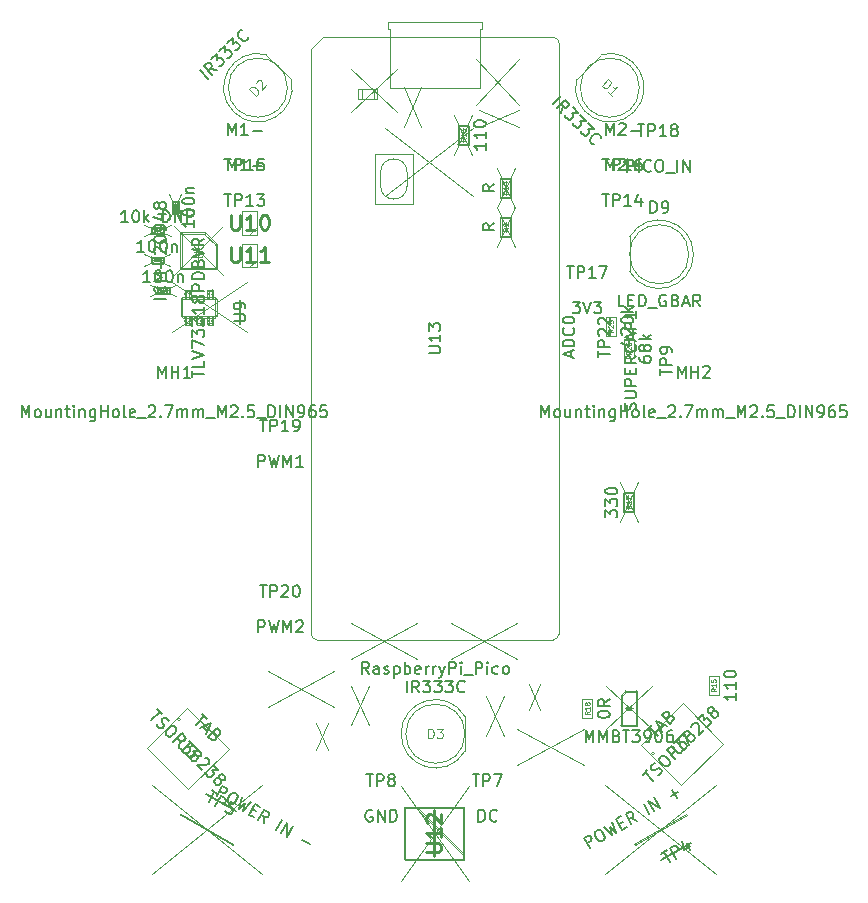
<source format=gbr>
G04 #@! TF.GenerationSoftware,KiCad,Pcbnew,9.0.0*
G04 #@! TF.CreationDate,2025-04-22T19:19:30+02:00*
G04 #@! TF.ProjectId,bio_robots,62696f5f-726f-4626-9f74-732e6b696361,rev?*
G04 #@! TF.SameCoordinates,Original*
G04 #@! TF.FileFunction,AssemblyDrawing,Top*
%FSLAX46Y46*%
G04 Gerber Fmt 4.6, Leading zero omitted, Abs format (unit mm)*
G04 Created by KiCad (PCBNEW 9.0.0) date 2025-04-22 19:19:30*
%MOMM*%
%LPD*%
G01*
G04 APERTURE LIST*
%ADD10C,0.150000*%
%ADD11C,0.060000*%
%ADD12C,0.120000*%
%ADD13C,0.040000*%
%ADD14C,0.254000*%
%ADD15C,0.050000*%
%ADD16C,0.105000*%
%ADD17C,0.100000*%
%ADD18C,0.025400*%
%ADD19C,0.127000*%
G04 APERTURE END LIST*
D10*
X109524819Y-113285713D02*
X109524819Y-112666666D01*
X109524819Y-112666666D02*
X109905771Y-112999999D01*
X109905771Y-112999999D02*
X109905771Y-112857142D01*
X109905771Y-112857142D02*
X109953390Y-112761904D01*
X109953390Y-112761904D02*
X110001009Y-112714285D01*
X110001009Y-112714285D02*
X110096247Y-112666666D01*
X110096247Y-112666666D02*
X110334342Y-112666666D01*
X110334342Y-112666666D02*
X110429580Y-112714285D01*
X110429580Y-112714285D02*
X110477200Y-112761904D01*
X110477200Y-112761904D02*
X110524819Y-112857142D01*
X110524819Y-112857142D02*
X110524819Y-113142856D01*
X110524819Y-113142856D02*
X110477200Y-113238094D01*
X110477200Y-113238094D02*
X110429580Y-113285713D01*
X109524819Y-112333332D02*
X109524819Y-111714285D01*
X109524819Y-111714285D02*
X109905771Y-112047618D01*
X109905771Y-112047618D02*
X109905771Y-111904761D01*
X109905771Y-111904761D02*
X109953390Y-111809523D01*
X109953390Y-111809523D02*
X110001009Y-111761904D01*
X110001009Y-111761904D02*
X110096247Y-111714285D01*
X110096247Y-111714285D02*
X110334342Y-111714285D01*
X110334342Y-111714285D02*
X110429580Y-111761904D01*
X110429580Y-111761904D02*
X110477200Y-111809523D01*
X110477200Y-111809523D02*
X110524819Y-111904761D01*
X110524819Y-111904761D02*
X110524819Y-112190475D01*
X110524819Y-112190475D02*
X110477200Y-112285713D01*
X110477200Y-112285713D02*
X110429580Y-112333332D01*
X109524819Y-111095237D02*
X109524819Y-110999999D01*
X109524819Y-110999999D02*
X109572438Y-110904761D01*
X109572438Y-110904761D02*
X109620057Y-110857142D01*
X109620057Y-110857142D02*
X109715295Y-110809523D01*
X109715295Y-110809523D02*
X109905771Y-110761904D01*
X109905771Y-110761904D02*
X110143866Y-110761904D01*
X110143866Y-110761904D02*
X110334342Y-110809523D01*
X110334342Y-110809523D02*
X110429580Y-110857142D01*
X110429580Y-110857142D02*
X110477200Y-110904761D01*
X110477200Y-110904761D02*
X110524819Y-110999999D01*
X110524819Y-110999999D02*
X110524819Y-111095237D01*
X110524819Y-111095237D02*
X110477200Y-111190475D01*
X110477200Y-111190475D02*
X110429580Y-111238094D01*
X110429580Y-111238094D02*
X110334342Y-111285713D01*
X110334342Y-111285713D02*
X110143866Y-111333332D01*
X110143866Y-111333332D02*
X109905771Y-111333332D01*
X109905771Y-111333332D02*
X109715295Y-111285713D01*
X109715295Y-111285713D02*
X109620057Y-111238094D01*
X109620057Y-111238094D02*
X109572438Y-111190475D01*
X109572438Y-111190475D02*
X109524819Y-111095237D01*
D11*
X111681927Y-112257142D02*
X111491451Y-112390475D01*
X111681927Y-112485713D02*
X111281927Y-112485713D01*
X111281927Y-112485713D02*
X111281927Y-112333332D01*
X111281927Y-112333332D02*
X111300975Y-112295237D01*
X111300975Y-112295237D02*
X111320022Y-112276190D01*
X111320022Y-112276190D02*
X111358118Y-112257142D01*
X111358118Y-112257142D02*
X111415260Y-112257142D01*
X111415260Y-112257142D02*
X111453356Y-112276190D01*
X111453356Y-112276190D02*
X111472403Y-112295237D01*
X111472403Y-112295237D02*
X111491451Y-112333332D01*
X111491451Y-112333332D02*
X111491451Y-112485713D01*
X111681927Y-111876190D02*
X111681927Y-112104761D01*
X111681927Y-111990475D02*
X111281927Y-111990475D01*
X111281927Y-111990475D02*
X111339070Y-112028571D01*
X111339070Y-112028571D02*
X111377165Y-112066666D01*
X111377165Y-112066666D02*
X111396213Y-112104761D01*
X111320022Y-111723809D02*
X111300975Y-111704761D01*
X111300975Y-111704761D02*
X111281927Y-111666666D01*
X111281927Y-111666666D02*
X111281927Y-111571428D01*
X111281927Y-111571428D02*
X111300975Y-111533333D01*
X111300975Y-111533333D02*
X111320022Y-111514285D01*
X111320022Y-111514285D02*
X111358118Y-111495238D01*
X111358118Y-111495238D02*
X111396213Y-111495238D01*
X111396213Y-111495238D02*
X111453356Y-111514285D01*
X111453356Y-111514285D02*
X111681927Y-111742857D01*
X111681927Y-111742857D02*
X111681927Y-111495238D01*
X111481927Y-112575713D02*
X111481927Y-111405238D01*
D10*
X60095238Y-104804819D02*
X60095238Y-103804819D01*
X60095238Y-103804819D02*
X60428571Y-104519104D01*
X60428571Y-104519104D02*
X60761904Y-103804819D01*
X60761904Y-103804819D02*
X60761904Y-104804819D01*
X61380952Y-104804819D02*
X61285714Y-104757200D01*
X61285714Y-104757200D02*
X61238095Y-104709580D01*
X61238095Y-104709580D02*
X61190476Y-104614342D01*
X61190476Y-104614342D02*
X61190476Y-104328628D01*
X61190476Y-104328628D02*
X61238095Y-104233390D01*
X61238095Y-104233390D02*
X61285714Y-104185771D01*
X61285714Y-104185771D02*
X61380952Y-104138152D01*
X61380952Y-104138152D02*
X61523809Y-104138152D01*
X61523809Y-104138152D02*
X61619047Y-104185771D01*
X61619047Y-104185771D02*
X61666666Y-104233390D01*
X61666666Y-104233390D02*
X61714285Y-104328628D01*
X61714285Y-104328628D02*
X61714285Y-104614342D01*
X61714285Y-104614342D02*
X61666666Y-104709580D01*
X61666666Y-104709580D02*
X61619047Y-104757200D01*
X61619047Y-104757200D02*
X61523809Y-104804819D01*
X61523809Y-104804819D02*
X61380952Y-104804819D01*
X62571428Y-104138152D02*
X62571428Y-104804819D01*
X62142857Y-104138152D02*
X62142857Y-104661961D01*
X62142857Y-104661961D02*
X62190476Y-104757200D01*
X62190476Y-104757200D02*
X62285714Y-104804819D01*
X62285714Y-104804819D02*
X62428571Y-104804819D01*
X62428571Y-104804819D02*
X62523809Y-104757200D01*
X62523809Y-104757200D02*
X62571428Y-104709580D01*
X63047619Y-104138152D02*
X63047619Y-104804819D01*
X63047619Y-104233390D02*
X63095238Y-104185771D01*
X63095238Y-104185771D02*
X63190476Y-104138152D01*
X63190476Y-104138152D02*
X63333333Y-104138152D01*
X63333333Y-104138152D02*
X63428571Y-104185771D01*
X63428571Y-104185771D02*
X63476190Y-104281009D01*
X63476190Y-104281009D02*
X63476190Y-104804819D01*
X63809524Y-104138152D02*
X64190476Y-104138152D01*
X63952381Y-103804819D02*
X63952381Y-104661961D01*
X63952381Y-104661961D02*
X64000000Y-104757200D01*
X64000000Y-104757200D02*
X64095238Y-104804819D01*
X64095238Y-104804819D02*
X64190476Y-104804819D01*
X64523810Y-104804819D02*
X64523810Y-104138152D01*
X64523810Y-103804819D02*
X64476191Y-103852438D01*
X64476191Y-103852438D02*
X64523810Y-103900057D01*
X64523810Y-103900057D02*
X64571429Y-103852438D01*
X64571429Y-103852438D02*
X64523810Y-103804819D01*
X64523810Y-103804819D02*
X64523810Y-103900057D01*
X65000000Y-104138152D02*
X65000000Y-104804819D01*
X65000000Y-104233390D02*
X65047619Y-104185771D01*
X65047619Y-104185771D02*
X65142857Y-104138152D01*
X65142857Y-104138152D02*
X65285714Y-104138152D01*
X65285714Y-104138152D02*
X65380952Y-104185771D01*
X65380952Y-104185771D02*
X65428571Y-104281009D01*
X65428571Y-104281009D02*
X65428571Y-104804819D01*
X66333333Y-104138152D02*
X66333333Y-104947676D01*
X66333333Y-104947676D02*
X66285714Y-105042914D01*
X66285714Y-105042914D02*
X66238095Y-105090533D01*
X66238095Y-105090533D02*
X66142857Y-105138152D01*
X66142857Y-105138152D02*
X66000000Y-105138152D01*
X66000000Y-105138152D02*
X65904762Y-105090533D01*
X66333333Y-104757200D02*
X66238095Y-104804819D01*
X66238095Y-104804819D02*
X66047619Y-104804819D01*
X66047619Y-104804819D02*
X65952381Y-104757200D01*
X65952381Y-104757200D02*
X65904762Y-104709580D01*
X65904762Y-104709580D02*
X65857143Y-104614342D01*
X65857143Y-104614342D02*
X65857143Y-104328628D01*
X65857143Y-104328628D02*
X65904762Y-104233390D01*
X65904762Y-104233390D02*
X65952381Y-104185771D01*
X65952381Y-104185771D02*
X66047619Y-104138152D01*
X66047619Y-104138152D02*
X66238095Y-104138152D01*
X66238095Y-104138152D02*
X66333333Y-104185771D01*
X66809524Y-104804819D02*
X66809524Y-103804819D01*
X66809524Y-104281009D02*
X67380952Y-104281009D01*
X67380952Y-104804819D02*
X67380952Y-103804819D01*
X68000000Y-104804819D02*
X67904762Y-104757200D01*
X67904762Y-104757200D02*
X67857143Y-104709580D01*
X67857143Y-104709580D02*
X67809524Y-104614342D01*
X67809524Y-104614342D02*
X67809524Y-104328628D01*
X67809524Y-104328628D02*
X67857143Y-104233390D01*
X67857143Y-104233390D02*
X67904762Y-104185771D01*
X67904762Y-104185771D02*
X68000000Y-104138152D01*
X68000000Y-104138152D02*
X68142857Y-104138152D01*
X68142857Y-104138152D02*
X68238095Y-104185771D01*
X68238095Y-104185771D02*
X68285714Y-104233390D01*
X68285714Y-104233390D02*
X68333333Y-104328628D01*
X68333333Y-104328628D02*
X68333333Y-104614342D01*
X68333333Y-104614342D02*
X68285714Y-104709580D01*
X68285714Y-104709580D02*
X68238095Y-104757200D01*
X68238095Y-104757200D02*
X68142857Y-104804819D01*
X68142857Y-104804819D02*
X68000000Y-104804819D01*
X68904762Y-104804819D02*
X68809524Y-104757200D01*
X68809524Y-104757200D02*
X68761905Y-104661961D01*
X68761905Y-104661961D02*
X68761905Y-103804819D01*
X69666667Y-104757200D02*
X69571429Y-104804819D01*
X69571429Y-104804819D02*
X69380953Y-104804819D01*
X69380953Y-104804819D02*
X69285715Y-104757200D01*
X69285715Y-104757200D02*
X69238096Y-104661961D01*
X69238096Y-104661961D02*
X69238096Y-104281009D01*
X69238096Y-104281009D02*
X69285715Y-104185771D01*
X69285715Y-104185771D02*
X69380953Y-104138152D01*
X69380953Y-104138152D02*
X69571429Y-104138152D01*
X69571429Y-104138152D02*
X69666667Y-104185771D01*
X69666667Y-104185771D02*
X69714286Y-104281009D01*
X69714286Y-104281009D02*
X69714286Y-104376247D01*
X69714286Y-104376247D02*
X69238096Y-104471485D01*
X69904763Y-104900057D02*
X70666667Y-104900057D01*
X70857144Y-103900057D02*
X70904763Y-103852438D01*
X70904763Y-103852438D02*
X71000001Y-103804819D01*
X71000001Y-103804819D02*
X71238096Y-103804819D01*
X71238096Y-103804819D02*
X71333334Y-103852438D01*
X71333334Y-103852438D02*
X71380953Y-103900057D01*
X71380953Y-103900057D02*
X71428572Y-103995295D01*
X71428572Y-103995295D02*
X71428572Y-104090533D01*
X71428572Y-104090533D02*
X71380953Y-104233390D01*
X71380953Y-104233390D02*
X70809525Y-104804819D01*
X70809525Y-104804819D02*
X71428572Y-104804819D01*
X71857144Y-104709580D02*
X71904763Y-104757200D01*
X71904763Y-104757200D02*
X71857144Y-104804819D01*
X71857144Y-104804819D02*
X71809525Y-104757200D01*
X71809525Y-104757200D02*
X71857144Y-104709580D01*
X71857144Y-104709580D02*
X71857144Y-104804819D01*
X72238096Y-103804819D02*
X72904762Y-103804819D01*
X72904762Y-103804819D02*
X72476191Y-104804819D01*
X73285715Y-104804819D02*
X73285715Y-104138152D01*
X73285715Y-104233390D02*
X73333334Y-104185771D01*
X73333334Y-104185771D02*
X73428572Y-104138152D01*
X73428572Y-104138152D02*
X73571429Y-104138152D01*
X73571429Y-104138152D02*
X73666667Y-104185771D01*
X73666667Y-104185771D02*
X73714286Y-104281009D01*
X73714286Y-104281009D02*
X73714286Y-104804819D01*
X73714286Y-104281009D02*
X73761905Y-104185771D01*
X73761905Y-104185771D02*
X73857143Y-104138152D01*
X73857143Y-104138152D02*
X74000000Y-104138152D01*
X74000000Y-104138152D02*
X74095239Y-104185771D01*
X74095239Y-104185771D02*
X74142858Y-104281009D01*
X74142858Y-104281009D02*
X74142858Y-104804819D01*
X74619048Y-104804819D02*
X74619048Y-104138152D01*
X74619048Y-104233390D02*
X74666667Y-104185771D01*
X74666667Y-104185771D02*
X74761905Y-104138152D01*
X74761905Y-104138152D02*
X74904762Y-104138152D01*
X74904762Y-104138152D02*
X75000000Y-104185771D01*
X75000000Y-104185771D02*
X75047619Y-104281009D01*
X75047619Y-104281009D02*
X75047619Y-104804819D01*
X75047619Y-104281009D02*
X75095238Y-104185771D01*
X75095238Y-104185771D02*
X75190476Y-104138152D01*
X75190476Y-104138152D02*
X75333333Y-104138152D01*
X75333333Y-104138152D02*
X75428572Y-104185771D01*
X75428572Y-104185771D02*
X75476191Y-104281009D01*
X75476191Y-104281009D02*
X75476191Y-104804819D01*
X75714286Y-104900057D02*
X76476190Y-104900057D01*
X76714286Y-104804819D02*
X76714286Y-103804819D01*
X76714286Y-103804819D02*
X77047619Y-104519104D01*
X77047619Y-104519104D02*
X77380952Y-103804819D01*
X77380952Y-103804819D02*
X77380952Y-104804819D01*
X77809524Y-103900057D02*
X77857143Y-103852438D01*
X77857143Y-103852438D02*
X77952381Y-103804819D01*
X77952381Y-103804819D02*
X78190476Y-103804819D01*
X78190476Y-103804819D02*
X78285714Y-103852438D01*
X78285714Y-103852438D02*
X78333333Y-103900057D01*
X78333333Y-103900057D02*
X78380952Y-103995295D01*
X78380952Y-103995295D02*
X78380952Y-104090533D01*
X78380952Y-104090533D02*
X78333333Y-104233390D01*
X78333333Y-104233390D02*
X77761905Y-104804819D01*
X77761905Y-104804819D02*
X78380952Y-104804819D01*
X78809524Y-104709580D02*
X78857143Y-104757200D01*
X78857143Y-104757200D02*
X78809524Y-104804819D01*
X78809524Y-104804819D02*
X78761905Y-104757200D01*
X78761905Y-104757200D02*
X78809524Y-104709580D01*
X78809524Y-104709580D02*
X78809524Y-104804819D01*
X79761904Y-103804819D02*
X79285714Y-103804819D01*
X79285714Y-103804819D02*
X79238095Y-104281009D01*
X79238095Y-104281009D02*
X79285714Y-104233390D01*
X79285714Y-104233390D02*
X79380952Y-104185771D01*
X79380952Y-104185771D02*
X79619047Y-104185771D01*
X79619047Y-104185771D02*
X79714285Y-104233390D01*
X79714285Y-104233390D02*
X79761904Y-104281009D01*
X79761904Y-104281009D02*
X79809523Y-104376247D01*
X79809523Y-104376247D02*
X79809523Y-104614342D01*
X79809523Y-104614342D02*
X79761904Y-104709580D01*
X79761904Y-104709580D02*
X79714285Y-104757200D01*
X79714285Y-104757200D02*
X79619047Y-104804819D01*
X79619047Y-104804819D02*
X79380952Y-104804819D01*
X79380952Y-104804819D02*
X79285714Y-104757200D01*
X79285714Y-104757200D02*
X79238095Y-104709580D01*
X80000000Y-104900057D02*
X80761904Y-104900057D01*
X81000000Y-104804819D02*
X81000000Y-103804819D01*
X81000000Y-103804819D02*
X81238095Y-103804819D01*
X81238095Y-103804819D02*
X81380952Y-103852438D01*
X81380952Y-103852438D02*
X81476190Y-103947676D01*
X81476190Y-103947676D02*
X81523809Y-104042914D01*
X81523809Y-104042914D02*
X81571428Y-104233390D01*
X81571428Y-104233390D02*
X81571428Y-104376247D01*
X81571428Y-104376247D02*
X81523809Y-104566723D01*
X81523809Y-104566723D02*
X81476190Y-104661961D01*
X81476190Y-104661961D02*
X81380952Y-104757200D01*
X81380952Y-104757200D02*
X81238095Y-104804819D01*
X81238095Y-104804819D02*
X81000000Y-104804819D01*
X82000000Y-104804819D02*
X82000000Y-103804819D01*
X82476190Y-104804819D02*
X82476190Y-103804819D01*
X82476190Y-103804819D02*
X83047618Y-104804819D01*
X83047618Y-104804819D02*
X83047618Y-103804819D01*
X83571428Y-104804819D02*
X83761904Y-104804819D01*
X83761904Y-104804819D02*
X83857142Y-104757200D01*
X83857142Y-104757200D02*
X83904761Y-104709580D01*
X83904761Y-104709580D02*
X83999999Y-104566723D01*
X83999999Y-104566723D02*
X84047618Y-104376247D01*
X84047618Y-104376247D02*
X84047618Y-103995295D01*
X84047618Y-103995295D02*
X83999999Y-103900057D01*
X83999999Y-103900057D02*
X83952380Y-103852438D01*
X83952380Y-103852438D02*
X83857142Y-103804819D01*
X83857142Y-103804819D02*
X83666666Y-103804819D01*
X83666666Y-103804819D02*
X83571428Y-103852438D01*
X83571428Y-103852438D02*
X83523809Y-103900057D01*
X83523809Y-103900057D02*
X83476190Y-103995295D01*
X83476190Y-103995295D02*
X83476190Y-104233390D01*
X83476190Y-104233390D02*
X83523809Y-104328628D01*
X83523809Y-104328628D02*
X83571428Y-104376247D01*
X83571428Y-104376247D02*
X83666666Y-104423866D01*
X83666666Y-104423866D02*
X83857142Y-104423866D01*
X83857142Y-104423866D02*
X83952380Y-104376247D01*
X83952380Y-104376247D02*
X83999999Y-104328628D01*
X83999999Y-104328628D02*
X84047618Y-104233390D01*
X84904761Y-103804819D02*
X84714285Y-103804819D01*
X84714285Y-103804819D02*
X84619047Y-103852438D01*
X84619047Y-103852438D02*
X84571428Y-103900057D01*
X84571428Y-103900057D02*
X84476190Y-104042914D01*
X84476190Y-104042914D02*
X84428571Y-104233390D01*
X84428571Y-104233390D02*
X84428571Y-104614342D01*
X84428571Y-104614342D02*
X84476190Y-104709580D01*
X84476190Y-104709580D02*
X84523809Y-104757200D01*
X84523809Y-104757200D02*
X84619047Y-104804819D01*
X84619047Y-104804819D02*
X84809523Y-104804819D01*
X84809523Y-104804819D02*
X84904761Y-104757200D01*
X84904761Y-104757200D02*
X84952380Y-104709580D01*
X84952380Y-104709580D02*
X84999999Y-104614342D01*
X84999999Y-104614342D02*
X84999999Y-104376247D01*
X84999999Y-104376247D02*
X84952380Y-104281009D01*
X84952380Y-104281009D02*
X84904761Y-104233390D01*
X84904761Y-104233390D02*
X84809523Y-104185771D01*
X84809523Y-104185771D02*
X84619047Y-104185771D01*
X84619047Y-104185771D02*
X84523809Y-104233390D01*
X84523809Y-104233390D02*
X84476190Y-104281009D01*
X84476190Y-104281009D02*
X84428571Y-104376247D01*
X85904761Y-103804819D02*
X85428571Y-103804819D01*
X85428571Y-103804819D02*
X85380952Y-104281009D01*
X85380952Y-104281009D02*
X85428571Y-104233390D01*
X85428571Y-104233390D02*
X85523809Y-104185771D01*
X85523809Y-104185771D02*
X85761904Y-104185771D01*
X85761904Y-104185771D02*
X85857142Y-104233390D01*
X85857142Y-104233390D02*
X85904761Y-104281009D01*
X85904761Y-104281009D02*
X85952380Y-104376247D01*
X85952380Y-104376247D02*
X85952380Y-104614342D01*
X85952380Y-104614342D02*
X85904761Y-104709580D01*
X85904761Y-104709580D02*
X85857142Y-104757200D01*
X85857142Y-104757200D02*
X85761904Y-104804819D01*
X85761904Y-104804819D02*
X85523809Y-104804819D01*
X85523809Y-104804819D02*
X85428571Y-104757200D01*
X85428571Y-104757200D02*
X85380952Y-104709580D01*
X71666667Y-101454819D02*
X71666667Y-100454819D01*
X71666667Y-100454819D02*
X72000000Y-101169104D01*
X72000000Y-101169104D02*
X72333333Y-100454819D01*
X72333333Y-100454819D02*
X72333333Y-101454819D01*
X72809524Y-101454819D02*
X72809524Y-100454819D01*
X72809524Y-100931009D02*
X73380952Y-100931009D01*
X73380952Y-101454819D02*
X73380952Y-100454819D01*
X74380952Y-101454819D02*
X73809524Y-101454819D01*
X74095238Y-101454819D02*
X74095238Y-100454819D01*
X74095238Y-100454819D02*
X74000000Y-100597676D01*
X74000000Y-100597676D02*
X73904762Y-100692914D01*
X73904762Y-100692914D02*
X73809524Y-100740533D01*
X75906178Y-76136747D02*
X75199071Y-75429640D01*
X76646956Y-75395969D02*
X76074537Y-75294954D01*
X76242895Y-75800030D02*
X75535789Y-75092923D01*
X75535789Y-75092923D02*
X75805163Y-74823549D01*
X75805163Y-74823549D02*
X75906178Y-74789877D01*
X75906178Y-74789877D02*
X75973521Y-74789877D01*
X75973521Y-74789877D02*
X76074537Y-74823549D01*
X76074537Y-74823549D02*
X76175552Y-74924564D01*
X76175552Y-74924564D02*
X76209224Y-75025580D01*
X76209224Y-75025580D02*
X76209224Y-75092923D01*
X76209224Y-75092923D02*
X76175552Y-75193938D01*
X76175552Y-75193938D02*
X75906178Y-75463312D01*
X76175552Y-74453160D02*
X76613285Y-74015427D01*
X76613285Y-74015427D02*
X76646956Y-74520503D01*
X76646956Y-74520503D02*
X76747972Y-74419488D01*
X76747972Y-74419488D02*
X76848987Y-74385816D01*
X76848987Y-74385816D02*
X76916330Y-74385816D01*
X76916330Y-74385816D02*
X77017346Y-74419488D01*
X77017346Y-74419488D02*
X77185704Y-74587847D01*
X77185704Y-74587847D02*
X77219376Y-74688862D01*
X77219376Y-74688862D02*
X77219376Y-74756206D01*
X77219376Y-74756206D02*
X77185704Y-74857221D01*
X77185704Y-74857221D02*
X76983674Y-75059251D01*
X76983674Y-75059251D02*
X76882659Y-75092923D01*
X76882659Y-75092923D02*
X76815315Y-75092923D01*
X76848987Y-73779725D02*
X77286720Y-73341992D01*
X77286720Y-73341992D02*
X77320392Y-73847068D01*
X77320392Y-73847068D02*
X77421407Y-73746053D01*
X77421407Y-73746053D02*
X77522422Y-73712381D01*
X77522422Y-73712381D02*
X77589766Y-73712381D01*
X77589766Y-73712381D02*
X77690781Y-73746053D01*
X77690781Y-73746053D02*
X77859140Y-73914412D01*
X77859140Y-73914412D02*
X77892811Y-74015427D01*
X77892811Y-74015427D02*
X77892811Y-74082770D01*
X77892811Y-74082770D02*
X77859140Y-74183786D01*
X77859140Y-74183786D02*
X77657109Y-74385816D01*
X77657109Y-74385816D02*
X77556094Y-74419488D01*
X77556094Y-74419488D02*
X77488750Y-74419488D01*
X77522422Y-73106290D02*
X77960155Y-72668557D01*
X77960155Y-72668557D02*
X77993827Y-73173633D01*
X77993827Y-73173633D02*
X78094842Y-73072618D01*
X78094842Y-73072618D02*
X78195857Y-73038946D01*
X78195857Y-73038946D02*
X78263201Y-73038946D01*
X78263201Y-73038946D02*
X78364216Y-73072618D01*
X78364216Y-73072618D02*
X78532575Y-73240977D01*
X78532575Y-73240977D02*
X78566246Y-73341992D01*
X78566246Y-73341992D02*
X78566246Y-73409335D01*
X78566246Y-73409335D02*
X78532575Y-73510351D01*
X78532575Y-73510351D02*
X78330544Y-73712381D01*
X78330544Y-73712381D02*
X78229529Y-73746053D01*
X78229529Y-73746053D02*
X78162185Y-73746053D01*
X79307025Y-72601213D02*
X79307025Y-72668557D01*
X79307025Y-72668557D02*
X79239681Y-72803244D01*
X79239681Y-72803244D02*
X79172338Y-72870587D01*
X79172338Y-72870587D02*
X79037651Y-72937931D01*
X79037651Y-72937931D02*
X78902964Y-72937931D01*
X78902964Y-72937931D02*
X78801949Y-72904259D01*
X78801949Y-72904259D02*
X78633590Y-72803244D01*
X78633590Y-72803244D02*
X78532575Y-72702229D01*
X78532575Y-72702229D02*
X78431559Y-72533870D01*
X78431559Y-72533870D02*
X78397888Y-72432855D01*
X78397888Y-72432855D02*
X78397888Y-72298168D01*
X78397888Y-72298168D02*
X78465231Y-72163481D01*
X78465231Y-72163481D02*
X78532575Y-72096137D01*
X78532575Y-72096137D02*
X78667262Y-72028794D01*
X78667262Y-72028794D02*
X78734605Y-72028794D01*
D12*
X79941729Y-77572839D02*
X79376043Y-77007154D01*
X79376043Y-77007154D02*
X79510730Y-76872467D01*
X79510730Y-76872467D02*
X79618480Y-76818592D01*
X79618480Y-76818592D02*
X79726229Y-76818592D01*
X79726229Y-76818592D02*
X79807042Y-76845530D01*
X79807042Y-76845530D02*
X79941729Y-76926342D01*
X79941729Y-76926342D02*
X80022541Y-77007154D01*
X80022541Y-77007154D02*
X80103353Y-77141841D01*
X80103353Y-77141841D02*
X80130290Y-77222653D01*
X80130290Y-77222653D02*
X80130290Y-77330403D01*
X80130290Y-77330403D02*
X80076416Y-77438152D01*
X80076416Y-77438152D02*
X79941729Y-77572839D01*
X79968666Y-76522281D02*
X79968666Y-76468406D01*
X79968666Y-76468406D02*
X79995603Y-76387594D01*
X79995603Y-76387594D02*
X80130290Y-76252907D01*
X80130290Y-76252907D02*
X80211103Y-76225969D01*
X80211103Y-76225969D02*
X80264977Y-76225969D01*
X80264977Y-76225969D02*
X80345790Y-76252907D01*
X80345790Y-76252907D02*
X80399664Y-76306782D01*
X80399664Y-76306782D02*
X80453539Y-76414531D01*
X80453539Y-76414531D02*
X80453539Y-77061029D01*
X80453539Y-77061029D02*
X80803725Y-76710843D01*
D10*
X104095238Y-104804819D02*
X104095238Y-103804819D01*
X104095238Y-103804819D02*
X104428571Y-104519104D01*
X104428571Y-104519104D02*
X104761904Y-103804819D01*
X104761904Y-103804819D02*
X104761904Y-104804819D01*
X105380952Y-104804819D02*
X105285714Y-104757200D01*
X105285714Y-104757200D02*
X105238095Y-104709580D01*
X105238095Y-104709580D02*
X105190476Y-104614342D01*
X105190476Y-104614342D02*
X105190476Y-104328628D01*
X105190476Y-104328628D02*
X105238095Y-104233390D01*
X105238095Y-104233390D02*
X105285714Y-104185771D01*
X105285714Y-104185771D02*
X105380952Y-104138152D01*
X105380952Y-104138152D02*
X105523809Y-104138152D01*
X105523809Y-104138152D02*
X105619047Y-104185771D01*
X105619047Y-104185771D02*
X105666666Y-104233390D01*
X105666666Y-104233390D02*
X105714285Y-104328628D01*
X105714285Y-104328628D02*
X105714285Y-104614342D01*
X105714285Y-104614342D02*
X105666666Y-104709580D01*
X105666666Y-104709580D02*
X105619047Y-104757200D01*
X105619047Y-104757200D02*
X105523809Y-104804819D01*
X105523809Y-104804819D02*
X105380952Y-104804819D01*
X106571428Y-104138152D02*
X106571428Y-104804819D01*
X106142857Y-104138152D02*
X106142857Y-104661961D01*
X106142857Y-104661961D02*
X106190476Y-104757200D01*
X106190476Y-104757200D02*
X106285714Y-104804819D01*
X106285714Y-104804819D02*
X106428571Y-104804819D01*
X106428571Y-104804819D02*
X106523809Y-104757200D01*
X106523809Y-104757200D02*
X106571428Y-104709580D01*
X107047619Y-104138152D02*
X107047619Y-104804819D01*
X107047619Y-104233390D02*
X107095238Y-104185771D01*
X107095238Y-104185771D02*
X107190476Y-104138152D01*
X107190476Y-104138152D02*
X107333333Y-104138152D01*
X107333333Y-104138152D02*
X107428571Y-104185771D01*
X107428571Y-104185771D02*
X107476190Y-104281009D01*
X107476190Y-104281009D02*
X107476190Y-104804819D01*
X107809524Y-104138152D02*
X108190476Y-104138152D01*
X107952381Y-103804819D02*
X107952381Y-104661961D01*
X107952381Y-104661961D02*
X108000000Y-104757200D01*
X108000000Y-104757200D02*
X108095238Y-104804819D01*
X108095238Y-104804819D02*
X108190476Y-104804819D01*
X108523810Y-104804819D02*
X108523810Y-104138152D01*
X108523810Y-103804819D02*
X108476191Y-103852438D01*
X108476191Y-103852438D02*
X108523810Y-103900057D01*
X108523810Y-103900057D02*
X108571429Y-103852438D01*
X108571429Y-103852438D02*
X108523810Y-103804819D01*
X108523810Y-103804819D02*
X108523810Y-103900057D01*
X109000000Y-104138152D02*
X109000000Y-104804819D01*
X109000000Y-104233390D02*
X109047619Y-104185771D01*
X109047619Y-104185771D02*
X109142857Y-104138152D01*
X109142857Y-104138152D02*
X109285714Y-104138152D01*
X109285714Y-104138152D02*
X109380952Y-104185771D01*
X109380952Y-104185771D02*
X109428571Y-104281009D01*
X109428571Y-104281009D02*
X109428571Y-104804819D01*
X110333333Y-104138152D02*
X110333333Y-104947676D01*
X110333333Y-104947676D02*
X110285714Y-105042914D01*
X110285714Y-105042914D02*
X110238095Y-105090533D01*
X110238095Y-105090533D02*
X110142857Y-105138152D01*
X110142857Y-105138152D02*
X110000000Y-105138152D01*
X110000000Y-105138152D02*
X109904762Y-105090533D01*
X110333333Y-104757200D02*
X110238095Y-104804819D01*
X110238095Y-104804819D02*
X110047619Y-104804819D01*
X110047619Y-104804819D02*
X109952381Y-104757200D01*
X109952381Y-104757200D02*
X109904762Y-104709580D01*
X109904762Y-104709580D02*
X109857143Y-104614342D01*
X109857143Y-104614342D02*
X109857143Y-104328628D01*
X109857143Y-104328628D02*
X109904762Y-104233390D01*
X109904762Y-104233390D02*
X109952381Y-104185771D01*
X109952381Y-104185771D02*
X110047619Y-104138152D01*
X110047619Y-104138152D02*
X110238095Y-104138152D01*
X110238095Y-104138152D02*
X110333333Y-104185771D01*
X110809524Y-104804819D02*
X110809524Y-103804819D01*
X110809524Y-104281009D02*
X111380952Y-104281009D01*
X111380952Y-104804819D02*
X111380952Y-103804819D01*
X112000000Y-104804819D02*
X111904762Y-104757200D01*
X111904762Y-104757200D02*
X111857143Y-104709580D01*
X111857143Y-104709580D02*
X111809524Y-104614342D01*
X111809524Y-104614342D02*
X111809524Y-104328628D01*
X111809524Y-104328628D02*
X111857143Y-104233390D01*
X111857143Y-104233390D02*
X111904762Y-104185771D01*
X111904762Y-104185771D02*
X112000000Y-104138152D01*
X112000000Y-104138152D02*
X112142857Y-104138152D01*
X112142857Y-104138152D02*
X112238095Y-104185771D01*
X112238095Y-104185771D02*
X112285714Y-104233390D01*
X112285714Y-104233390D02*
X112333333Y-104328628D01*
X112333333Y-104328628D02*
X112333333Y-104614342D01*
X112333333Y-104614342D02*
X112285714Y-104709580D01*
X112285714Y-104709580D02*
X112238095Y-104757200D01*
X112238095Y-104757200D02*
X112142857Y-104804819D01*
X112142857Y-104804819D02*
X112000000Y-104804819D01*
X112904762Y-104804819D02*
X112809524Y-104757200D01*
X112809524Y-104757200D02*
X112761905Y-104661961D01*
X112761905Y-104661961D02*
X112761905Y-103804819D01*
X113666667Y-104757200D02*
X113571429Y-104804819D01*
X113571429Y-104804819D02*
X113380953Y-104804819D01*
X113380953Y-104804819D02*
X113285715Y-104757200D01*
X113285715Y-104757200D02*
X113238096Y-104661961D01*
X113238096Y-104661961D02*
X113238096Y-104281009D01*
X113238096Y-104281009D02*
X113285715Y-104185771D01*
X113285715Y-104185771D02*
X113380953Y-104138152D01*
X113380953Y-104138152D02*
X113571429Y-104138152D01*
X113571429Y-104138152D02*
X113666667Y-104185771D01*
X113666667Y-104185771D02*
X113714286Y-104281009D01*
X113714286Y-104281009D02*
X113714286Y-104376247D01*
X113714286Y-104376247D02*
X113238096Y-104471485D01*
X113904763Y-104900057D02*
X114666667Y-104900057D01*
X114857144Y-103900057D02*
X114904763Y-103852438D01*
X114904763Y-103852438D02*
X115000001Y-103804819D01*
X115000001Y-103804819D02*
X115238096Y-103804819D01*
X115238096Y-103804819D02*
X115333334Y-103852438D01*
X115333334Y-103852438D02*
X115380953Y-103900057D01*
X115380953Y-103900057D02*
X115428572Y-103995295D01*
X115428572Y-103995295D02*
X115428572Y-104090533D01*
X115428572Y-104090533D02*
X115380953Y-104233390D01*
X115380953Y-104233390D02*
X114809525Y-104804819D01*
X114809525Y-104804819D02*
X115428572Y-104804819D01*
X115857144Y-104709580D02*
X115904763Y-104757200D01*
X115904763Y-104757200D02*
X115857144Y-104804819D01*
X115857144Y-104804819D02*
X115809525Y-104757200D01*
X115809525Y-104757200D02*
X115857144Y-104709580D01*
X115857144Y-104709580D02*
X115857144Y-104804819D01*
X116238096Y-103804819D02*
X116904762Y-103804819D01*
X116904762Y-103804819D02*
X116476191Y-104804819D01*
X117285715Y-104804819D02*
X117285715Y-104138152D01*
X117285715Y-104233390D02*
X117333334Y-104185771D01*
X117333334Y-104185771D02*
X117428572Y-104138152D01*
X117428572Y-104138152D02*
X117571429Y-104138152D01*
X117571429Y-104138152D02*
X117666667Y-104185771D01*
X117666667Y-104185771D02*
X117714286Y-104281009D01*
X117714286Y-104281009D02*
X117714286Y-104804819D01*
X117714286Y-104281009D02*
X117761905Y-104185771D01*
X117761905Y-104185771D02*
X117857143Y-104138152D01*
X117857143Y-104138152D02*
X118000000Y-104138152D01*
X118000000Y-104138152D02*
X118095239Y-104185771D01*
X118095239Y-104185771D02*
X118142858Y-104281009D01*
X118142858Y-104281009D02*
X118142858Y-104804819D01*
X118619048Y-104804819D02*
X118619048Y-104138152D01*
X118619048Y-104233390D02*
X118666667Y-104185771D01*
X118666667Y-104185771D02*
X118761905Y-104138152D01*
X118761905Y-104138152D02*
X118904762Y-104138152D01*
X118904762Y-104138152D02*
X119000000Y-104185771D01*
X119000000Y-104185771D02*
X119047619Y-104281009D01*
X119047619Y-104281009D02*
X119047619Y-104804819D01*
X119047619Y-104281009D02*
X119095238Y-104185771D01*
X119095238Y-104185771D02*
X119190476Y-104138152D01*
X119190476Y-104138152D02*
X119333333Y-104138152D01*
X119333333Y-104138152D02*
X119428572Y-104185771D01*
X119428572Y-104185771D02*
X119476191Y-104281009D01*
X119476191Y-104281009D02*
X119476191Y-104804819D01*
X119714286Y-104900057D02*
X120476190Y-104900057D01*
X120714286Y-104804819D02*
X120714286Y-103804819D01*
X120714286Y-103804819D02*
X121047619Y-104519104D01*
X121047619Y-104519104D02*
X121380952Y-103804819D01*
X121380952Y-103804819D02*
X121380952Y-104804819D01*
X121809524Y-103900057D02*
X121857143Y-103852438D01*
X121857143Y-103852438D02*
X121952381Y-103804819D01*
X121952381Y-103804819D02*
X122190476Y-103804819D01*
X122190476Y-103804819D02*
X122285714Y-103852438D01*
X122285714Y-103852438D02*
X122333333Y-103900057D01*
X122333333Y-103900057D02*
X122380952Y-103995295D01*
X122380952Y-103995295D02*
X122380952Y-104090533D01*
X122380952Y-104090533D02*
X122333333Y-104233390D01*
X122333333Y-104233390D02*
X121761905Y-104804819D01*
X121761905Y-104804819D02*
X122380952Y-104804819D01*
X122809524Y-104709580D02*
X122857143Y-104757200D01*
X122857143Y-104757200D02*
X122809524Y-104804819D01*
X122809524Y-104804819D02*
X122761905Y-104757200D01*
X122761905Y-104757200D02*
X122809524Y-104709580D01*
X122809524Y-104709580D02*
X122809524Y-104804819D01*
X123761904Y-103804819D02*
X123285714Y-103804819D01*
X123285714Y-103804819D02*
X123238095Y-104281009D01*
X123238095Y-104281009D02*
X123285714Y-104233390D01*
X123285714Y-104233390D02*
X123380952Y-104185771D01*
X123380952Y-104185771D02*
X123619047Y-104185771D01*
X123619047Y-104185771D02*
X123714285Y-104233390D01*
X123714285Y-104233390D02*
X123761904Y-104281009D01*
X123761904Y-104281009D02*
X123809523Y-104376247D01*
X123809523Y-104376247D02*
X123809523Y-104614342D01*
X123809523Y-104614342D02*
X123761904Y-104709580D01*
X123761904Y-104709580D02*
X123714285Y-104757200D01*
X123714285Y-104757200D02*
X123619047Y-104804819D01*
X123619047Y-104804819D02*
X123380952Y-104804819D01*
X123380952Y-104804819D02*
X123285714Y-104757200D01*
X123285714Y-104757200D02*
X123238095Y-104709580D01*
X124000000Y-104900057D02*
X124761904Y-104900057D01*
X125000000Y-104804819D02*
X125000000Y-103804819D01*
X125000000Y-103804819D02*
X125238095Y-103804819D01*
X125238095Y-103804819D02*
X125380952Y-103852438D01*
X125380952Y-103852438D02*
X125476190Y-103947676D01*
X125476190Y-103947676D02*
X125523809Y-104042914D01*
X125523809Y-104042914D02*
X125571428Y-104233390D01*
X125571428Y-104233390D02*
X125571428Y-104376247D01*
X125571428Y-104376247D02*
X125523809Y-104566723D01*
X125523809Y-104566723D02*
X125476190Y-104661961D01*
X125476190Y-104661961D02*
X125380952Y-104757200D01*
X125380952Y-104757200D02*
X125238095Y-104804819D01*
X125238095Y-104804819D02*
X125000000Y-104804819D01*
X126000000Y-104804819D02*
X126000000Y-103804819D01*
X126476190Y-104804819D02*
X126476190Y-103804819D01*
X126476190Y-103804819D02*
X127047618Y-104804819D01*
X127047618Y-104804819D02*
X127047618Y-103804819D01*
X127571428Y-104804819D02*
X127761904Y-104804819D01*
X127761904Y-104804819D02*
X127857142Y-104757200D01*
X127857142Y-104757200D02*
X127904761Y-104709580D01*
X127904761Y-104709580D02*
X127999999Y-104566723D01*
X127999999Y-104566723D02*
X128047618Y-104376247D01*
X128047618Y-104376247D02*
X128047618Y-103995295D01*
X128047618Y-103995295D02*
X127999999Y-103900057D01*
X127999999Y-103900057D02*
X127952380Y-103852438D01*
X127952380Y-103852438D02*
X127857142Y-103804819D01*
X127857142Y-103804819D02*
X127666666Y-103804819D01*
X127666666Y-103804819D02*
X127571428Y-103852438D01*
X127571428Y-103852438D02*
X127523809Y-103900057D01*
X127523809Y-103900057D02*
X127476190Y-103995295D01*
X127476190Y-103995295D02*
X127476190Y-104233390D01*
X127476190Y-104233390D02*
X127523809Y-104328628D01*
X127523809Y-104328628D02*
X127571428Y-104376247D01*
X127571428Y-104376247D02*
X127666666Y-104423866D01*
X127666666Y-104423866D02*
X127857142Y-104423866D01*
X127857142Y-104423866D02*
X127952380Y-104376247D01*
X127952380Y-104376247D02*
X127999999Y-104328628D01*
X127999999Y-104328628D02*
X128047618Y-104233390D01*
X128904761Y-103804819D02*
X128714285Y-103804819D01*
X128714285Y-103804819D02*
X128619047Y-103852438D01*
X128619047Y-103852438D02*
X128571428Y-103900057D01*
X128571428Y-103900057D02*
X128476190Y-104042914D01*
X128476190Y-104042914D02*
X128428571Y-104233390D01*
X128428571Y-104233390D02*
X128428571Y-104614342D01*
X128428571Y-104614342D02*
X128476190Y-104709580D01*
X128476190Y-104709580D02*
X128523809Y-104757200D01*
X128523809Y-104757200D02*
X128619047Y-104804819D01*
X128619047Y-104804819D02*
X128809523Y-104804819D01*
X128809523Y-104804819D02*
X128904761Y-104757200D01*
X128904761Y-104757200D02*
X128952380Y-104709580D01*
X128952380Y-104709580D02*
X128999999Y-104614342D01*
X128999999Y-104614342D02*
X128999999Y-104376247D01*
X128999999Y-104376247D02*
X128952380Y-104281009D01*
X128952380Y-104281009D02*
X128904761Y-104233390D01*
X128904761Y-104233390D02*
X128809523Y-104185771D01*
X128809523Y-104185771D02*
X128619047Y-104185771D01*
X128619047Y-104185771D02*
X128523809Y-104233390D01*
X128523809Y-104233390D02*
X128476190Y-104281009D01*
X128476190Y-104281009D02*
X128428571Y-104376247D01*
X129904761Y-103804819D02*
X129428571Y-103804819D01*
X129428571Y-103804819D02*
X129380952Y-104281009D01*
X129380952Y-104281009D02*
X129428571Y-104233390D01*
X129428571Y-104233390D02*
X129523809Y-104185771D01*
X129523809Y-104185771D02*
X129761904Y-104185771D01*
X129761904Y-104185771D02*
X129857142Y-104233390D01*
X129857142Y-104233390D02*
X129904761Y-104281009D01*
X129904761Y-104281009D02*
X129952380Y-104376247D01*
X129952380Y-104376247D02*
X129952380Y-104614342D01*
X129952380Y-104614342D02*
X129904761Y-104709580D01*
X129904761Y-104709580D02*
X129857142Y-104757200D01*
X129857142Y-104757200D02*
X129761904Y-104804819D01*
X129761904Y-104804819D02*
X129523809Y-104804819D01*
X129523809Y-104804819D02*
X129428571Y-104757200D01*
X129428571Y-104757200D02*
X129380952Y-104709580D01*
X115666667Y-101454819D02*
X115666667Y-100454819D01*
X115666667Y-100454819D02*
X116000000Y-101169104D01*
X116000000Y-101169104D02*
X116333333Y-100454819D01*
X116333333Y-100454819D02*
X116333333Y-101454819D01*
X116809524Y-101454819D02*
X116809524Y-100454819D01*
X116809524Y-100931009D02*
X117380952Y-100931009D01*
X117380952Y-101454819D02*
X117380952Y-100454819D01*
X117809524Y-100550057D02*
X117857143Y-100502438D01*
X117857143Y-100502438D02*
X117952381Y-100454819D01*
X117952381Y-100454819D02*
X118190476Y-100454819D01*
X118190476Y-100454819D02*
X118285714Y-100502438D01*
X118285714Y-100502438D02*
X118333333Y-100550057D01*
X118333333Y-100550057D02*
X118380952Y-100645295D01*
X118380952Y-100645295D02*
X118380952Y-100740533D01*
X118380952Y-100740533D02*
X118333333Y-100883390D01*
X118333333Y-100883390D02*
X117761905Y-101454819D01*
X117761905Y-101454819D02*
X118380952Y-101454819D01*
X111208152Y-98279166D02*
X111874819Y-98279166D01*
X110827200Y-98517261D02*
X111541485Y-98755356D01*
X111541485Y-98755356D02*
X111541485Y-98136309D01*
X110970057Y-97802975D02*
X110922438Y-97755356D01*
X110922438Y-97755356D02*
X110874819Y-97660118D01*
X110874819Y-97660118D02*
X110874819Y-97422023D01*
X110874819Y-97422023D02*
X110922438Y-97326785D01*
X110922438Y-97326785D02*
X110970057Y-97279166D01*
X110970057Y-97279166D02*
X111065295Y-97231547D01*
X111065295Y-97231547D02*
X111160533Y-97231547D01*
X111160533Y-97231547D02*
X111303390Y-97279166D01*
X111303390Y-97279166D02*
X111874819Y-97850594D01*
X111874819Y-97850594D02*
X111874819Y-97231547D01*
X110874819Y-96612499D02*
X110874819Y-96517261D01*
X110874819Y-96517261D02*
X110922438Y-96422023D01*
X110922438Y-96422023D02*
X110970057Y-96374404D01*
X110970057Y-96374404D02*
X111065295Y-96326785D01*
X111065295Y-96326785D02*
X111255771Y-96279166D01*
X111255771Y-96279166D02*
X111493866Y-96279166D01*
X111493866Y-96279166D02*
X111684342Y-96326785D01*
X111684342Y-96326785D02*
X111779580Y-96374404D01*
X111779580Y-96374404D02*
X111827200Y-96422023D01*
X111827200Y-96422023D02*
X111874819Y-96517261D01*
X111874819Y-96517261D02*
X111874819Y-96612499D01*
X111874819Y-96612499D02*
X111827200Y-96707737D01*
X111827200Y-96707737D02*
X111779580Y-96755356D01*
X111779580Y-96755356D02*
X111684342Y-96802975D01*
X111684342Y-96802975D02*
X111493866Y-96850594D01*
X111493866Y-96850594D02*
X111255771Y-96850594D01*
X111255771Y-96850594D02*
X111065295Y-96802975D01*
X111065295Y-96802975D02*
X110970057Y-96755356D01*
X110970057Y-96755356D02*
X110922438Y-96707737D01*
X110922438Y-96707737D02*
X110874819Y-96612499D01*
X111874819Y-95850594D02*
X110874819Y-95850594D01*
X111493866Y-95755356D02*
X111874819Y-95469642D01*
X111208152Y-95469642D02*
X111589104Y-95850594D01*
D11*
X110171927Y-97369642D02*
X109981451Y-97502975D01*
X110171927Y-97598213D02*
X109771927Y-97598213D01*
X109771927Y-97598213D02*
X109771927Y-97445832D01*
X109771927Y-97445832D02*
X109790975Y-97407737D01*
X109790975Y-97407737D02*
X109810022Y-97388690D01*
X109810022Y-97388690D02*
X109848118Y-97369642D01*
X109848118Y-97369642D02*
X109905260Y-97369642D01*
X109905260Y-97369642D02*
X109943356Y-97388690D01*
X109943356Y-97388690D02*
X109962403Y-97407737D01*
X109962403Y-97407737D02*
X109981451Y-97445832D01*
X109981451Y-97445832D02*
X109981451Y-97598213D01*
X109810022Y-97217261D02*
X109790975Y-97198213D01*
X109790975Y-97198213D02*
X109771927Y-97160118D01*
X109771927Y-97160118D02*
X109771927Y-97064880D01*
X109771927Y-97064880D02*
X109790975Y-97026785D01*
X109790975Y-97026785D02*
X109810022Y-97007737D01*
X109810022Y-97007737D02*
X109848118Y-96988690D01*
X109848118Y-96988690D02*
X109886213Y-96988690D01*
X109886213Y-96988690D02*
X109943356Y-97007737D01*
X109943356Y-97007737D02*
X110171927Y-97236309D01*
X110171927Y-97236309D02*
X110171927Y-96988690D01*
X109771927Y-96626785D02*
X109771927Y-96817261D01*
X109771927Y-96817261D02*
X109962403Y-96836309D01*
X109962403Y-96836309D02*
X109943356Y-96817261D01*
X109943356Y-96817261D02*
X109924308Y-96779166D01*
X109924308Y-96779166D02*
X109924308Y-96683928D01*
X109924308Y-96683928D02*
X109943356Y-96645833D01*
X109943356Y-96645833D02*
X109962403Y-96626785D01*
X109962403Y-96626785D02*
X110000499Y-96607738D01*
X110000499Y-96607738D02*
X110095737Y-96607738D01*
X110095737Y-96607738D02*
X110133832Y-96626785D01*
X110133832Y-96626785D02*
X110152880Y-96645833D01*
X110152880Y-96645833D02*
X110171927Y-96683928D01*
X110171927Y-96683928D02*
X110171927Y-96779166D01*
X110171927Y-96779166D02*
X110152880Y-96817261D01*
X110152880Y-96817261D02*
X110133832Y-96836309D01*
D10*
X69099999Y-88284819D02*
X68528571Y-88284819D01*
X68814285Y-88284819D02*
X68814285Y-87284819D01*
X68814285Y-87284819D02*
X68719047Y-87427676D01*
X68719047Y-87427676D02*
X68623809Y-87522914D01*
X68623809Y-87522914D02*
X68528571Y-87570533D01*
X69719047Y-87284819D02*
X69814285Y-87284819D01*
X69814285Y-87284819D02*
X69909523Y-87332438D01*
X69909523Y-87332438D02*
X69957142Y-87380057D01*
X69957142Y-87380057D02*
X70004761Y-87475295D01*
X70004761Y-87475295D02*
X70052380Y-87665771D01*
X70052380Y-87665771D02*
X70052380Y-87903866D01*
X70052380Y-87903866D02*
X70004761Y-88094342D01*
X70004761Y-88094342D02*
X69957142Y-88189580D01*
X69957142Y-88189580D02*
X69909523Y-88237200D01*
X69909523Y-88237200D02*
X69814285Y-88284819D01*
X69814285Y-88284819D02*
X69719047Y-88284819D01*
X69719047Y-88284819D02*
X69623809Y-88237200D01*
X69623809Y-88237200D02*
X69576190Y-88189580D01*
X69576190Y-88189580D02*
X69528571Y-88094342D01*
X69528571Y-88094342D02*
X69480952Y-87903866D01*
X69480952Y-87903866D02*
X69480952Y-87665771D01*
X69480952Y-87665771D02*
X69528571Y-87475295D01*
X69528571Y-87475295D02*
X69576190Y-87380057D01*
X69576190Y-87380057D02*
X69623809Y-87332438D01*
X69623809Y-87332438D02*
X69719047Y-87284819D01*
X70480952Y-88284819D02*
X70480952Y-87284819D01*
X70576190Y-87903866D02*
X70861904Y-88284819D01*
X70861904Y-87618152D02*
X70480952Y-87999104D01*
X72052381Y-88284819D02*
X72052381Y-87284819D01*
X72052381Y-87284819D02*
X72290476Y-87284819D01*
X72290476Y-87284819D02*
X72433333Y-87332438D01*
X72433333Y-87332438D02*
X72528571Y-87427676D01*
X72528571Y-87427676D02*
X72576190Y-87522914D01*
X72576190Y-87522914D02*
X72623809Y-87713390D01*
X72623809Y-87713390D02*
X72623809Y-87856247D01*
X72623809Y-87856247D02*
X72576190Y-88046723D01*
X72576190Y-88046723D02*
X72528571Y-88141961D01*
X72528571Y-88141961D02*
X72433333Y-88237200D01*
X72433333Y-88237200D02*
X72290476Y-88284819D01*
X72290476Y-88284819D02*
X72052381Y-88284819D01*
X73052381Y-88284819D02*
X73052381Y-87284819D01*
X73052381Y-87284819D02*
X73623809Y-88284819D01*
X73623809Y-88284819D02*
X73623809Y-87284819D01*
X74100000Y-88284819D02*
X74100000Y-87284819D01*
X74100000Y-87284819D02*
X74480952Y-87284819D01*
X74480952Y-87284819D02*
X74576190Y-87332438D01*
X74576190Y-87332438D02*
X74623809Y-87380057D01*
X74623809Y-87380057D02*
X74671428Y-87475295D01*
X74671428Y-87475295D02*
X74671428Y-87618152D01*
X74671428Y-87618152D02*
X74623809Y-87713390D01*
X74623809Y-87713390D02*
X74576190Y-87761009D01*
X74576190Y-87761009D02*
X74480952Y-87808628D01*
X74480952Y-87808628D02*
X74100000Y-87808628D01*
D13*
X71556667Y-89118200D02*
X71470000Y-88994391D01*
X71408095Y-89118200D02*
X71408095Y-88858200D01*
X71408095Y-88858200D02*
X71507143Y-88858200D01*
X71507143Y-88858200D02*
X71531905Y-88870581D01*
X71531905Y-88870581D02*
X71544286Y-88882962D01*
X71544286Y-88882962D02*
X71556667Y-88907724D01*
X71556667Y-88907724D02*
X71556667Y-88944867D01*
X71556667Y-88944867D02*
X71544286Y-88969629D01*
X71544286Y-88969629D02*
X71531905Y-88982010D01*
X71531905Y-88982010D02*
X71507143Y-88994391D01*
X71507143Y-88994391D02*
X71408095Y-88994391D01*
X71779524Y-88944867D02*
X71779524Y-89118200D01*
X71717619Y-88845820D02*
X71655714Y-89031534D01*
X71655714Y-89031534D02*
X71816667Y-89031534D01*
X71348095Y-88981798D02*
X71875145Y-88981798D01*
D10*
X112668220Y-135060777D02*
X113072281Y-134656716D01*
X113577357Y-135565853D02*
X112870250Y-134858746D01*
X113947747Y-135128120D02*
X114082434Y-135060777D01*
X114082434Y-135060777D02*
X114250792Y-134892418D01*
X114250792Y-134892418D02*
X114284464Y-134791403D01*
X114284464Y-134791403D02*
X114284464Y-134724059D01*
X114284464Y-134724059D02*
X114250792Y-134623044D01*
X114250792Y-134623044D02*
X114183449Y-134555700D01*
X114183449Y-134555700D02*
X114082434Y-134522029D01*
X114082434Y-134522029D02*
X114015090Y-134522029D01*
X114015090Y-134522029D02*
X113914075Y-134555700D01*
X113914075Y-134555700D02*
X113745716Y-134656716D01*
X113745716Y-134656716D02*
X113644701Y-134690387D01*
X113644701Y-134690387D02*
X113577357Y-134690387D01*
X113577357Y-134690387D02*
X113476342Y-134656716D01*
X113476342Y-134656716D02*
X113408999Y-134589372D01*
X113408999Y-134589372D02*
X113375327Y-134488357D01*
X113375327Y-134488357D02*
X113375327Y-134421013D01*
X113375327Y-134421013D02*
X113408999Y-134319998D01*
X113408999Y-134319998D02*
X113577357Y-134151639D01*
X113577357Y-134151639D02*
X113712044Y-134084296D01*
X114116105Y-133612891D02*
X114250792Y-133478204D01*
X114250792Y-133478204D02*
X114351808Y-133444533D01*
X114351808Y-133444533D02*
X114486495Y-133444533D01*
X114486495Y-133444533D02*
X114654853Y-133545548D01*
X114654853Y-133545548D02*
X114890556Y-133781250D01*
X114890556Y-133781250D02*
X114991571Y-133949609D01*
X114991571Y-133949609D02*
X114991571Y-134084296D01*
X114991571Y-134084296D02*
X114957899Y-134185311D01*
X114957899Y-134185311D02*
X114823212Y-134319998D01*
X114823212Y-134319998D02*
X114722197Y-134353670D01*
X114722197Y-134353670D02*
X114587510Y-134353670D01*
X114587510Y-134353670D02*
X114419151Y-134252655D01*
X114419151Y-134252655D02*
X114183449Y-134016952D01*
X114183449Y-134016952D02*
X114082434Y-133848594D01*
X114082434Y-133848594D02*
X114082434Y-133713907D01*
X114082434Y-133713907D02*
X114116105Y-133612891D01*
X115429304Y-133713907D02*
X114722197Y-133006800D01*
X114722197Y-133006800D02*
X114991571Y-132737426D01*
X114991571Y-132737426D02*
X115092586Y-132703754D01*
X115092586Y-132703754D02*
X115159930Y-132703754D01*
X115159930Y-132703754D02*
X115260945Y-132737426D01*
X115260945Y-132737426D02*
X115361960Y-132838441D01*
X115361960Y-132838441D02*
X115395632Y-132939456D01*
X115395632Y-132939456D02*
X115395632Y-133006800D01*
X115395632Y-133006800D02*
X115361960Y-133107815D01*
X115361960Y-133107815D02*
X115092586Y-133377189D01*
X115361960Y-132367036D02*
X115799693Y-131929304D01*
X115799693Y-131929304D02*
X115833365Y-132434380D01*
X115833365Y-132434380D02*
X115934380Y-132333365D01*
X115934380Y-132333365D02*
X116035395Y-132299693D01*
X116035395Y-132299693D02*
X116102739Y-132299693D01*
X116102739Y-132299693D02*
X116203754Y-132333365D01*
X116203754Y-132333365D02*
X116372113Y-132501723D01*
X116372113Y-132501723D02*
X116405785Y-132602739D01*
X116405785Y-132602739D02*
X116405785Y-132670082D01*
X116405785Y-132670082D02*
X116372113Y-132771098D01*
X116372113Y-132771098D02*
X116170082Y-132973128D01*
X116170082Y-132973128D02*
X116069067Y-133006800D01*
X116069067Y-133006800D02*
X116001723Y-133006800D01*
X116506800Y-131828288D02*
X116405785Y-131861960D01*
X116405785Y-131861960D02*
X116338441Y-131861960D01*
X116338441Y-131861960D02*
X116237426Y-131828288D01*
X116237426Y-131828288D02*
X116203754Y-131794617D01*
X116203754Y-131794617D02*
X116170082Y-131693601D01*
X116170082Y-131693601D02*
X116170082Y-131626258D01*
X116170082Y-131626258D02*
X116203754Y-131525243D01*
X116203754Y-131525243D02*
X116338441Y-131390556D01*
X116338441Y-131390556D02*
X116439456Y-131356884D01*
X116439456Y-131356884D02*
X116506800Y-131356884D01*
X116506800Y-131356884D02*
X116607815Y-131390556D01*
X116607815Y-131390556D02*
X116641487Y-131424227D01*
X116641487Y-131424227D02*
X116675159Y-131525243D01*
X116675159Y-131525243D02*
X116675159Y-131592586D01*
X116675159Y-131592586D02*
X116641487Y-131693601D01*
X116641487Y-131693601D02*
X116506800Y-131828288D01*
X116506800Y-131828288D02*
X116473128Y-131929304D01*
X116473128Y-131929304D02*
X116473128Y-131996647D01*
X116473128Y-131996647D02*
X116506800Y-132097662D01*
X116506800Y-132097662D02*
X116641487Y-132232349D01*
X116641487Y-132232349D02*
X116742502Y-132266021D01*
X116742502Y-132266021D02*
X116809846Y-132266021D01*
X116809846Y-132266021D02*
X116910861Y-132232349D01*
X116910861Y-132232349D02*
X117045548Y-132097662D01*
X117045548Y-132097662D02*
X117079220Y-131996647D01*
X117079220Y-131996647D02*
X117079220Y-131929304D01*
X117079220Y-131929304D02*
X117045548Y-131828288D01*
X117045548Y-131828288D02*
X116910861Y-131693601D01*
X116910861Y-131693601D02*
X116809846Y-131659930D01*
X116809846Y-131659930D02*
X116742502Y-131659930D01*
X116742502Y-131659930D02*
X116641487Y-131693601D01*
X116809846Y-131053838D02*
X116809846Y-130986495D01*
X116809846Y-130986495D02*
X116843517Y-130885479D01*
X116843517Y-130885479D02*
X117011876Y-130717121D01*
X117011876Y-130717121D02*
X117112891Y-130683449D01*
X117112891Y-130683449D02*
X117180235Y-130683449D01*
X117180235Y-130683449D02*
X117281250Y-130717121D01*
X117281250Y-130717121D02*
X117348594Y-130784464D01*
X117348594Y-130784464D02*
X117415937Y-130919151D01*
X117415937Y-130919151D02*
X117415937Y-131727273D01*
X117415937Y-131727273D02*
X117853670Y-131289540D01*
X117382265Y-130346731D02*
X117819998Y-129908999D01*
X117819998Y-129908999D02*
X117853670Y-130414075D01*
X117853670Y-130414075D02*
X117954685Y-130313060D01*
X117954685Y-130313060D02*
X118055700Y-130279388D01*
X118055700Y-130279388D02*
X118123044Y-130279388D01*
X118123044Y-130279388D02*
X118224059Y-130313060D01*
X118224059Y-130313060D02*
X118392418Y-130481418D01*
X118392418Y-130481418D02*
X118426090Y-130582434D01*
X118426090Y-130582434D02*
X118426090Y-130649777D01*
X118426090Y-130649777D02*
X118392418Y-130750792D01*
X118392418Y-130750792D02*
X118190387Y-130952823D01*
X118190387Y-130952823D02*
X118089372Y-130986495D01*
X118089372Y-130986495D02*
X118022029Y-130986495D01*
X118527105Y-129807983D02*
X118426090Y-129841655D01*
X118426090Y-129841655D02*
X118358746Y-129841655D01*
X118358746Y-129841655D02*
X118257731Y-129807983D01*
X118257731Y-129807983D02*
X118224059Y-129774311D01*
X118224059Y-129774311D02*
X118190387Y-129673296D01*
X118190387Y-129673296D02*
X118190387Y-129605953D01*
X118190387Y-129605953D02*
X118224059Y-129504937D01*
X118224059Y-129504937D02*
X118358746Y-129370250D01*
X118358746Y-129370250D02*
X118459761Y-129336579D01*
X118459761Y-129336579D02*
X118527105Y-129336579D01*
X118527105Y-129336579D02*
X118628120Y-129370250D01*
X118628120Y-129370250D02*
X118661792Y-129403922D01*
X118661792Y-129403922D02*
X118695464Y-129504937D01*
X118695464Y-129504937D02*
X118695464Y-129572281D01*
X118695464Y-129572281D02*
X118661792Y-129673296D01*
X118661792Y-129673296D02*
X118527105Y-129807983D01*
X118527105Y-129807983D02*
X118493433Y-129908998D01*
X118493433Y-129908998D02*
X118493433Y-129976342D01*
X118493433Y-129976342D02*
X118527105Y-130077357D01*
X118527105Y-130077357D02*
X118661792Y-130212044D01*
X118661792Y-130212044D02*
X118762807Y-130245716D01*
X118762807Y-130245716D02*
X118830151Y-130245716D01*
X118830151Y-130245716D02*
X118931166Y-130212044D01*
X118931166Y-130212044D02*
X119065853Y-130077357D01*
X119065853Y-130077357D02*
X119099525Y-129976342D01*
X119099525Y-129976342D02*
X119099525Y-129908998D01*
X119099525Y-129908998D02*
X119065853Y-129807983D01*
X119065853Y-129807983D02*
X118931166Y-129673296D01*
X118931166Y-129673296D02*
X118830151Y-129639624D01*
X118830151Y-129639624D02*
X118762807Y-129639624D01*
X118762807Y-129639624D02*
X118661792Y-129673296D01*
X113058601Y-131275860D02*
X113462662Y-130871799D01*
X113967738Y-131780936D02*
X113260631Y-131073830D01*
X114169769Y-131174845D02*
X114506486Y-130838127D01*
X114304456Y-131444219D02*
X113833051Y-130501410D01*
X113833051Y-130501410D02*
X114775860Y-130972814D01*
X114876875Y-130131020D02*
X115011562Y-130063677D01*
X115011562Y-130063677D02*
X115078906Y-130063677D01*
X115078906Y-130063677D02*
X115179921Y-130097349D01*
X115179921Y-130097349D02*
X115280936Y-130198364D01*
X115280936Y-130198364D02*
X115314608Y-130299379D01*
X115314608Y-130299379D02*
X115314608Y-130366723D01*
X115314608Y-130366723D02*
X115280936Y-130467738D01*
X115280936Y-130467738D02*
X115011562Y-130737112D01*
X115011562Y-130737112D02*
X114304456Y-130030005D01*
X114304456Y-130030005D02*
X114540158Y-129794303D01*
X114540158Y-129794303D02*
X114641173Y-129760631D01*
X114641173Y-129760631D02*
X114708517Y-129760631D01*
X114708517Y-129760631D02*
X114809532Y-129794303D01*
X114809532Y-129794303D02*
X114876875Y-129861646D01*
X114876875Y-129861646D02*
X114910547Y-129962662D01*
X114910547Y-129962662D02*
X114910547Y-130030005D01*
X114910547Y-130030005D02*
X114876875Y-130131020D01*
X114876875Y-130131020D02*
X114641173Y-130366723D01*
X115075750Y-132653246D02*
X115648170Y-133225666D01*
X115648170Y-133225666D02*
X115749185Y-133259338D01*
X115749185Y-133259338D02*
X115816529Y-133259338D01*
X115816529Y-133259338D02*
X115917544Y-133225666D01*
X115917544Y-133225666D02*
X116052231Y-133090979D01*
X116052231Y-133090979D02*
X116085903Y-132989964D01*
X116085903Y-132989964D02*
X116085903Y-132922620D01*
X116085903Y-132922620D02*
X116052231Y-132821605D01*
X116052231Y-132821605D02*
X115479811Y-132249185D01*
X115749185Y-131979811D02*
X116220590Y-131508407D01*
X116220590Y-131508407D02*
X116624651Y-132518559D01*
X112107200Y-104166666D02*
X112154819Y-104023809D01*
X112154819Y-104023809D02*
X112154819Y-103785714D01*
X112154819Y-103785714D02*
X112107200Y-103690476D01*
X112107200Y-103690476D02*
X112059580Y-103642857D01*
X112059580Y-103642857D02*
X111964342Y-103595238D01*
X111964342Y-103595238D02*
X111869104Y-103595238D01*
X111869104Y-103595238D02*
X111773866Y-103642857D01*
X111773866Y-103642857D02*
X111726247Y-103690476D01*
X111726247Y-103690476D02*
X111678628Y-103785714D01*
X111678628Y-103785714D02*
X111631009Y-103976190D01*
X111631009Y-103976190D02*
X111583390Y-104071428D01*
X111583390Y-104071428D02*
X111535771Y-104119047D01*
X111535771Y-104119047D02*
X111440533Y-104166666D01*
X111440533Y-104166666D02*
X111345295Y-104166666D01*
X111345295Y-104166666D02*
X111250057Y-104119047D01*
X111250057Y-104119047D02*
X111202438Y-104071428D01*
X111202438Y-104071428D02*
X111154819Y-103976190D01*
X111154819Y-103976190D02*
X111154819Y-103738095D01*
X111154819Y-103738095D02*
X111202438Y-103595238D01*
X111154819Y-103166666D02*
X111964342Y-103166666D01*
X111964342Y-103166666D02*
X112059580Y-103119047D01*
X112059580Y-103119047D02*
X112107200Y-103071428D01*
X112107200Y-103071428D02*
X112154819Y-102976190D01*
X112154819Y-102976190D02*
X112154819Y-102785714D01*
X112154819Y-102785714D02*
X112107200Y-102690476D01*
X112107200Y-102690476D02*
X112059580Y-102642857D01*
X112059580Y-102642857D02*
X111964342Y-102595238D01*
X111964342Y-102595238D02*
X111154819Y-102595238D01*
X112154819Y-102119047D02*
X111154819Y-102119047D01*
X111154819Y-102119047D02*
X111154819Y-101738095D01*
X111154819Y-101738095D02*
X111202438Y-101642857D01*
X111202438Y-101642857D02*
X111250057Y-101595238D01*
X111250057Y-101595238D02*
X111345295Y-101547619D01*
X111345295Y-101547619D02*
X111488152Y-101547619D01*
X111488152Y-101547619D02*
X111583390Y-101595238D01*
X111583390Y-101595238D02*
X111631009Y-101642857D01*
X111631009Y-101642857D02*
X111678628Y-101738095D01*
X111678628Y-101738095D02*
X111678628Y-102119047D01*
X111631009Y-101119047D02*
X111631009Y-100785714D01*
X112154819Y-100642857D02*
X112154819Y-101119047D01*
X112154819Y-101119047D02*
X111154819Y-101119047D01*
X111154819Y-101119047D02*
X111154819Y-100642857D01*
X112154819Y-99642857D02*
X111678628Y-99976190D01*
X112154819Y-100214285D02*
X111154819Y-100214285D01*
X111154819Y-100214285D02*
X111154819Y-99833333D01*
X111154819Y-99833333D02*
X111202438Y-99738095D01*
X111202438Y-99738095D02*
X111250057Y-99690476D01*
X111250057Y-99690476D02*
X111345295Y-99642857D01*
X111345295Y-99642857D02*
X111488152Y-99642857D01*
X111488152Y-99642857D02*
X111583390Y-99690476D01*
X111583390Y-99690476D02*
X111631009Y-99738095D01*
X111631009Y-99738095D02*
X111678628Y-99833333D01*
X111678628Y-99833333D02*
X111678628Y-100214285D01*
X112059580Y-98642857D02*
X112107200Y-98690476D01*
X112107200Y-98690476D02*
X112154819Y-98833333D01*
X112154819Y-98833333D02*
X112154819Y-98928571D01*
X112154819Y-98928571D02*
X112107200Y-99071428D01*
X112107200Y-99071428D02*
X112011961Y-99166666D01*
X112011961Y-99166666D02*
X111916723Y-99214285D01*
X111916723Y-99214285D02*
X111726247Y-99261904D01*
X111726247Y-99261904D02*
X111583390Y-99261904D01*
X111583390Y-99261904D02*
X111392914Y-99214285D01*
X111392914Y-99214285D02*
X111297676Y-99166666D01*
X111297676Y-99166666D02*
X111202438Y-99071428D01*
X111202438Y-99071428D02*
X111154819Y-98928571D01*
X111154819Y-98928571D02*
X111154819Y-98833333D01*
X111154819Y-98833333D02*
X111202438Y-98690476D01*
X111202438Y-98690476D02*
X111250057Y-98642857D01*
X111869104Y-98261904D02*
X111869104Y-97785714D01*
X112154819Y-98357142D02*
X111154819Y-98023809D01*
X111154819Y-98023809D02*
X112154819Y-97690476D01*
X112154819Y-97357142D02*
X111154819Y-97357142D01*
X111154819Y-97357142D02*
X111154819Y-96976190D01*
X111154819Y-96976190D02*
X111202438Y-96880952D01*
X111202438Y-96880952D02*
X111250057Y-96833333D01*
X111250057Y-96833333D02*
X111345295Y-96785714D01*
X111345295Y-96785714D02*
X111488152Y-96785714D01*
X111488152Y-96785714D02*
X111583390Y-96833333D01*
X111583390Y-96833333D02*
X111631009Y-96880952D01*
X111631009Y-96880952D02*
X111678628Y-96976190D01*
X111678628Y-96976190D02*
X111678628Y-97357142D01*
X112154819Y-95833333D02*
X112154819Y-96404761D01*
X112154819Y-96119047D02*
X111154819Y-96119047D01*
X111154819Y-96119047D02*
X111297676Y-96214285D01*
X111297676Y-96214285D02*
X111392914Y-96309523D01*
X111392914Y-96309523D02*
X111440533Y-96404761D01*
X114154819Y-101261904D02*
X114154819Y-100690476D01*
X115154819Y-100976190D02*
X114154819Y-100976190D01*
X115154819Y-100357142D02*
X114154819Y-100357142D01*
X114154819Y-100357142D02*
X114154819Y-99976190D01*
X114154819Y-99976190D02*
X114202438Y-99880952D01*
X114202438Y-99880952D02*
X114250057Y-99833333D01*
X114250057Y-99833333D02*
X114345295Y-99785714D01*
X114345295Y-99785714D02*
X114488152Y-99785714D01*
X114488152Y-99785714D02*
X114583390Y-99833333D01*
X114583390Y-99833333D02*
X114631009Y-99880952D01*
X114631009Y-99880952D02*
X114678628Y-99976190D01*
X114678628Y-99976190D02*
X114678628Y-100357142D01*
X115154819Y-99309523D02*
X115154819Y-99119047D01*
X115154819Y-99119047D02*
X115107200Y-99023809D01*
X115107200Y-99023809D02*
X115059580Y-98976190D01*
X115059580Y-98976190D02*
X114916723Y-98880952D01*
X114916723Y-98880952D02*
X114726247Y-98833333D01*
X114726247Y-98833333D02*
X114345295Y-98833333D01*
X114345295Y-98833333D02*
X114250057Y-98880952D01*
X114250057Y-98880952D02*
X114202438Y-98928571D01*
X114202438Y-98928571D02*
X114154819Y-99023809D01*
X114154819Y-99023809D02*
X114154819Y-99214285D01*
X114154819Y-99214285D02*
X114202438Y-99309523D01*
X114202438Y-99309523D02*
X114250057Y-99357142D01*
X114250057Y-99357142D02*
X114345295Y-99404761D01*
X114345295Y-99404761D02*
X114583390Y-99404761D01*
X114583390Y-99404761D02*
X114678628Y-99357142D01*
X114678628Y-99357142D02*
X114726247Y-99309523D01*
X114726247Y-99309523D02*
X114773866Y-99214285D01*
X114773866Y-99214285D02*
X114773866Y-99023809D01*
X114773866Y-99023809D02*
X114726247Y-98928571D01*
X114726247Y-98928571D02*
X114678628Y-98880952D01*
X114678628Y-98880952D02*
X114583390Y-98833333D01*
X77571429Y-83904819D02*
X77571429Y-82904819D01*
X77571429Y-82904819D02*
X77904762Y-83619104D01*
X77904762Y-83619104D02*
X78238095Y-82904819D01*
X78238095Y-82904819D02*
X78238095Y-83904819D01*
X79238095Y-83904819D02*
X78666667Y-83904819D01*
X78952381Y-83904819D02*
X78952381Y-82904819D01*
X78952381Y-82904819D02*
X78857143Y-83047676D01*
X78857143Y-83047676D02*
X78761905Y-83142914D01*
X78761905Y-83142914D02*
X78666667Y-83190533D01*
X79666667Y-83523866D02*
X80428572Y-83523866D01*
X80047619Y-83904819D02*
X80047619Y-83142914D01*
X77261905Y-85904819D02*
X77833333Y-85904819D01*
X77547619Y-86904819D02*
X77547619Y-85904819D01*
X78166667Y-86904819D02*
X78166667Y-85904819D01*
X78166667Y-85904819D02*
X78547619Y-85904819D01*
X78547619Y-85904819D02*
X78642857Y-85952438D01*
X78642857Y-85952438D02*
X78690476Y-86000057D01*
X78690476Y-86000057D02*
X78738095Y-86095295D01*
X78738095Y-86095295D02*
X78738095Y-86238152D01*
X78738095Y-86238152D02*
X78690476Y-86333390D01*
X78690476Y-86333390D02*
X78642857Y-86381009D01*
X78642857Y-86381009D02*
X78547619Y-86428628D01*
X78547619Y-86428628D02*
X78166667Y-86428628D01*
X79690476Y-86904819D02*
X79119048Y-86904819D01*
X79404762Y-86904819D02*
X79404762Y-85904819D01*
X79404762Y-85904819D02*
X79309524Y-86047676D01*
X79309524Y-86047676D02*
X79214286Y-86142914D01*
X79214286Y-86142914D02*
X79119048Y-86190533D01*
X80023810Y-85904819D02*
X80642857Y-85904819D01*
X80642857Y-85904819D02*
X80309524Y-86285771D01*
X80309524Y-86285771D02*
X80452381Y-86285771D01*
X80452381Y-86285771D02*
X80547619Y-86333390D01*
X80547619Y-86333390D02*
X80595238Y-86381009D01*
X80595238Y-86381009D02*
X80642857Y-86476247D01*
X80642857Y-86476247D02*
X80642857Y-86714342D01*
X80642857Y-86714342D02*
X80595238Y-86809580D01*
X80595238Y-86809580D02*
X80547619Y-86857200D01*
X80547619Y-86857200D02*
X80452381Y-86904819D01*
X80452381Y-86904819D02*
X80166667Y-86904819D01*
X80166667Y-86904819D02*
X80071429Y-86857200D01*
X80071429Y-86857200D02*
X80023810Y-86809580D01*
D14*
X77827618Y-90404318D02*
X77827618Y-91432413D01*
X77827618Y-91432413D02*
X77888095Y-91553365D01*
X77888095Y-91553365D02*
X77948571Y-91613842D01*
X77948571Y-91613842D02*
X78069523Y-91674318D01*
X78069523Y-91674318D02*
X78311428Y-91674318D01*
X78311428Y-91674318D02*
X78432380Y-91613842D01*
X78432380Y-91613842D02*
X78492857Y-91553365D01*
X78492857Y-91553365D02*
X78553333Y-91432413D01*
X78553333Y-91432413D02*
X78553333Y-90404318D01*
X79823333Y-91674318D02*
X79097618Y-91674318D01*
X79460475Y-91674318D02*
X79460475Y-90404318D01*
X79460475Y-90404318D02*
X79339523Y-90585746D01*
X79339523Y-90585746D02*
X79218571Y-90706699D01*
X79218571Y-90706699D02*
X79097618Y-90767175D01*
X81032857Y-91674318D02*
X80307142Y-91674318D01*
X80669999Y-91674318D02*
X80669999Y-90404318D01*
X80669999Y-90404318D02*
X80549047Y-90585746D01*
X80549047Y-90585746D02*
X80428095Y-90706699D01*
X80428095Y-90706699D02*
X80307142Y-90767175D01*
D10*
X80119048Y-123004819D02*
X80119048Y-122004819D01*
X80119048Y-122004819D02*
X80500000Y-122004819D01*
X80500000Y-122004819D02*
X80595238Y-122052438D01*
X80595238Y-122052438D02*
X80642857Y-122100057D01*
X80642857Y-122100057D02*
X80690476Y-122195295D01*
X80690476Y-122195295D02*
X80690476Y-122338152D01*
X80690476Y-122338152D02*
X80642857Y-122433390D01*
X80642857Y-122433390D02*
X80595238Y-122481009D01*
X80595238Y-122481009D02*
X80500000Y-122528628D01*
X80500000Y-122528628D02*
X80119048Y-122528628D01*
X81023810Y-122004819D02*
X81261905Y-123004819D01*
X81261905Y-123004819D02*
X81452381Y-122290533D01*
X81452381Y-122290533D02*
X81642857Y-123004819D01*
X81642857Y-123004819D02*
X81880953Y-122004819D01*
X82261905Y-123004819D02*
X82261905Y-122004819D01*
X82261905Y-122004819D02*
X82595238Y-122719104D01*
X82595238Y-122719104D02*
X82928571Y-122004819D01*
X82928571Y-122004819D02*
X82928571Y-123004819D01*
X83357143Y-122100057D02*
X83404762Y-122052438D01*
X83404762Y-122052438D02*
X83500000Y-122004819D01*
X83500000Y-122004819D02*
X83738095Y-122004819D01*
X83738095Y-122004819D02*
X83833333Y-122052438D01*
X83833333Y-122052438D02*
X83880952Y-122100057D01*
X83880952Y-122100057D02*
X83928571Y-122195295D01*
X83928571Y-122195295D02*
X83928571Y-122290533D01*
X83928571Y-122290533D02*
X83880952Y-122433390D01*
X83880952Y-122433390D02*
X83309524Y-123004819D01*
X83309524Y-123004819D02*
X83928571Y-123004819D01*
X80261905Y-119004819D02*
X80833333Y-119004819D01*
X80547619Y-120004819D02*
X80547619Y-119004819D01*
X81166667Y-120004819D02*
X81166667Y-119004819D01*
X81166667Y-119004819D02*
X81547619Y-119004819D01*
X81547619Y-119004819D02*
X81642857Y-119052438D01*
X81642857Y-119052438D02*
X81690476Y-119100057D01*
X81690476Y-119100057D02*
X81738095Y-119195295D01*
X81738095Y-119195295D02*
X81738095Y-119338152D01*
X81738095Y-119338152D02*
X81690476Y-119433390D01*
X81690476Y-119433390D02*
X81642857Y-119481009D01*
X81642857Y-119481009D02*
X81547619Y-119528628D01*
X81547619Y-119528628D02*
X81166667Y-119528628D01*
X82119048Y-119100057D02*
X82166667Y-119052438D01*
X82166667Y-119052438D02*
X82261905Y-119004819D01*
X82261905Y-119004819D02*
X82500000Y-119004819D01*
X82500000Y-119004819D02*
X82595238Y-119052438D01*
X82595238Y-119052438D02*
X82642857Y-119100057D01*
X82642857Y-119100057D02*
X82690476Y-119195295D01*
X82690476Y-119195295D02*
X82690476Y-119290533D01*
X82690476Y-119290533D02*
X82642857Y-119433390D01*
X82642857Y-119433390D02*
X82071429Y-120004819D01*
X82071429Y-120004819D02*
X82690476Y-120004819D01*
X83309524Y-119004819D02*
X83404762Y-119004819D01*
X83404762Y-119004819D02*
X83500000Y-119052438D01*
X83500000Y-119052438D02*
X83547619Y-119100057D01*
X83547619Y-119100057D02*
X83595238Y-119195295D01*
X83595238Y-119195295D02*
X83642857Y-119385771D01*
X83642857Y-119385771D02*
X83642857Y-119623866D01*
X83642857Y-119623866D02*
X83595238Y-119814342D01*
X83595238Y-119814342D02*
X83547619Y-119909580D01*
X83547619Y-119909580D02*
X83500000Y-119957200D01*
X83500000Y-119957200D02*
X83404762Y-120004819D01*
X83404762Y-120004819D02*
X83309524Y-120004819D01*
X83309524Y-120004819D02*
X83214286Y-119957200D01*
X83214286Y-119957200D02*
X83166667Y-119909580D01*
X83166667Y-119909580D02*
X83119048Y-119814342D01*
X83119048Y-119814342D02*
X83071429Y-119623866D01*
X83071429Y-119623866D02*
X83071429Y-119385771D01*
X83071429Y-119385771D02*
X83119048Y-119195295D01*
X83119048Y-119195295D02*
X83166667Y-119100057D01*
X83166667Y-119100057D02*
X83214286Y-119052438D01*
X83214286Y-119052438D02*
X83309524Y-119004819D01*
D14*
X94344318Y-141603743D02*
X95372413Y-141603743D01*
X95372413Y-141603743D02*
X95493365Y-141543266D01*
X95493365Y-141543266D02*
X95553842Y-141482790D01*
X95553842Y-141482790D02*
X95614318Y-141361838D01*
X95614318Y-141361838D02*
X95614318Y-141119933D01*
X95614318Y-141119933D02*
X95553842Y-140998981D01*
X95553842Y-140998981D02*
X95493365Y-140938504D01*
X95493365Y-140938504D02*
X95372413Y-140878028D01*
X95372413Y-140878028D02*
X94344318Y-140878028D01*
X95614318Y-139608028D02*
X95614318Y-140333743D01*
X95614318Y-139970886D02*
X94344318Y-139970886D01*
X94344318Y-139970886D02*
X94525746Y-140091838D01*
X94525746Y-140091838D02*
X94646699Y-140212790D01*
X94646699Y-140212790D02*
X94707175Y-140333743D01*
X94465270Y-139124219D02*
X94404794Y-139063743D01*
X94404794Y-139063743D02*
X94344318Y-138942790D01*
X94344318Y-138942790D02*
X94344318Y-138640409D01*
X94344318Y-138640409D02*
X94404794Y-138519457D01*
X94404794Y-138519457D02*
X94465270Y-138458981D01*
X94465270Y-138458981D02*
X94586222Y-138398504D01*
X94586222Y-138398504D02*
X94707175Y-138398504D01*
X94707175Y-138398504D02*
X94888603Y-138458981D01*
X94888603Y-138458981D02*
X95614318Y-139184695D01*
X95614318Y-139184695D02*
X95614318Y-138398504D01*
X94979318Y-141984743D02*
X94979318Y-138017504D01*
D10*
X89490951Y-126524819D02*
X89157618Y-126048628D01*
X88919523Y-126524819D02*
X88919523Y-125524819D01*
X88919523Y-125524819D02*
X89300475Y-125524819D01*
X89300475Y-125524819D02*
X89395713Y-125572438D01*
X89395713Y-125572438D02*
X89443332Y-125620057D01*
X89443332Y-125620057D02*
X89490951Y-125715295D01*
X89490951Y-125715295D02*
X89490951Y-125858152D01*
X89490951Y-125858152D02*
X89443332Y-125953390D01*
X89443332Y-125953390D02*
X89395713Y-126001009D01*
X89395713Y-126001009D02*
X89300475Y-126048628D01*
X89300475Y-126048628D02*
X88919523Y-126048628D01*
X90348094Y-126524819D02*
X90348094Y-126001009D01*
X90348094Y-126001009D02*
X90300475Y-125905771D01*
X90300475Y-125905771D02*
X90205237Y-125858152D01*
X90205237Y-125858152D02*
X90014761Y-125858152D01*
X90014761Y-125858152D02*
X89919523Y-125905771D01*
X90348094Y-126477200D02*
X90252856Y-126524819D01*
X90252856Y-126524819D02*
X90014761Y-126524819D01*
X90014761Y-126524819D02*
X89919523Y-126477200D01*
X89919523Y-126477200D02*
X89871904Y-126381961D01*
X89871904Y-126381961D02*
X89871904Y-126286723D01*
X89871904Y-126286723D02*
X89919523Y-126191485D01*
X89919523Y-126191485D02*
X90014761Y-126143866D01*
X90014761Y-126143866D02*
X90252856Y-126143866D01*
X90252856Y-126143866D02*
X90348094Y-126096247D01*
X90776666Y-126477200D02*
X90871904Y-126524819D01*
X90871904Y-126524819D02*
X91062380Y-126524819D01*
X91062380Y-126524819D02*
X91157618Y-126477200D01*
X91157618Y-126477200D02*
X91205237Y-126381961D01*
X91205237Y-126381961D02*
X91205237Y-126334342D01*
X91205237Y-126334342D02*
X91157618Y-126239104D01*
X91157618Y-126239104D02*
X91062380Y-126191485D01*
X91062380Y-126191485D02*
X90919523Y-126191485D01*
X90919523Y-126191485D02*
X90824285Y-126143866D01*
X90824285Y-126143866D02*
X90776666Y-126048628D01*
X90776666Y-126048628D02*
X90776666Y-126001009D01*
X90776666Y-126001009D02*
X90824285Y-125905771D01*
X90824285Y-125905771D02*
X90919523Y-125858152D01*
X90919523Y-125858152D02*
X91062380Y-125858152D01*
X91062380Y-125858152D02*
X91157618Y-125905771D01*
X91633809Y-125858152D02*
X91633809Y-126858152D01*
X91633809Y-125905771D02*
X91729047Y-125858152D01*
X91729047Y-125858152D02*
X91919523Y-125858152D01*
X91919523Y-125858152D02*
X92014761Y-125905771D01*
X92014761Y-125905771D02*
X92062380Y-125953390D01*
X92062380Y-125953390D02*
X92109999Y-126048628D01*
X92109999Y-126048628D02*
X92109999Y-126334342D01*
X92109999Y-126334342D02*
X92062380Y-126429580D01*
X92062380Y-126429580D02*
X92014761Y-126477200D01*
X92014761Y-126477200D02*
X91919523Y-126524819D01*
X91919523Y-126524819D02*
X91729047Y-126524819D01*
X91729047Y-126524819D02*
X91633809Y-126477200D01*
X92538571Y-126524819D02*
X92538571Y-125524819D01*
X92538571Y-125905771D02*
X92633809Y-125858152D01*
X92633809Y-125858152D02*
X92824285Y-125858152D01*
X92824285Y-125858152D02*
X92919523Y-125905771D01*
X92919523Y-125905771D02*
X92967142Y-125953390D01*
X92967142Y-125953390D02*
X93014761Y-126048628D01*
X93014761Y-126048628D02*
X93014761Y-126334342D01*
X93014761Y-126334342D02*
X92967142Y-126429580D01*
X92967142Y-126429580D02*
X92919523Y-126477200D01*
X92919523Y-126477200D02*
X92824285Y-126524819D01*
X92824285Y-126524819D02*
X92633809Y-126524819D01*
X92633809Y-126524819D02*
X92538571Y-126477200D01*
X93824285Y-126477200D02*
X93729047Y-126524819D01*
X93729047Y-126524819D02*
X93538571Y-126524819D01*
X93538571Y-126524819D02*
X93443333Y-126477200D01*
X93443333Y-126477200D02*
X93395714Y-126381961D01*
X93395714Y-126381961D02*
X93395714Y-126001009D01*
X93395714Y-126001009D02*
X93443333Y-125905771D01*
X93443333Y-125905771D02*
X93538571Y-125858152D01*
X93538571Y-125858152D02*
X93729047Y-125858152D01*
X93729047Y-125858152D02*
X93824285Y-125905771D01*
X93824285Y-125905771D02*
X93871904Y-126001009D01*
X93871904Y-126001009D02*
X93871904Y-126096247D01*
X93871904Y-126096247D02*
X93395714Y-126191485D01*
X94300476Y-126524819D02*
X94300476Y-125858152D01*
X94300476Y-126048628D02*
X94348095Y-125953390D01*
X94348095Y-125953390D02*
X94395714Y-125905771D01*
X94395714Y-125905771D02*
X94490952Y-125858152D01*
X94490952Y-125858152D02*
X94586190Y-125858152D01*
X94919524Y-126524819D02*
X94919524Y-125858152D01*
X94919524Y-126048628D02*
X94967143Y-125953390D01*
X94967143Y-125953390D02*
X95014762Y-125905771D01*
X95014762Y-125905771D02*
X95110000Y-125858152D01*
X95110000Y-125858152D02*
X95205238Y-125858152D01*
X95443334Y-125858152D02*
X95681429Y-126524819D01*
X95919524Y-125858152D02*
X95681429Y-126524819D01*
X95681429Y-126524819D02*
X95586191Y-126762914D01*
X95586191Y-126762914D02*
X95538572Y-126810533D01*
X95538572Y-126810533D02*
X95443334Y-126858152D01*
X96300477Y-126524819D02*
X96300477Y-125524819D01*
X96300477Y-125524819D02*
X96681429Y-125524819D01*
X96681429Y-125524819D02*
X96776667Y-125572438D01*
X96776667Y-125572438D02*
X96824286Y-125620057D01*
X96824286Y-125620057D02*
X96871905Y-125715295D01*
X96871905Y-125715295D02*
X96871905Y-125858152D01*
X96871905Y-125858152D02*
X96824286Y-125953390D01*
X96824286Y-125953390D02*
X96776667Y-126001009D01*
X96776667Y-126001009D02*
X96681429Y-126048628D01*
X96681429Y-126048628D02*
X96300477Y-126048628D01*
X97300477Y-126524819D02*
X97300477Y-125858152D01*
X97300477Y-125524819D02*
X97252858Y-125572438D01*
X97252858Y-125572438D02*
X97300477Y-125620057D01*
X97300477Y-125620057D02*
X97348096Y-125572438D01*
X97348096Y-125572438D02*
X97300477Y-125524819D01*
X97300477Y-125524819D02*
X97300477Y-125620057D01*
X97538572Y-126620057D02*
X98300476Y-126620057D01*
X98538572Y-126524819D02*
X98538572Y-125524819D01*
X98538572Y-125524819D02*
X98919524Y-125524819D01*
X98919524Y-125524819D02*
X99014762Y-125572438D01*
X99014762Y-125572438D02*
X99062381Y-125620057D01*
X99062381Y-125620057D02*
X99110000Y-125715295D01*
X99110000Y-125715295D02*
X99110000Y-125858152D01*
X99110000Y-125858152D02*
X99062381Y-125953390D01*
X99062381Y-125953390D02*
X99014762Y-126001009D01*
X99014762Y-126001009D02*
X98919524Y-126048628D01*
X98919524Y-126048628D02*
X98538572Y-126048628D01*
X99538572Y-126524819D02*
X99538572Y-125858152D01*
X99538572Y-125524819D02*
X99490953Y-125572438D01*
X99490953Y-125572438D02*
X99538572Y-125620057D01*
X99538572Y-125620057D02*
X99586191Y-125572438D01*
X99586191Y-125572438D02*
X99538572Y-125524819D01*
X99538572Y-125524819D02*
X99538572Y-125620057D01*
X100443333Y-126477200D02*
X100348095Y-126524819D01*
X100348095Y-126524819D02*
X100157619Y-126524819D01*
X100157619Y-126524819D02*
X100062381Y-126477200D01*
X100062381Y-126477200D02*
X100014762Y-126429580D01*
X100014762Y-126429580D02*
X99967143Y-126334342D01*
X99967143Y-126334342D02*
X99967143Y-126048628D01*
X99967143Y-126048628D02*
X100014762Y-125953390D01*
X100014762Y-125953390D02*
X100062381Y-125905771D01*
X100062381Y-125905771D02*
X100157619Y-125858152D01*
X100157619Y-125858152D02*
X100348095Y-125858152D01*
X100348095Y-125858152D02*
X100443333Y-125905771D01*
X101014762Y-126524819D02*
X100919524Y-126477200D01*
X100919524Y-126477200D02*
X100871905Y-126429580D01*
X100871905Y-126429580D02*
X100824286Y-126334342D01*
X100824286Y-126334342D02*
X100824286Y-126048628D01*
X100824286Y-126048628D02*
X100871905Y-125953390D01*
X100871905Y-125953390D02*
X100919524Y-125905771D01*
X100919524Y-125905771D02*
X101014762Y-125858152D01*
X101014762Y-125858152D02*
X101157619Y-125858152D01*
X101157619Y-125858152D02*
X101252857Y-125905771D01*
X101252857Y-125905771D02*
X101300476Y-125953390D01*
X101300476Y-125953390D02*
X101348095Y-126048628D01*
X101348095Y-126048628D02*
X101348095Y-126334342D01*
X101348095Y-126334342D02*
X101300476Y-126429580D01*
X101300476Y-126429580D02*
X101252857Y-126477200D01*
X101252857Y-126477200D02*
X101157619Y-126524819D01*
X101157619Y-126524819D02*
X101014762Y-126524819D01*
X94564819Y-99368094D02*
X95374342Y-99368094D01*
X95374342Y-99368094D02*
X95469580Y-99320475D01*
X95469580Y-99320475D02*
X95517200Y-99272856D01*
X95517200Y-99272856D02*
X95564819Y-99177618D01*
X95564819Y-99177618D02*
X95564819Y-98987142D01*
X95564819Y-98987142D02*
X95517200Y-98891904D01*
X95517200Y-98891904D02*
X95469580Y-98844285D01*
X95469580Y-98844285D02*
X95374342Y-98796666D01*
X95374342Y-98796666D02*
X94564819Y-98796666D01*
X95564819Y-97796666D02*
X95564819Y-98368094D01*
X95564819Y-98082380D02*
X94564819Y-98082380D01*
X94564819Y-98082380D02*
X94707676Y-98177618D01*
X94707676Y-98177618D02*
X94802914Y-98272856D01*
X94802914Y-98272856D02*
X94850533Y-98368094D01*
X94564819Y-97463332D02*
X94564819Y-96844285D01*
X94564819Y-96844285D02*
X94945771Y-97177618D01*
X94945771Y-97177618D02*
X94945771Y-97034761D01*
X94945771Y-97034761D02*
X94993390Y-96939523D01*
X94993390Y-96939523D02*
X95041009Y-96891904D01*
X95041009Y-96891904D02*
X95136247Y-96844285D01*
X95136247Y-96844285D02*
X95374342Y-96844285D01*
X95374342Y-96844285D02*
X95469580Y-96891904D01*
X95469580Y-96891904D02*
X95517200Y-96939523D01*
X95517200Y-96939523D02*
X95564819Y-97034761D01*
X95564819Y-97034761D02*
X95564819Y-97320475D01*
X95564819Y-97320475D02*
X95517200Y-97415713D01*
X95517200Y-97415713D02*
X95469580Y-97463332D01*
X74554819Y-101428571D02*
X74554819Y-100857143D01*
X75554819Y-101142857D02*
X74554819Y-101142857D01*
X75554819Y-100047619D02*
X75554819Y-100523809D01*
X75554819Y-100523809D02*
X74554819Y-100523809D01*
X74554819Y-99857142D02*
X75554819Y-99523809D01*
X75554819Y-99523809D02*
X74554819Y-99190476D01*
X74554819Y-98952380D02*
X74554819Y-98285714D01*
X74554819Y-98285714D02*
X75554819Y-98714285D01*
X74554819Y-97999999D02*
X74554819Y-97380952D01*
X74554819Y-97380952D02*
X74935771Y-97714285D01*
X74935771Y-97714285D02*
X74935771Y-97571428D01*
X74935771Y-97571428D02*
X74983390Y-97476190D01*
X74983390Y-97476190D02*
X75031009Y-97428571D01*
X75031009Y-97428571D02*
X75126247Y-97380952D01*
X75126247Y-97380952D02*
X75364342Y-97380952D01*
X75364342Y-97380952D02*
X75459580Y-97428571D01*
X75459580Y-97428571D02*
X75507200Y-97476190D01*
X75507200Y-97476190D02*
X75554819Y-97571428D01*
X75554819Y-97571428D02*
X75554819Y-97857142D01*
X75554819Y-97857142D02*
X75507200Y-97952380D01*
X75507200Y-97952380D02*
X75459580Y-97999999D01*
X74554819Y-97047618D02*
X74554819Y-96428571D01*
X74554819Y-96428571D02*
X74935771Y-96761904D01*
X74935771Y-96761904D02*
X74935771Y-96619047D01*
X74935771Y-96619047D02*
X74983390Y-96523809D01*
X74983390Y-96523809D02*
X75031009Y-96476190D01*
X75031009Y-96476190D02*
X75126247Y-96428571D01*
X75126247Y-96428571D02*
X75364342Y-96428571D01*
X75364342Y-96428571D02*
X75459580Y-96476190D01*
X75459580Y-96476190D02*
X75507200Y-96523809D01*
X75507200Y-96523809D02*
X75554819Y-96619047D01*
X75554819Y-96619047D02*
X75554819Y-96904761D01*
X75554819Y-96904761D02*
X75507200Y-96999999D01*
X75507200Y-96999999D02*
X75459580Y-97047618D01*
X75554819Y-95476190D02*
X75554819Y-96047618D01*
X75554819Y-95761904D02*
X74554819Y-95761904D01*
X74554819Y-95761904D02*
X74697676Y-95857142D01*
X74697676Y-95857142D02*
X74792914Y-95952380D01*
X74792914Y-95952380D02*
X74840533Y-96047618D01*
X74983390Y-94904761D02*
X74935771Y-94999999D01*
X74935771Y-94999999D02*
X74888152Y-95047618D01*
X74888152Y-95047618D02*
X74792914Y-95095237D01*
X74792914Y-95095237D02*
X74745295Y-95095237D01*
X74745295Y-95095237D02*
X74650057Y-95047618D01*
X74650057Y-95047618D02*
X74602438Y-94999999D01*
X74602438Y-94999999D02*
X74554819Y-94904761D01*
X74554819Y-94904761D02*
X74554819Y-94714285D01*
X74554819Y-94714285D02*
X74602438Y-94619047D01*
X74602438Y-94619047D02*
X74650057Y-94571428D01*
X74650057Y-94571428D02*
X74745295Y-94523809D01*
X74745295Y-94523809D02*
X74792914Y-94523809D01*
X74792914Y-94523809D02*
X74888152Y-94571428D01*
X74888152Y-94571428D02*
X74935771Y-94619047D01*
X74935771Y-94619047D02*
X74983390Y-94714285D01*
X74983390Y-94714285D02*
X74983390Y-94904761D01*
X74983390Y-94904761D02*
X75031009Y-94999999D01*
X75031009Y-94999999D02*
X75078628Y-95047618D01*
X75078628Y-95047618D02*
X75173866Y-95095237D01*
X75173866Y-95095237D02*
X75364342Y-95095237D01*
X75364342Y-95095237D02*
X75459580Y-95047618D01*
X75459580Y-95047618D02*
X75507200Y-94999999D01*
X75507200Y-94999999D02*
X75554819Y-94904761D01*
X75554819Y-94904761D02*
X75554819Y-94714285D01*
X75554819Y-94714285D02*
X75507200Y-94619047D01*
X75507200Y-94619047D02*
X75459580Y-94571428D01*
X75459580Y-94571428D02*
X75364342Y-94523809D01*
X75364342Y-94523809D02*
X75173866Y-94523809D01*
X75173866Y-94523809D02*
X75078628Y-94571428D01*
X75078628Y-94571428D02*
X75031009Y-94619047D01*
X75031009Y-94619047D02*
X74983390Y-94714285D01*
X75554819Y-94095237D02*
X74554819Y-94095237D01*
X74554819Y-94095237D02*
X74554819Y-93714285D01*
X74554819Y-93714285D02*
X74602438Y-93619047D01*
X74602438Y-93619047D02*
X74650057Y-93571428D01*
X74650057Y-93571428D02*
X74745295Y-93523809D01*
X74745295Y-93523809D02*
X74888152Y-93523809D01*
X74888152Y-93523809D02*
X74983390Y-93571428D01*
X74983390Y-93571428D02*
X75031009Y-93619047D01*
X75031009Y-93619047D02*
X75078628Y-93714285D01*
X75078628Y-93714285D02*
X75078628Y-94095237D01*
X75554819Y-93095237D02*
X74554819Y-93095237D01*
X74554819Y-93095237D02*
X74554819Y-92857142D01*
X74554819Y-92857142D02*
X74602438Y-92714285D01*
X74602438Y-92714285D02*
X74697676Y-92619047D01*
X74697676Y-92619047D02*
X74792914Y-92571428D01*
X74792914Y-92571428D02*
X74983390Y-92523809D01*
X74983390Y-92523809D02*
X75126247Y-92523809D01*
X75126247Y-92523809D02*
X75316723Y-92571428D01*
X75316723Y-92571428D02*
X75411961Y-92619047D01*
X75411961Y-92619047D02*
X75507200Y-92714285D01*
X75507200Y-92714285D02*
X75554819Y-92857142D01*
X75554819Y-92857142D02*
X75554819Y-93095237D01*
X75031009Y-91761904D02*
X75078628Y-91619047D01*
X75078628Y-91619047D02*
X75126247Y-91571428D01*
X75126247Y-91571428D02*
X75221485Y-91523809D01*
X75221485Y-91523809D02*
X75364342Y-91523809D01*
X75364342Y-91523809D02*
X75459580Y-91571428D01*
X75459580Y-91571428D02*
X75507200Y-91619047D01*
X75507200Y-91619047D02*
X75554819Y-91714285D01*
X75554819Y-91714285D02*
X75554819Y-92095237D01*
X75554819Y-92095237D02*
X74554819Y-92095237D01*
X74554819Y-92095237D02*
X74554819Y-91761904D01*
X74554819Y-91761904D02*
X74602438Y-91666666D01*
X74602438Y-91666666D02*
X74650057Y-91619047D01*
X74650057Y-91619047D02*
X74745295Y-91571428D01*
X74745295Y-91571428D02*
X74840533Y-91571428D01*
X74840533Y-91571428D02*
X74935771Y-91619047D01*
X74935771Y-91619047D02*
X74983390Y-91666666D01*
X74983390Y-91666666D02*
X75031009Y-91761904D01*
X75031009Y-91761904D02*
X75031009Y-92095237D01*
X74554819Y-91238094D02*
X75554819Y-90904761D01*
X75554819Y-90904761D02*
X74554819Y-90571428D01*
X75554819Y-89666666D02*
X75078628Y-89999999D01*
X75554819Y-90238094D02*
X74554819Y-90238094D01*
X74554819Y-90238094D02*
X74554819Y-89857142D01*
X74554819Y-89857142D02*
X74602438Y-89761904D01*
X74602438Y-89761904D02*
X74650057Y-89714285D01*
X74650057Y-89714285D02*
X74745295Y-89666666D01*
X74745295Y-89666666D02*
X74888152Y-89666666D01*
X74888152Y-89666666D02*
X74983390Y-89714285D01*
X74983390Y-89714285D02*
X75031009Y-89761904D01*
X75031009Y-89761904D02*
X75078628Y-89857142D01*
X75078628Y-89857142D02*
X75078628Y-90238094D01*
X78054819Y-96661903D02*
X78864342Y-96661903D01*
X78864342Y-96661903D02*
X78959580Y-96614284D01*
X78959580Y-96614284D02*
X79007200Y-96566665D01*
X79007200Y-96566665D02*
X79054819Y-96471427D01*
X79054819Y-96471427D02*
X79054819Y-96280951D01*
X79054819Y-96280951D02*
X79007200Y-96185713D01*
X79007200Y-96185713D02*
X78959580Y-96138094D01*
X78959580Y-96138094D02*
X78864342Y-96090475D01*
X78864342Y-96090475D02*
X78054819Y-96090475D01*
X79054819Y-95566665D02*
X79054819Y-95376189D01*
X79054819Y-95376189D02*
X79007200Y-95280951D01*
X79007200Y-95280951D02*
X78959580Y-95233332D01*
X78959580Y-95233332D02*
X78816723Y-95138094D01*
X78816723Y-95138094D02*
X78626247Y-95090475D01*
X78626247Y-95090475D02*
X78245295Y-95090475D01*
X78245295Y-95090475D02*
X78150057Y-95138094D01*
X78150057Y-95138094D02*
X78102438Y-95185713D01*
X78102438Y-95185713D02*
X78054819Y-95280951D01*
X78054819Y-95280951D02*
X78054819Y-95471427D01*
X78054819Y-95471427D02*
X78102438Y-95566665D01*
X78102438Y-95566665D02*
X78150057Y-95614284D01*
X78150057Y-95614284D02*
X78245295Y-95661903D01*
X78245295Y-95661903D02*
X78483390Y-95661903D01*
X78483390Y-95661903D02*
X78578628Y-95614284D01*
X78578628Y-95614284D02*
X78626247Y-95566665D01*
X78626247Y-95566665D02*
X78673866Y-95471427D01*
X78673866Y-95471427D02*
X78673866Y-95280951D01*
X78673866Y-95280951D02*
X78626247Y-95185713D01*
X78626247Y-95185713D02*
X78578628Y-95138094D01*
X78578628Y-95138094D02*
X78483390Y-95090475D01*
X78554819Y-96886903D02*
X78554819Y-94865475D01*
X70980952Y-93362319D02*
X70409524Y-93362319D01*
X70695238Y-93362319D02*
X70695238Y-92362319D01*
X70695238Y-92362319D02*
X70600000Y-92505176D01*
X70600000Y-92505176D02*
X70504762Y-92600414D01*
X70504762Y-92600414D02*
X70409524Y-92648033D01*
X71600000Y-92362319D02*
X71695238Y-92362319D01*
X71695238Y-92362319D02*
X71790476Y-92409938D01*
X71790476Y-92409938D02*
X71838095Y-92457557D01*
X71838095Y-92457557D02*
X71885714Y-92552795D01*
X71885714Y-92552795D02*
X71933333Y-92743271D01*
X71933333Y-92743271D02*
X71933333Y-92981366D01*
X71933333Y-92981366D02*
X71885714Y-93171842D01*
X71885714Y-93171842D02*
X71838095Y-93267080D01*
X71838095Y-93267080D02*
X71790476Y-93314700D01*
X71790476Y-93314700D02*
X71695238Y-93362319D01*
X71695238Y-93362319D02*
X71600000Y-93362319D01*
X71600000Y-93362319D02*
X71504762Y-93314700D01*
X71504762Y-93314700D02*
X71457143Y-93267080D01*
X71457143Y-93267080D02*
X71409524Y-93171842D01*
X71409524Y-93171842D02*
X71361905Y-92981366D01*
X71361905Y-92981366D02*
X71361905Y-92743271D01*
X71361905Y-92743271D02*
X71409524Y-92552795D01*
X71409524Y-92552795D02*
X71457143Y-92457557D01*
X71457143Y-92457557D02*
X71504762Y-92409938D01*
X71504762Y-92409938D02*
X71600000Y-92362319D01*
X72552381Y-92362319D02*
X72647619Y-92362319D01*
X72647619Y-92362319D02*
X72742857Y-92409938D01*
X72742857Y-92409938D02*
X72790476Y-92457557D01*
X72790476Y-92457557D02*
X72838095Y-92552795D01*
X72838095Y-92552795D02*
X72885714Y-92743271D01*
X72885714Y-92743271D02*
X72885714Y-92981366D01*
X72885714Y-92981366D02*
X72838095Y-93171842D01*
X72838095Y-93171842D02*
X72790476Y-93267080D01*
X72790476Y-93267080D02*
X72742857Y-93314700D01*
X72742857Y-93314700D02*
X72647619Y-93362319D01*
X72647619Y-93362319D02*
X72552381Y-93362319D01*
X72552381Y-93362319D02*
X72457143Y-93314700D01*
X72457143Y-93314700D02*
X72409524Y-93267080D01*
X72409524Y-93267080D02*
X72361905Y-93171842D01*
X72361905Y-93171842D02*
X72314286Y-92981366D01*
X72314286Y-92981366D02*
X72314286Y-92743271D01*
X72314286Y-92743271D02*
X72361905Y-92552795D01*
X72361905Y-92552795D02*
X72409524Y-92457557D01*
X72409524Y-92457557D02*
X72457143Y-92409938D01*
X72457143Y-92409938D02*
X72552381Y-92362319D01*
X73314286Y-92695652D02*
X73314286Y-93362319D01*
X73314286Y-92790890D02*
X73361905Y-92743271D01*
X73361905Y-92743271D02*
X73457143Y-92695652D01*
X73457143Y-92695652D02*
X73600000Y-92695652D01*
X73600000Y-92695652D02*
X73695238Y-92743271D01*
X73695238Y-92743271D02*
X73742857Y-92838509D01*
X73742857Y-92838509D02*
X73742857Y-93362319D01*
D13*
X71939285Y-94157265D02*
X71927381Y-94169170D01*
X71927381Y-94169170D02*
X71891666Y-94181074D01*
X71891666Y-94181074D02*
X71867857Y-94181074D01*
X71867857Y-94181074D02*
X71832143Y-94169170D01*
X71832143Y-94169170D02*
X71808333Y-94145360D01*
X71808333Y-94145360D02*
X71796428Y-94121550D01*
X71796428Y-94121550D02*
X71784524Y-94073931D01*
X71784524Y-94073931D02*
X71784524Y-94038217D01*
X71784524Y-94038217D02*
X71796428Y-93990598D01*
X71796428Y-93990598D02*
X71808333Y-93966789D01*
X71808333Y-93966789D02*
X71832143Y-93942979D01*
X71832143Y-93942979D02*
X71867857Y-93931074D01*
X71867857Y-93931074D02*
X71891666Y-93931074D01*
X71891666Y-93931074D02*
X71927381Y-93942979D01*
X71927381Y-93942979D02*
X71939285Y-93954884D01*
X72177381Y-94181074D02*
X72034524Y-94181074D01*
X72105952Y-94181074D02*
X72105952Y-93931074D01*
X72105952Y-93931074D02*
X72082143Y-93966789D01*
X72082143Y-93966789D02*
X72058333Y-93990598D01*
X72058333Y-93990598D02*
X72034524Y-94002503D01*
X72332142Y-93931074D02*
X72355952Y-93931074D01*
X72355952Y-93931074D02*
X72379761Y-93942979D01*
X72379761Y-93942979D02*
X72391666Y-93954884D01*
X72391666Y-93954884D02*
X72403571Y-93978693D01*
X72403571Y-93978693D02*
X72415476Y-94026312D01*
X72415476Y-94026312D02*
X72415476Y-94085836D01*
X72415476Y-94085836D02*
X72403571Y-94133455D01*
X72403571Y-94133455D02*
X72391666Y-94157265D01*
X72391666Y-94157265D02*
X72379761Y-94169170D01*
X72379761Y-94169170D02*
X72355952Y-94181074D01*
X72355952Y-94181074D02*
X72332142Y-94181074D01*
X72332142Y-94181074D02*
X72308333Y-94169170D01*
X72308333Y-94169170D02*
X72296428Y-94157265D01*
X72296428Y-94157265D02*
X72284523Y-94133455D01*
X72284523Y-94133455D02*
X72272619Y-94085836D01*
X72272619Y-94085836D02*
X72272619Y-94026312D01*
X72272619Y-94026312D02*
X72284523Y-93978693D01*
X72284523Y-93978693D02*
X72296428Y-93954884D01*
X72296428Y-93954884D02*
X72308333Y-93942979D01*
X72308333Y-93942979D02*
X72332142Y-93931074D01*
X71724524Y-94056074D02*
X72475476Y-94056074D01*
D10*
X109571429Y-80904819D02*
X109571429Y-79904819D01*
X109571429Y-79904819D02*
X109904762Y-80619104D01*
X109904762Y-80619104D02*
X110238095Y-79904819D01*
X110238095Y-79904819D02*
X110238095Y-80904819D01*
X110666667Y-80000057D02*
X110714286Y-79952438D01*
X110714286Y-79952438D02*
X110809524Y-79904819D01*
X110809524Y-79904819D02*
X111047619Y-79904819D01*
X111047619Y-79904819D02*
X111142857Y-79952438D01*
X111142857Y-79952438D02*
X111190476Y-80000057D01*
X111190476Y-80000057D02*
X111238095Y-80095295D01*
X111238095Y-80095295D02*
X111238095Y-80190533D01*
X111238095Y-80190533D02*
X111190476Y-80333390D01*
X111190476Y-80333390D02*
X110619048Y-80904819D01*
X110619048Y-80904819D02*
X111238095Y-80904819D01*
X111666667Y-80523866D02*
X112428572Y-80523866D01*
X109261905Y-82904819D02*
X109833333Y-82904819D01*
X109547619Y-83904819D02*
X109547619Y-82904819D01*
X110166667Y-83904819D02*
X110166667Y-82904819D01*
X110166667Y-82904819D02*
X110547619Y-82904819D01*
X110547619Y-82904819D02*
X110642857Y-82952438D01*
X110642857Y-82952438D02*
X110690476Y-83000057D01*
X110690476Y-83000057D02*
X110738095Y-83095295D01*
X110738095Y-83095295D02*
X110738095Y-83238152D01*
X110738095Y-83238152D02*
X110690476Y-83333390D01*
X110690476Y-83333390D02*
X110642857Y-83381009D01*
X110642857Y-83381009D02*
X110547619Y-83428628D01*
X110547619Y-83428628D02*
X110166667Y-83428628D01*
X111690476Y-83904819D02*
X111119048Y-83904819D01*
X111404762Y-83904819D02*
X111404762Y-82904819D01*
X111404762Y-82904819D02*
X111309524Y-83047676D01*
X111309524Y-83047676D02*
X111214286Y-83142914D01*
X111214286Y-83142914D02*
X111119048Y-83190533D01*
X112547619Y-82904819D02*
X112357143Y-82904819D01*
X112357143Y-82904819D02*
X112261905Y-82952438D01*
X112261905Y-82952438D02*
X112214286Y-83000057D01*
X112214286Y-83000057D02*
X112119048Y-83142914D01*
X112119048Y-83142914D02*
X112071429Y-83333390D01*
X112071429Y-83333390D02*
X112071429Y-83714342D01*
X112071429Y-83714342D02*
X112119048Y-83809580D01*
X112119048Y-83809580D02*
X112166667Y-83857200D01*
X112166667Y-83857200D02*
X112261905Y-83904819D01*
X112261905Y-83904819D02*
X112452381Y-83904819D01*
X112452381Y-83904819D02*
X112547619Y-83857200D01*
X112547619Y-83857200D02*
X112595238Y-83809580D01*
X112595238Y-83809580D02*
X112642857Y-83714342D01*
X112642857Y-83714342D02*
X112642857Y-83476247D01*
X112642857Y-83476247D02*
X112595238Y-83381009D01*
X112595238Y-83381009D02*
X112547619Y-83333390D01*
X112547619Y-83333390D02*
X112452381Y-83285771D01*
X112452381Y-83285771D02*
X112261905Y-83285771D01*
X112261905Y-83285771D02*
X112166667Y-83333390D01*
X112166667Y-83333390D02*
X112119048Y-83381009D01*
X112119048Y-83381009D02*
X112071429Y-83476247D01*
X74714819Y-88119047D02*
X74714819Y-88690475D01*
X74714819Y-88404761D02*
X73714819Y-88404761D01*
X73714819Y-88404761D02*
X73857676Y-88499999D01*
X73857676Y-88499999D02*
X73952914Y-88595237D01*
X73952914Y-88595237D02*
X74000533Y-88690475D01*
X73714819Y-87499999D02*
X73714819Y-87404761D01*
X73714819Y-87404761D02*
X73762438Y-87309523D01*
X73762438Y-87309523D02*
X73810057Y-87261904D01*
X73810057Y-87261904D02*
X73905295Y-87214285D01*
X73905295Y-87214285D02*
X74095771Y-87166666D01*
X74095771Y-87166666D02*
X74333866Y-87166666D01*
X74333866Y-87166666D02*
X74524342Y-87214285D01*
X74524342Y-87214285D02*
X74619580Y-87261904D01*
X74619580Y-87261904D02*
X74667200Y-87309523D01*
X74667200Y-87309523D02*
X74714819Y-87404761D01*
X74714819Y-87404761D02*
X74714819Y-87499999D01*
X74714819Y-87499999D02*
X74667200Y-87595237D01*
X74667200Y-87595237D02*
X74619580Y-87642856D01*
X74619580Y-87642856D02*
X74524342Y-87690475D01*
X74524342Y-87690475D02*
X74333866Y-87738094D01*
X74333866Y-87738094D02*
X74095771Y-87738094D01*
X74095771Y-87738094D02*
X73905295Y-87690475D01*
X73905295Y-87690475D02*
X73810057Y-87642856D01*
X73810057Y-87642856D02*
X73762438Y-87595237D01*
X73762438Y-87595237D02*
X73714819Y-87499999D01*
X73714819Y-86547618D02*
X73714819Y-86452380D01*
X73714819Y-86452380D02*
X73762438Y-86357142D01*
X73762438Y-86357142D02*
X73810057Y-86309523D01*
X73810057Y-86309523D02*
X73905295Y-86261904D01*
X73905295Y-86261904D02*
X74095771Y-86214285D01*
X74095771Y-86214285D02*
X74333866Y-86214285D01*
X74333866Y-86214285D02*
X74524342Y-86261904D01*
X74524342Y-86261904D02*
X74619580Y-86309523D01*
X74619580Y-86309523D02*
X74667200Y-86357142D01*
X74667200Y-86357142D02*
X74714819Y-86452380D01*
X74714819Y-86452380D02*
X74714819Y-86547618D01*
X74714819Y-86547618D02*
X74667200Y-86642856D01*
X74667200Y-86642856D02*
X74619580Y-86690475D01*
X74619580Y-86690475D02*
X74524342Y-86738094D01*
X74524342Y-86738094D02*
X74333866Y-86785713D01*
X74333866Y-86785713D02*
X74095771Y-86785713D01*
X74095771Y-86785713D02*
X73905295Y-86738094D01*
X73905295Y-86738094D02*
X73810057Y-86690475D01*
X73810057Y-86690475D02*
X73762438Y-86642856D01*
X73762438Y-86642856D02*
X73714819Y-86547618D01*
X74048152Y-85785713D02*
X74714819Y-85785713D01*
X74143390Y-85785713D02*
X74095771Y-85738094D01*
X74095771Y-85738094D02*
X74048152Y-85642856D01*
X74048152Y-85642856D02*
X74048152Y-85499999D01*
X74048152Y-85499999D02*
X74095771Y-85404761D01*
X74095771Y-85404761D02*
X74191009Y-85357142D01*
X74191009Y-85357142D02*
X74714819Y-85357142D01*
D13*
X73189765Y-87160714D02*
X73201670Y-87172618D01*
X73201670Y-87172618D02*
X73213574Y-87208333D01*
X73213574Y-87208333D02*
X73213574Y-87232142D01*
X73213574Y-87232142D02*
X73201670Y-87267856D01*
X73201670Y-87267856D02*
X73177860Y-87291666D01*
X73177860Y-87291666D02*
X73154050Y-87303571D01*
X73154050Y-87303571D02*
X73106431Y-87315475D01*
X73106431Y-87315475D02*
X73070717Y-87315475D01*
X73070717Y-87315475D02*
X73023098Y-87303571D01*
X73023098Y-87303571D02*
X72999289Y-87291666D01*
X72999289Y-87291666D02*
X72975479Y-87267856D01*
X72975479Y-87267856D02*
X72963574Y-87232142D01*
X72963574Y-87232142D02*
X72963574Y-87208333D01*
X72963574Y-87208333D02*
X72975479Y-87172618D01*
X72975479Y-87172618D02*
X72987384Y-87160714D01*
X73213574Y-86922618D02*
X73213574Y-87065475D01*
X73213574Y-86994047D02*
X72963574Y-86994047D01*
X72963574Y-86994047D02*
X72999289Y-87017856D01*
X72999289Y-87017856D02*
X73023098Y-87041666D01*
X73023098Y-87041666D02*
X73035003Y-87065475D01*
X73213574Y-86684523D02*
X73213574Y-86827380D01*
X73213574Y-86755952D02*
X72963574Y-86755952D01*
X72963574Y-86755952D02*
X72999289Y-86779761D01*
X72999289Y-86779761D02*
X73023098Y-86803571D01*
X73023098Y-86803571D02*
X73035003Y-86827380D01*
X73088574Y-87375475D02*
X73088574Y-86626045D01*
D10*
X100124819Y-85090476D02*
X99648628Y-85423809D01*
X100124819Y-85661904D02*
X99124819Y-85661904D01*
X99124819Y-85661904D02*
X99124819Y-85280952D01*
X99124819Y-85280952D02*
X99172438Y-85185714D01*
X99172438Y-85185714D02*
X99220057Y-85138095D01*
X99220057Y-85138095D02*
X99315295Y-85090476D01*
X99315295Y-85090476D02*
X99458152Y-85090476D01*
X99458152Y-85090476D02*
X99553390Y-85138095D01*
X99553390Y-85138095D02*
X99601009Y-85185714D01*
X99601009Y-85185714D02*
X99648628Y-85280952D01*
X99648628Y-85280952D02*
X99648628Y-85661904D01*
D11*
X101281927Y-85657142D02*
X101091451Y-85790475D01*
X101281927Y-85885713D02*
X100881927Y-85885713D01*
X100881927Y-85885713D02*
X100881927Y-85733332D01*
X100881927Y-85733332D02*
X100900975Y-85695237D01*
X100900975Y-85695237D02*
X100920022Y-85676190D01*
X100920022Y-85676190D02*
X100958118Y-85657142D01*
X100958118Y-85657142D02*
X101015260Y-85657142D01*
X101015260Y-85657142D02*
X101053356Y-85676190D01*
X101053356Y-85676190D02*
X101072403Y-85695237D01*
X101072403Y-85695237D02*
X101091451Y-85733332D01*
X101091451Y-85733332D02*
X101091451Y-85885713D01*
X101281927Y-85276190D02*
X101281927Y-85504761D01*
X101281927Y-85390475D02*
X100881927Y-85390475D01*
X100881927Y-85390475D02*
X100939070Y-85428571D01*
X100939070Y-85428571D02*
X100977165Y-85466666D01*
X100977165Y-85466666D02*
X100996213Y-85504761D01*
X100881927Y-85028571D02*
X100881927Y-84990476D01*
X100881927Y-84990476D02*
X100900975Y-84952380D01*
X100900975Y-84952380D02*
X100920022Y-84933333D01*
X100920022Y-84933333D02*
X100958118Y-84914285D01*
X100958118Y-84914285D02*
X101034308Y-84895238D01*
X101034308Y-84895238D02*
X101129546Y-84895238D01*
X101129546Y-84895238D02*
X101205737Y-84914285D01*
X101205737Y-84914285D02*
X101243832Y-84933333D01*
X101243832Y-84933333D02*
X101262880Y-84952380D01*
X101262880Y-84952380D02*
X101281927Y-84990476D01*
X101281927Y-84990476D02*
X101281927Y-85028571D01*
X101281927Y-85028571D02*
X101262880Y-85066666D01*
X101262880Y-85066666D02*
X101243832Y-85085714D01*
X101243832Y-85085714D02*
X101205737Y-85104761D01*
X101205737Y-85104761D02*
X101129546Y-85123809D01*
X101129546Y-85123809D02*
X101034308Y-85123809D01*
X101034308Y-85123809D02*
X100958118Y-85104761D01*
X100958118Y-85104761D02*
X100920022Y-85085714D01*
X100920022Y-85085714D02*
X100900975Y-85066666D01*
X100900975Y-85066666D02*
X100881927Y-85028571D01*
X101081927Y-85975713D02*
X101081927Y-84805238D01*
D10*
X111127117Y-95414819D02*
X110650927Y-95414819D01*
X110650927Y-95414819D02*
X110650927Y-94414819D01*
X111460451Y-94891009D02*
X111793784Y-94891009D01*
X111936641Y-95414819D02*
X111460451Y-95414819D01*
X111460451Y-95414819D02*
X111460451Y-94414819D01*
X111460451Y-94414819D02*
X111936641Y-94414819D01*
X112365213Y-95414819D02*
X112365213Y-94414819D01*
X112365213Y-94414819D02*
X112603308Y-94414819D01*
X112603308Y-94414819D02*
X112746165Y-94462438D01*
X112746165Y-94462438D02*
X112841403Y-94557676D01*
X112841403Y-94557676D02*
X112889022Y-94652914D01*
X112889022Y-94652914D02*
X112936641Y-94843390D01*
X112936641Y-94843390D02*
X112936641Y-94986247D01*
X112936641Y-94986247D02*
X112889022Y-95176723D01*
X112889022Y-95176723D02*
X112841403Y-95271961D01*
X112841403Y-95271961D02*
X112746165Y-95367200D01*
X112746165Y-95367200D02*
X112603308Y-95414819D01*
X112603308Y-95414819D02*
X112365213Y-95414819D01*
X113127118Y-95510057D02*
X113889022Y-95510057D01*
X114650927Y-94462438D02*
X114555689Y-94414819D01*
X114555689Y-94414819D02*
X114412832Y-94414819D01*
X114412832Y-94414819D02*
X114269975Y-94462438D01*
X114269975Y-94462438D02*
X114174737Y-94557676D01*
X114174737Y-94557676D02*
X114127118Y-94652914D01*
X114127118Y-94652914D02*
X114079499Y-94843390D01*
X114079499Y-94843390D02*
X114079499Y-94986247D01*
X114079499Y-94986247D02*
X114127118Y-95176723D01*
X114127118Y-95176723D02*
X114174737Y-95271961D01*
X114174737Y-95271961D02*
X114269975Y-95367200D01*
X114269975Y-95367200D02*
X114412832Y-95414819D01*
X114412832Y-95414819D02*
X114508070Y-95414819D01*
X114508070Y-95414819D02*
X114650927Y-95367200D01*
X114650927Y-95367200D02*
X114698546Y-95319580D01*
X114698546Y-95319580D02*
X114698546Y-94986247D01*
X114698546Y-94986247D02*
X114508070Y-94986247D01*
X115460451Y-94891009D02*
X115603308Y-94938628D01*
X115603308Y-94938628D02*
X115650927Y-94986247D01*
X115650927Y-94986247D02*
X115698546Y-95081485D01*
X115698546Y-95081485D02*
X115698546Y-95224342D01*
X115698546Y-95224342D02*
X115650927Y-95319580D01*
X115650927Y-95319580D02*
X115603308Y-95367200D01*
X115603308Y-95367200D02*
X115508070Y-95414819D01*
X115508070Y-95414819D02*
X115127118Y-95414819D01*
X115127118Y-95414819D02*
X115127118Y-94414819D01*
X115127118Y-94414819D02*
X115460451Y-94414819D01*
X115460451Y-94414819D02*
X115555689Y-94462438D01*
X115555689Y-94462438D02*
X115603308Y-94510057D01*
X115603308Y-94510057D02*
X115650927Y-94605295D01*
X115650927Y-94605295D02*
X115650927Y-94700533D01*
X115650927Y-94700533D02*
X115603308Y-94795771D01*
X115603308Y-94795771D02*
X115555689Y-94843390D01*
X115555689Y-94843390D02*
X115460451Y-94891009D01*
X115460451Y-94891009D02*
X115127118Y-94891009D01*
X116079499Y-95129104D02*
X116555689Y-95129104D01*
X115984261Y-95414819D02*
X116317594Y-94414819D01*
X116317594Y-94414819D02*
X116650927Y-95414819D01*
X117555689Y-95414819D02*
X117222356Y-94938628D01*
X116984261Y-95414819D02*
X116984261Y-94414819D01*
X116984261Y-94414819D02*
X117365213Y-94414819D01*
X117365213Y-94414819D02*
X117460451Y-94462438D01*
X117460451Y-94462438D02*
X117508070Y-94510057D01*
X117508070Y-94510057D02*
X117555689Y-94605295D01*
X117555689Y-94605295D02*
X117555689Y-94748152D01*
X117555689Y-94748152D02*
X117508070Y-94843390D01*
X117508070Y-94843390D02*
X117460451Y-94891009D01*
X117460451Y-94891009D02*
X117365213Y-94938628D01*
X117365213Y-94938628D02*
X116984261Y-94938628D01*
X113341404Y-87494819D02*
X113341404Y-86494819D01*
X113341404Y-86494819D02*
X113579499Y-86494819D01*
X113579499Y-86494819D02*
X113722356Y-86542438D01*
X113722356Y-86542438D02*
X113817594Y-86637676D01*
X113817594Y-86637676D02*
X113865213Y-86732914D01*
X113865213Y-86732914D02*
X113912832Y-86923390D01*
X113912832Y-86923390D02*
X113912832Y-87066247D01*
X113912832Y-87066247D02*
X113865213Y-87256723D01*
X113865213Y-87256723D02*
X113817594Y-87351961D01*
X113817594Y-87351961D02*
X113722356Y-87447200D01*
X113722356Y-87447200D02*
X113579499Y-87494819D01*
X113579499Y-87494819D02*
X113341404Y-87494819D01*
X114389023Y-87494819D02*
X114579499Y-87494819D01*
X114579499Y-87494819D02*
X114674737Y-87447200D01*
X114674737Y-87447200D02*
X114722356Y-87399580D01*
X114722356Y-87399580D02*
X114817594Y-87256723D01*
X114817594Y-87256723D02*
X114865213Y-87066247D01*
X114865213Y-87066247D02*
X114865213Y-86685295D01*
X114865213Y-86685295D02*
X114817594Y-86590057D01*
X114817594Y-86590057D02*
X114769975Y-86542438D01*
X114769975Y-86542438D02*
X114674737Y-86494819D01*
X114674737Y-86494819D02*
X114484261Y-86494819D01*
X114484261Y-86494819D02*
X114389023Y-86542438D01*
X114389023Y-86542438D02*
X114341404Y-86590057D01*
X114341404Y-86590057D02*
X114293785Y-86685295D01*
X114293785Y-86685295D02*
X114293785Y-86923390D01*
X114293785Y-86923390D02*
X114341404Y-87018628D01*
X114341404Y-87018628D02*
X114389023Y-87066247D01*
X114389023Y-87066247D02*
X114484261Y-87113866D01*
X114484261Y-87113866D02*
X114674737Y-87113866D01*
X114674737Y-87113866D02*
X114769975Y-87066247D01*
X114769975Y-87066247D02*
X114817594Y-87018628D01*
X114817594Y-87018628D02*
X114865213Y-86923390D01*
X120584819Y-128166666D02*
X120584819Y-128738094D01*
X120584819Y-128452380D02*
X119584819Y-128452380D01*
X119584819Y-128452380D02*
X119727676Y-128547618D01*
X119727676Y-128547618D02*
X119822914Y-128642856D01*
X119822914Y-128642856D02*
X119870533Y-128738094D01*
X120584819Y-127214285D02*
X120584819Y-127785713D01*
X120584819Y-127499999D02*
X119584819Y-127499999D01*
X119584819Y-127499999D02*
X119727676Y-127595237D01*
X119727676Y-127595237D02*
X119822914Y-127690475D01*
X119822914Y-127690475D02*
X119870533Y-127785713D01*
X119584819Y-126595237D02*
X119584819Y-126499999D01*
X119584819Y-126499999D02*
X119632438Y-126404761D01*
X119632438Y-126404761D02*
X119680057Y-126357142D01*
X119680057Y-126357142D02*
X119775295Y-126309523D01*
X119775295Y-126309523D02*
X119965771Y-126261904D01*
X119965771Y-126261904D02*
X120203866Y-126261904D01*
X120203866Y-126261904D02*
X120394342Y-126309523D01*
X120394342Y-126309523D02*
X120489580Y-126357142D01*
X120489580Y-126357142D02*
X120537200Y-126404761D01*
X120537200Y-126404761D02*
X120584819Y-126499999D01*
X120584819Y-126499999D02*
X120584819Y-126595237D01*
X120584819Y-126595237D02*
X120537200Y-126690475D01*
X120537200Y-126690475D02*
X120489580Y-126738094D01*
X120489580Y-126738094D02*
X120394342Y-126785713D01*
X120394342Y-126785713D02*
X120203866Y-126833332D01*
X120203866Y-126833332D02*
X119965771Y-126833332D01*
X119965771Y-126833332D02*
X119775295Y-126785713D01*
X119775295Y-126785713D02*
X119680057Y-126738094D01*
X119680057Y-126738094D02*
X119632438Y-126690475D01*
X119632438Y-126690475D02*
X119584819Y-126595237D01*
D11*
X118881927Y-127757142D02*
X118691451Y-127890475D01*
X118881927Y-127985713D02*
X118481927Y-127985713D01*
X118481927Y-127985713D02*
X118481927Y-127833332D01*
X118481927Y-127833332D02*
X118500975Y-127795237D01*
X118500975Y-127795237D02*
X118520022Y-127776190D01*
X118520022Y-127776190D02*
X118558118Y-127757142D01*
X118558118Y-127757142D02*
X118615260Y-127757142D01*
X118615260Y-127757142D02*
X118653356Y-127776190D01*
X118653356Y-127776190D02*
X118672403Y-127795237D01*
X118672403Y-127795237D02*
X118691451Y-127833332D01*
X118691451Y-127833332D02*
X118691451Y-127985713D01*
X118881927Y-127376190D02*
X118881927Y-127604761D01*
X118881927Y-127490475D02*
X118481927Y-127490475D01*
X118481927Y-127490475D02*
X118539070Y-127528571D01*
X118539070Y-127528571D02*
X118577165Y-127566666D01*
X118577165Y-127566666D02*
X118596213Y-127604761D01*
X118481927Y-127014285D02*
X118481927Y-127204761D01*
X118481927Y-127204761D02*
X118672403Y-127223809D01*
X118672403Y-127223809D02*
X118653356Y-127204761D01*
X118653356Y-127204761D02*
X118634308Y-127166666D01*
X118634308Y-127166666D02*
X118634308Y-127071428D01*
X118634308Y-127071428D02*
X118653356Y-127033333D01*
X118653356Y-127033333D02*
X118672403Y-127014285D01*
X118672403Y-127014285D02*
X118710499Y-126995238D01*
X118710499Y-126995238D02*
X118805737Y-126995238D01*
X118805737Y-126995238D02*
X118843832Y-127014285D01*
X118843832Y-127014285D02*
X118862880Y-127033333D01*
X118862880Y-127033333D02*
X118881927Y-127071428D01*
X118881927Y-127071428D02*
X118881927Y-127166666D01*
X118881927Y-127166666D02*
X118862880Y-127204761D01*
X118862880Y-127204761D02*
X118843832Y-127223809D01*
D10*
X107847024Y-132304819D02*
X107847024Y-131304819D01*
X107847024Y-131304819D02*
X108180357Y-132019104D01*
X108180357Y-132019104D02*
X108513690Y-131304819D01*
X108513690Y-131304819D02*
X108513690Y-132304819D01*
X108989881Y-132304819D02*
X108989881Y-131304819D01*
X108989881Y-131304819D02*
X109323214Y-132019104D01*
X109323214Y-132019104D02*
X109656547Y-131304819D01*
X109656547Y-131304819D02*
X109656547Y-132304819D01*
X110466071Y-131781009D02*
X110608928Y-131828628D01*
X110608928Y-131828628D02*
X110656547Y-131876247D01*
X110656547Y-131876247D02*
X110704166Y-131971485D01*
X110704166Y-131971485D02*
X110704166Y-132114342D01*
X110704166Y-132114342D02*
X110656547Y-132209580D01*
X110656547Y-132209580D02*
X110608928Y-132257200D01*
X110608928Y-132257200D02*
X110513690Y-132304819D01*
X110513690Y-132304819D02*
X110132738Y-132304819D01*
X110132738Y-132304819D02*
X110132738Y-131304819D01*
X110132738Y-131304819D02*
X110466071Y-131304819D01*
X110466071Y-131304819D02*
X110561309Y-131352438D01*
X110561309Y-131352438D02*
X110608928Y-131400057D01*
X110608928Y-131400057D02*
X110656547Y-131495295D01*
X110656547Y-131495295D02*
X110656547Y-131590533D01*
X110656547Y-131590533D02*
X110608928Y-131685771D01*
X110608928Y-131685771D02*
X110561309Y-131733390D01*
X110561309Y-131733390D02*
X110466071Y-131781009D01*
X110466071Y-131781009D02*
X110132738Y-131781009D01*
X110989881Y-131304819D02*
X111561309Y-131304819D01*
X111275595Y-132304819D02*
X111275595Y-131304819D01*
X111799405Y-131304819D02*
X112418452Y-131304819D01*
X112418452Y-131304819D02*
X112085119Y-131685771D01*
X112085119Y-131685771D02*
X112227976Y-131685771D01*
X112227976Y-131685771D02*
X112323214Y-131733390D01*
X112323214Y-131733390D02*
X112370833Y-131781009D01*
X112370833Y-131781009D02*
X112418452Y-131876247D01*
X112418452Y-131876247D02*
X112418452Y-132114342D01*
X112418452Y-132114342D02*
X112370833Y-132209580D01*
X112370833Y-132209580D02*
X112323214Y-132257200D01*
X112323214Y-132257200D02*
X112227976Y-132304819D01*
X112227976Y-132304819D02*
X111942262Y-132304819D01*
X111942262Y-132304819D02*
X111847024Y-132257200D01*
X111847024Y-132257200D02*
X111799405Y-132209580D01*
X112894643Y-132304819D02*
X113085119Y-132304819D01*
X113085119Y-132304819D02*
X113180357Y-132257200D01*
X113180357Y-132257200D02*
X113227976Y-132209580D01*
X113227976Y-132209580D02*
X113323214Y-132066723D01*
X113323214Y-132066723D02*
X113370833Y-131876247D01*
X113370833Y-131876247D02*
X113370833Y-131495295D01*
X113370833Y-131495295D02*
X113323214Y-131400057D01*
X113323214Y-131400057D02*
X113275595Y-131352438D01*
X113275595Y-131352438D02*
X113180357Y-131304819D01*
X113180357Y-131304819D02*
X112989881Y-131304819D01*
X112989881Y-131304819D02*
X112894643Y-131352438D01*
X112894643Y-131352438D02*
X112847024Y-131400057D01*
X112847024Y-131400057D02*
X112799405Y-131495295D01*
X112799405Y-131495295D02*
X112799405Y-131733390D01*
X112799405Y-131733390D02*
X112847024Y-131828628D01*
X112847024Y-131828628D02*
X112894643Y-131876247D01*
X112894643Y-131876247D02*
X112989881Y-131923866D01*
X112989881Y-131923866D02*
X113180357Y-131923866D01*
X113180357Y-131923866D02*
X113275595Y-131876247D01*
X113275595Y-131876247D02*
X113323214Y-131828628D01*
X113323214Y-131828628D02*
X113370833Y-131733390D01*
X113989881Y-131304819D02*
X114085119Y-131304819D01*
X114085119Y-131304819D02*
X114180357Y-131352438D01*
X114180357Y-131352438D02*
X114227976Y-131400057D01*
X114227976Y-131400057D02*
X114275595Y-131495295D01*
X114275595Y-131495295D02*
X114323214Y-131685771D01*
X114323214Y-131685771D02*
X114323214Y-131923866D01*
X114323214Y-131923866D02*
X114275595Y-132114342D01*
X114275595Y-132114342D02*
X114227976Y-132209580D01*
X114227976Y-132209580D02*
X114180357Y-132257200D01*
X114180357Y-132257200D02*
X114085119Y-132304819D01*
X114085119Y-132304819D02*
X113989881Y-132304819D01*
X113989881Y-132304819D02*
X113894643Y-132257200D01*
X113894643Y-132257200D02*
X113847024Y-132209580D01*
X113847024Y-132209580D02*
X113799405Y-132114342D01*
X113799405Y-132114342D02*
X113751786Y-131923866D01*
X113751786Y-131923866D02*
X113751786Y-131685771D01*
X113751786Y-131685771D02*
X113799405Y-131495295D01*
X113799405Y-131495295D02*
X113847024Y-131400057D01*
X113847024Y-131400057D02*
X113894643Y-131352438D01*
X113894643Y-131352438D02*
X113989881Y-131304819D01*
X115180357Y-131304819D02*
X114989881Y-131304819D01*
X114989881Y-131304819D02*
X114894643Y-131352438D01*
X114894643Y-131352438D02*
X114847024Y-131400057D01*
X114847024Y-131400057D02*
X114751786Y-131542914D01*
X114751786Y-131542914D02*
X114704167Y-131733390D01*
X114704167Y-131733390D02*
X114704167Y-132114342D01*
X114704167Y-132114342D02*
X114751786Y-132209580D01*
X114751786Y-132209580D02*
X114799405Y-132257200D01*
X114799405Y-132257200D02*
X114894643Y-132304819D01*
X114894643Y-132304819D02*
X115085119Y-132304819D01*
X115085119Y-132304819D02*
X115180357Y-132257200D01*
X115180357Y-132257200D02*
X115227976Y-132209580D01*
X115227976Y-132209580D02*
X115275595Y-132114342D01*
X115275595Y-132114342D02*
X115275595Y-131876247D01*
X115275595Y-131876247D02*
X115227976Y-131781009D01*
X115227976Y-131781009D02*
X115180357Y-131733390D01*
X115180357Y-131733390D02*
X115085119Y-131685771D01*
X115085119Y-131685771D02*
X114894643Y-131685771D01*
X114894643Y-131685771D02*
X114799405Y-131733390D01*
X114799405Y-131733390D02*
X114751786Y-131781009D01*
X114751786Y-131781009D02*
X114704167Y-131876247D01*
D15*
X111507023Y-129625914D02*
X111476547Y-129610676D01*
X111476547Y-129610676D02*
X111446071Y-129580200D01*
X111446071Y-129580200D02*
X111400357Y-129534485D01*
X111400357Y-129534485D02*
X111369880Y-129519247D01*
X111369880Y-129519247D02*
X111339404Y-129519247D01*
X111354642Y-129595438D02*
X111324166Y-129580200D01*
X111324166Y-129580200D02*
X111293690Y-129549723D01*
X111293690Y-129549723D02*
X111278452Y-129488771D01*
X111278452Y-129488771D02*
X111278452Y-129382104D01*
X111278452Y-129382104D02*
X111293690Y-129321152D01*
X111293690Y-129321152D02*
X111324166Y-129290676D01*
X111324166Y-129290676D02*
X111354642Y-129275438D01*
X111354642Y-129275438D02*
X111415595Y-129275438D01*
X111415595Y-129275438D02*
X111446071Y-129290676D01*
X111446071Y-129290676D02*
X111476547Y-129321152D01*
X111476547Y-129321152D02*
X111491785Y-129382104D01*
X111491785Y-129382104D02*
X111491785Y-129488771D01*
X111491785Y-129488771D02*
X111476547Y-129549723D01*
X111476547Y-129549723D02*
X111446071Y-129580200D01*
X111446071Y-129580200D02*
X111415595Y-129595438D01*
X111415595Y-129595438D02*
X111354642Y-129595438D01*
X111796547Y-129595438D02*
X111613690Y-129595438D01*
X111705118Y-129595438D02*
X111705118Y-129275438D01*
X111705118Y-129275438D02*
X111674642Y-129321152D01*
X111674642Y-129321152D02*
X111644166Y-129351628D01*
X111644166Y-129351628D02*
X111613690Y-129366866D01*
X111203452Y-129450644D02*
X111869644Y-129450644D01*
D10*
X70480952Y-90794819D02*
X69909524Y-90794819D01*
X70195238Y-90794819D02*
X70195238Y-89794819D01*
X70195238Y-89794819D02*
X70100000Y-89937676D01*
X70100000Y-89937676D02*
X70004762Y-90032914D01*
X70004762Y-90032914D02*
X69909524Y-90080533D01*
X71100000Y-89794819D02*
X71195238Y-89794819D01*
X71195238Y-89794819D02*
X71290476Y-89842438D01*
X71290476Y-89842438D02*
X71338095Y-89890057D01*
X71338095Y-89890057D02*
X71385714Y-89985295D01*
X71385714Y-89985295D02*
X71433333Y-90175771D01*
X71433333Y-90175771D02*
X71433333Y-90413866D01*
X71433333Y-90413866D02*
X71385714Y-90604342D01*
X71385714Y-90604342D02*
X71338095Y-90699580D01*
X71338095Y-90699580D02*
X71290476Y-90747200D01*
X71290476Y-90747200D02*
X71195238Y-90794819D01*
X71195238Y-90794819D02*
X71100000Y-90794819D01*
X71100000Y-90794819D02*
X71004762Y-90747200D01*
X71004762Y-90747200D02*
X70957143Y-90699580D01*
X70957143Y-90699580D02*
X70909524Y-90604342D01*
X70909524Y-90604342D02*
X70861905Y-90413866D01*
X70861905Y-90413866D02*
X70861905Y-90175771D01*
X70861905Y-90175771D02*
X70909524Y-89985295D01*
X70909524Y-89985295D02*
X70957143Y-89890057D01*
X70957143Y-89890057D02*
X71004762Y-89842438D01*
X71004762Y-89842438D02*
X71100000Y-89794819D01*
X72052381Y-89794819D02*
X72147619Y-89794819D01*
X72147619Y-89794819D02*
X72242857Y-89842438D01*
X72242857Y-89842438D02*
X72290476Y-89890057D01*
X72290476Y-89890057D02*
X72338095Y-89985295D01*
X72338095Y-89985295D02*
X72385714Y-90175771D01*
X72385714Y-90175771D02*
X72385714Y-90413866D01*
X72385714Y-90413866D02*
X72338095Y-90604342D01*
X72338095Y-90604342D02*
X72290476Y-90699580D01*
X72290476Y-90699580D02*
X72242857Y-90747200D01*
X72242857Y-90747200D02*
X72147619Y-90794819D01*
X72147619Y-90794819D02*
X72052381Y-90794819D01*
X72052381Y-90794819D02*
X71957143Y-90747200D01*
X71957143Y-90747200D02*
X71909524Y-90699580D01*
X71909524Y-90699580D02*
X71861905Y-90604342D01*
X71861905Y-90604342D02*
X71814286Y-90413866D01*
X71814286Y-90413866D02*
X71814286Y-90175771D01*
X71814286Y-90175771D02*
X71861905Y-89985295D01*
X71861905Y-89985295D02*
X71909524Y-89890057D01*
X71909524Y-89890057D02*
X71957143Y-89842438D01*
X71957143Y-89842438D02*
X72052381Y-89794819D01*
X72814286Y-90128152D02*
X72814286Y-90794819D01*
X72814286Y-90223390D02*
X72861905Y-90175771D01*
X72861905Y-90175771D02*
X72957143Y-90128152D01*
X72957143Y-90128152D02*
X73100000Y-90128152D01*
X73100000Y-90128152D02*
X73195238Y-90175771D01*
X73195238Y-90175771D02*
X73242857Y-90271009D01*
X73242857Y-90271009D02*
X73242857Y-90794819D01*
D13*
X71439285Y-91589765D02*
X71427381Y-91601670D01*
X71427381Y-91601670D02*
X71391666Y-91613574D01*
X71391666Y-91613574D02*
X71367857Y-91613574D01*
X71367857Y-91613574D02*
X71332143Y-91601670D01*
X71332143Y-91601670D02*
X71308333Y-91577860D01*
X71308333Y-91577860D02*
X71296428Y-91554050D01*
X71296428Y-91554050D02*
X71284524Y-91506431D01*
X71284524Y-91506431D02*
X71284524Y-91470717D01*
X71284524Y-91470717D02*
X71296428Y-91423098D01*
X71296428Y-91423098D02*
X71308333Y-91399289D01*
X71308333Y-91399289D02*
X71332143Y-91375479D01*
X71332143Y-91375479D02*
X71367857Y-91363574D01*
X71367857Y-91363574D02*
X71391666Y-91363574D01*
X71391666Y-91363574D02*
X71427381Y-91375479D01*
X71427381Y-91375479D02*
X71439285Y-91387384D01*
X71677381Y-91613574D02*
X71534524Y-91613574D01*
X71605952Y-91613574D02*
X71605952Y-91363574D01*
X71605952Y-91363574D02*
X71582143Y-91399289D01*
X71582143Y-91399289D02*
X71558333Y-91423098D01*
X71558333Y-91423098D02*
X71534524Y-91435003D01*
X71772619Y-91387384D02*
X71784523Y-91375479D01*
X71784523Y-91375479D02*
X71808333Y-91363574D01*
X71808333Y-91363574D02*
X71867857Y-91363574D01*
X71867857Y-91363574D02*
X71891666Y-91375479D01*
X71891666Y-91375479D02*
X71903571Y-91387384D01*
X71903571Y-91387384D02*
X71915476Y-91411193D01*
X71915476Y-91411193D02*
X71915476Y-91435003D01*
X71915476Y-91435003D02*
X71903571Y-91470717D01*
X71903571Y-91470717D02*
X71760714Y-91613574D01*
X71760714Y-91613574D02*
X71915476Y-91613574D01*
X71224524Y-91488574D02*
X71975476Y-91488574D01*
D10*
X100124819Y-88390476D02*
X99648628Y-88723809D01*
X100124819Y-88961904D02*
X99124819Y-88961904D01*
X99124819Y-88961904D02*
X99124819Y-88580952D01*
X99124819Y-88580952D02*
X99172438Y-88485714D01*
X99172438Y-88485714D02*
X99220057Y-88438095D01*
X99220057Y-88438095D02*
X99315295Y-88390476D01*
X99315295Y-88390476D02*
X99458152Y-88390476D01*
X99458152Y-88390476D02*
X99553390Y-88438095D01*
X99553390Y-88438095D02*
X99601009Y-88485714D01*
X99601009Y-88485714D02*
X99648628Y-88580952D01*
X99648628Y-88580952D02*
X99648628Y-88961904D01*
D11*
X101281927Y-88766666D02*
X101091451Y-88899999D01*
X101281927Y-88995237D02*
X100881927Y-88995237D01*
X100881927Y-88995237D02*
X100881927Y-88842856D01*
X100881927Y-88842856D02*
X100900975Y-88804761D01*
X100900975Y-88804761D02*
X100920022Y-88785714D01*
X100920022Y-88785714D02*
X100958118Y-88766666D01*
X100958118Y-88766666D02*
X101015260Y-88766666D01*
X101015260Y-88766666D02*
X101053356Y-88785714D01*
X101053356Y-88785714D02*
X101072403Y-88804761D01*
X101072403Y-88804761D02*
X101091451Y-88842856D01*
X101091451Y-88842856D02*
X101091451Y-88995237D01*
X101281927Y-88576190D02*
X101281927Y-88499999D01*
X101281927Y-88499999D02*
X101262880Y-88461904D01*
X101262880Y-88461904D02*
X101243832Y-88442856D01*
X101243832Y-88442856D02*
X101186689Y-88404761D01*
X101186689Y-88404761D02*
X101110499Y-88385714D01*
X101110499Y-88385714D02*
X100958118Y-88385714D01*
X100958118Y-88385714D02*
X100920022Y-88404761D01*
X100920022Y-88404761D02*
X100900975Y-88423809D01*
X100900975Y-88423809D02*
X100881927Y-88461904D01*
X100881927Y-88461904D02*
X100881927Y-88538095D01*
X100881927Y-88538095D02*
X100900975Y-88576190D01*
X100900975Y-88576190D02*
X100920022Y-88595237D01*
X100920022Y-88595237D02*
X100958118Y-88614285D01*
X100958118Y-88614285D02*
X101053356Y-88614285D01*
X101053356Y-88614285D02*
X101091451Y-88595237D01*
X101091451Y-88595237D02*
X101110499Y-88576190D01*
X101110499Y-88576190D02*
X101129546Y-88538095D01*
X101129546Y-88538095D02*
X101129546Y-88461904D01*
X101129546Y-88461904D02*
X101110499Y-88423809D01*
X101110499Y-88423809D02*
X101091451Y-88404761D01*
X101091451Y-88404761D02*
X101053356Y-88385714D01*
X101081927Y-89085237D02*
X101081927Y-88295714D01*
D10*
X106761905Y-95004819D02*
X107380952Y-95004819D01*
X107380952Y-95004819D02*
X107047619Y-95385771D01*
X107047619Y-95385771D02*
X107190476Y-95385771D01*
X107190476Y-95385771D02*
X107285714Y-95433390D01*
X107285714Y-95433390D02*
X107333333Y-95481009D01*
X107333333Y-95481009D02*
X107380952Y-95576247D01*
X107380952Y-95576247D02*
X107380952Y-95814342D01*
X107380952Y-95814342D02*
X107333333Y-95909580D01*
X107333333Y-95909580D02*
X107285714Y-95957200D01*
X107285714Y-95957200D02*
X107190476Y-96004819D01*
X107190476Y-96004819D02*
X106904762Y-96004819D01*
X106904762Y-96004819D02*
X106809524Y-95957200D01*
X106809524Y-95957200D02*
X106761905Y-95909580D01*
X107666667Y-95004819D02*
X108000000Y-96004819D01*
X108000000Y-96004819D02*
X108333333Y-95004819D01*
X108571429Y-95004819D02*
X109190476Y-95004819D01*
X109190476Y-95004819D02*
X108857143Y-95385771D01*
X108857143Y-95385771D02*
X109000000Y-95385771D01*
X109000000Y-95385771D02*
X109095238Y-95433390D01*
X109095238Y-95433390D02*
X109142857Y-95481009D01*
X109142857Y-95481009D02*
X109190476Y-95576247D01*
X109190476Y-95576247D02*
X109190476Y-95814342D01*
X109190476Y-95814342D02*
X109142857Y-95909580D01*
X109142857Y-95909580D02*
X109095238Y-95957200D01*
X109095238Y-95957200D02*
X109000000Y-96004819D01*
X109000000Y-96004819D02*
X108714286Y-96004819D01*
X108714286Y-96004819D02*
X108619048Y-95957200D01*
X108619048Y-95957200D02*
X108571429Y-95909580D01*
X106261905Y-92004819D02*
X106833333Y-92004819D01*
X106547619Y-93004819D02*
X106547619Y-92004819D01*
X107166667Y-93004819D02*
X107166667Y-92004819D01*
X107166667Y-92004819D02*
X107547619Y-92004819D01*
X107547619Y-92004819D02*
X107642857Y-92052438D01*
X107642857Y-92052438D02*
X107690476Y-92100057D01*
X107690476Y-92100057D02*
X107738095Y-92195295D01*
X107738095Y-92195295D02*
X107738095Y-92338152D01*
X107738095Y-92338152D02*
X107690476Y-92433390D01*
X107690476Y-92433390D02*
X107642857Y-92481009D01*
X107642857Y-92481009D02*
X107547619Y-92528628D01*
X107547619Y-92528628D02*
X107166667Y-92528628D01*
X108690476Y-93004819D02*
X108119048Y-93004819D01*
X108404762Y-93004819D02*
X108404762Y-92004819D01*
X108404762Y-92004819D02*
X108309524Y-92147676D01*
X108309524Y-92147676D02*
X108214286Y-92242914D01*
X108214286Y-92242914D02*
X108119048Y-92290533D01*
X109023810Y-92004819D02*
X109690476Y-92004819D01*
X109690476Y-92004819D02*
X109261905Y-93004819D01*
X98778095Y-139036181D02*
X98778095Y-138036181D01*
X98778095Y-138036181D02*
X99016190Y-138036181D01*
X99016190Y-138036181D02*
X99159047Y-138083800D01*
X99159047Y-138083800D02*
X99254285Y-138179038D01*
X99254285Y-138179038D02*
X99301904Y-138274276D01*
X99301904Y-138274276D02*
X99349523Y-138464752D01*
X99349523Y-138464752D02*
X99349523Y-138607609D01*
X99349523Y-138607609D02*
X99301904Y-138798085D01*
X99301904Y-138798085D02*
X99254285Y-138893323D01*
X99254285Y-138893323D02*
X99159047Y-138988562D01*
X99159047Y-138988562D02*
X99016190Y-139036181D01*
X99016190Y-139036181D02*
X98778095Y-139036181D01*
X100349523Y-138940942D02*
X100301904Y-138988562D01*
X100301904Y-138988562D02*
X100159047Y-139036181D01*
X100159047Y-139036181D02*
X100063809Y-139036181D01*
X100063809Y-139036181D02*
X99920952Y-138988562D01*
X99920952Y-138988562D02*
X99825714Y-138893323D01*
X99825714Y-138893323D02*
X99778095Y-138798085D01*
X99778095Y-138798085D02*
X99730476Y-138607609D01*
X99730476Y-138607609D02*
X99730476Y-138464752D01*
X99730476Y-138464752D02*
X99778095Y-138274276D01*
X99778095Y-138274276D02*
X99825714Y-138179038D01*
X99825714Y-138179038D02*
X99920952Y-138083800D01*
X99920952Y-138083800D02*
X100063809Y-138036181D01*
X100063809Y-138036181D02*
X100159047Y-138036181D01*
X100159047Y-138036181D02*
X100301904Y-138083800D01*
X100301904Y-138083800D02*
X100349523Y-138131419D01*
X98278095Y-135036181D02*
X98849523Y-135036181D01*
X98563809Y-136036181D02*
X98563809Y-135036181D01*
X99182857Y-136036181D02*
X99182857Y-135036181D01*
X99182857Y-135036181D02*
X99563809Y-135036181D01*
X99563809Y-135036181D02*
X99659047Y-135083800D01*
X99659047Y-135083800D02*
X99706666Y-135131419D01*
X99706666Y-135131419D02*
X99754285Y-135226657D01*
X99754285Y-135226657D02*
X99754285Y-135369514D01*
X99754285Y-135369514D02*
X99706666Y-135464752D01*
X99706666Y-135464752D02*
X99659047Y-135512371D01*
X99659047Y-135512371D02*
X99563809Y-135559990D01*
X99563809Y-135559990D02*
X99182857Y-135559990D01*
X100087619Y-135036181D02*
X100754285Y-135036181D01*
X100754285Y-135036181D02*
X100325714Y-136036181D01*
X80119048Y-109004819D02*
X80119048Y-108004819D01*
X80119048Y-108004819D02*
X80500000Y-108004819D01*
X80500000Y-108004819D02*
X80595238Y-108052438D01*
X80595238Y-108052438D02*
X80642857Y-108100057D01*
X80642857Y-108100057D02*
X80690476Y-108195295D01*
X80690476Y-108195295D02*
X80690476Y-108338152D01*
X80690476Y-108338152D02*
X80642857Y-108433390D01*
X80642857Y-108433390D02*
X80595238Y-108481009D01*
X80595238Y-108481009D02*
X80500000Y-108528628D01*
X80500000Y-108528628D02*
X80119048Y-108528628D01*
X81023810Y-108004819D02*
X81261905Y-109004819D01*
X81261905Y-109004819D02*
X81452381Y-108290533D01*
X81452381Y-108290533D02*
X81642857Y-109004819D01*
X81642857Y-109004819D02*
X81880953Y-108004819D01*
X82261905Y-109004819D02*
X82261905Y-108004819D01*
X82261905Y-108004819D02*
X82595238Y-108719104D01*
X82595238Y-108719104D02*
X82928571Y-108004819D01*
X82928571Y-108004819D02*
X82928571Y-109004819D01*
X83928571Y-109004819D02*
X83357143Y-109004819D01*
X83642857Y-109004819D02*
X83642857Y-108004819D01*
X83642857Y-108004819D02*
X83547619Y-108147676D01*
X83547619Y-108147676D02*
X83452381Y-108242914D01*
X83452381Y-108242914D02*
X83357143Y-108290533D01*
X80261905Y-105004819D02*
X80833333Y-105004819D01*
X80547619Y-106004819D02*
X80547619Y-105004819D01*
X81166667Y-106004819D02*
X81166667Y-105004819D01*
X81166667Y-105004819D02*
X81547619Y-105004819D01*
X81547619Y-105004819D02*
X81642857Y-105052438D01*
X81642857Y-105052438D02*
X81690476Y-105100057D01*
X81690476Y-105100057D02*
X81738095Y-105195295D01*
X81738095Y-105195295D02*
X81738095Y-105338152D01*
X81738095Y-105338152D02*
X81690476Y-105433390D01*
X81690476Y-105433390D02*
X81642857Y-105481009D01*
X81642857Y-105481009D02*
X81547619Y-105528628D01*
X81547619Y-105528628D02*
X81166667Y-105528628D01*
X82690476Y-106004819D02*
X82119048Y-106004819D01*
X82404762Y-106004819D02*
X82404762Y-105004819D01*
X82404762Y-105004819D02*
X82309524Y-105147676D01*
X82309524Y-105147676D02*
X82214286Y-105242914D01*
X82214286Y-105242914D02*
X82119048Y-105290533D01*
X83166667Y-106004819D02*
X83357143Y-106004819D01*
X83357143Y-106004819D02*
X83452381Y-105957200D01*
X83452381Y-105957200D02*
X83500000Y-105909580D01*
X83500000Y-105909580D02*
X83595238Y-105766723D01*
X83595238Y-105766723D02*
X83642857Y-105576247D01*
X83642857Y-105576247D02*
X83642857Y-105195295D01*
X83642857Y-105195295D02*
X83595238Y-105100057D01*
X83595238Y-105100057D02*
X83547619Y-105052438D01*
X83547619Y-105052438D02*
X83452381Y-105004819D01*
X83452381Y-105004819D02*
X83261905Y-105004819D01*
X83261905Y-105004819D02*
X83166667Y-105052438D01*
X83166667Y-105052438D02*
X83119048Y-105100057D01*
X83119048Y-105100057D02*
X83071429Y-105195295D01*
X83071429Y-105195295D02*
X83071429Y-105433390D01*
X83071429Y-105433390D02*
X83119048Y-105528628D01*
X83119048Y-105528628D02*
X83166667Y-105576247D01*
X83166667Y-105576247D02*
X83261905Y-105623866D01*
X83261905Y-105623866D02*
X83452381Y-105623866D01*
X83452381Y-105623866D02*
X83547619Y-105576247D01*
X83547619Y-105576247D02*
X83595238Y-105528628D01*
X83595238Y-105528628D02*
X83642857Y-105433390D01*
X99384819Y-81579166D02*
X99384819Y-82150594D01*
X99384819Y-81864880D02*
X98384819Y-81864880D01*
X98384819Y-81864880D02*
X98527676Y-81960118D01*
X98527676Y-81960118D02*
X98622914Y-82055356D01*
X98622914Y-82055356D02*
X98670533Y-82150594D01*
X99384819Y-80626785D02*
X99384819Y-81198213D01*
X99384819Y-80912499D02*
X98384819Y-80912499D01*
X98384819Y-80912499D02*
X98527676Y-81007737D01*
X98527676Y-81007737D02*
X98622914Y-81102975D01*
X98622914Y-81102975D02*
X98670533Y-81198213D01*
X98384819Y-80007737D02*
X98384819Y-79912499D01*
X98384819Y-79912499D02*
X98432438Y-79817261D01*
X98432438Y-79817261D02*
X98480057Y-79769642D01*
X98480057Y-79769642D02*
X98575295Y-79722023D01*
X98575295Y-79722023D02*
X98765771Y-79674404D01*
X98765771Y-79674404D02*
X99003866Y-79674404D01*
X99003866Y-79674404D02*
X99194342Y-79722023D01*
X99194342Y-79722023D02*
X99289580Y-79769642D01*
X99289580Y-79769642D02*
X99337200Y-79817261D01*
X99337200Y-79817261D02*
X99384819Y-79912499D01*
X99384819Y-79912499D02*
X99384819Y-80007737D01*
X99384819Y-80007737D02*
X99337200Y-80102975D01*
X99337200Y-80102975D02*
X99289580Y-80150594D01*
X99289580Y-80150594D02*
X99194342Y-80198213D01*
X99194342Y-80198213D02*
X99003866Y-80245832D01*
X99003866Y-80245832D02*
X98765771Y-80245832D01*
X98765771Y-80245832D02*
X98575295Y-80198213D01*
X98575295Y-80198213D02*
X98480057Y-80150594D01*
X98480057Y-80150594D02*
X98432438Y-80102975D01*
X98432438Y-80102975D02*
X98384819Y-80007737D01*
D11*
X97681927Y-81169642D02*
X97491451Y-81302975D01*
X97681927Y-81398213D02*
X97281927Y-81398213D01*
X97281927Y-81398213D02*
X97281927Y-81245832D01*
X97281927Y-81245832D02*
X97300975Y-81207737D01*
X97300975Y-81207737D02*
X97320022Y-81188690D01*
X97320022Y-81188690D02*
X97358118Y-81169642D01*
X97358118Y-81169642D02*
X97415260Y-81169642D01*
X97415260Y-81169642D02*
X97453356Y-81188690D01*
X97453356Y-81188690D02*
X97472403Y-81207737D01*
X97472403Y-81207737D02*
X97491451Y-81245832D01*
X97491451Y-81245832D02*
X97491451Y-81398213D01*
X97681927Y-80788690D02*
X97681927Y-81017261D01*
X97681927Y-80902975D02*
X97281927Y-80902975D01*
X97281927Y-80902975D02*
X97339070Y-80941071D01*
X97339070Y-80941071D02*
X97377165Y-80979166D01*
X97377165Y-80979166D02*
X97396213Y-81017261D01*
X97281927Y-80655357D02*
X97281927Y-80407738D01*
X97281927Y-80407738D02*
X97434308Y-80541071D01*
X97434308Y-80541071D02*
X97434308Y-80483928D01*
X97434308Y-80483928D02*
X97453356Y-80445833D01*
X97453356Y-80445833D02*
X97472403Y-80426785D01*
X97472403Y-80426785D02*
X97510499Y-80407738D01*
X97510499Y-80407738D02*
X97605737Y-80407738D01*
X97605737Y-80407738D02*
X97643832Y-80426785D01*
X97643832Y-80426785D02*
X97662880Y-80445833D01*
X97662880Y-80445833D02*
X97681927Y-80483928D01*
X97681927Y-80483928D02*
X97681927Y-80598214D01*
X97681927Y-80598214D02*
X97662880Y-80636309D01*
X97662880Y-80636309D02*
X97643832Y-80655357D01*
X97481927Y-81488213D02*
X97481927Y-80317738D01*
D10*
X111333334Y-84004819D02*
X111333334Y-83004819D01*
X111333334Y-83004819D02*
X111714286Y-83004819D01*
X111714286Y-83004819D02*
X111809524Y-83052438D01*
X111809524Y-83052438D02*
X111857143Y-83100057D01*
X111857143Y-83100057D02*
X111904762Y-83195295D01*
X111904762Y-83195295D02*
X111904762Y-83338152D01*
X111904762Y-83338152D02*
X111857143Y-83433390D01*
X111857143Y-83433390D02*
X111809524Y-83481009D01*
X111809524Y-83481009D02*
X111714286Y-83528628D01*
X111714286Y-83528628D02*
X111333334Y-83528628D01*
X112333334Y-84004819D02*
X112333334Y-83004819D01*
X113380952Y-83909580D02*
X113333333Y-83957200D01*
X113333333Y-83957200D02*
X113190476Y-84004819D01*
X113190476Y-84004819D02*
X113095238Y-84004819D01*
X113095238Y-84004819D02*
X112952381Y-83957200D01*
X112952381Y-83957200D02*
X112857143Y-83861961D01*
X112857143Y-83861961D02*
X112809524Y-83766723D01*
X112809524Y-83766723D02*
X112761905Y-83576247D01*
X112761905Y-83576247D02*
X112761905Y-83433390D01*
X112761905Y-83433390D02*
X112809524Y-83242914D01*
X112809524Y-83242914D02*
X112857143Y-83147676D01*
X112857143Y-83147676D02*
X112952381Y-83052438D01*
X112952381Y-83052438D02*
X113095238Y-83004819D01*
X113095238Y-83004819D02*
X113190476Y-83004819D01*
X113190476Y-83004819D02*
X113333333Y-83052438D01*
X113333333Y-83052438D02*
X113380952Y-83100057D01*
X114000000Y-83004819D02*
X114190476Y-83004819D01*
X114190476Y-83004819D02*
X114285714Y-83052438D01*
X114285714Y-83052438D02*
X114380952Y-83147676D01*
X114380952Y-83147676D02*
X114428571Y-83338152D01*
X114428571Y-83338152D02*
X114428571Y-83671485D01*
X114428571Y-83671485D02*
X114380952Y-83861961D01*
X114380952Y-83861961D02*
X114285714Y-83957200D01*
X114285714Y-83957200D02*
X114190476Y-84004819D01*
X114190476Y-84004819D02*
X114000000Y-84004819D01*
X114000000Y-84004819D02*
X113904762Y-83957200D01*
X113904762Y-83957200D02*
X113809524Y-83861961D01*
X113809524Y-83861961D02*
X113761905Y-83671485D01*
X113761905Y-83671485D02*
X113761905Y-83338152D01*
X113761905Y-83338152D02*
X113809524Y-83147676D01*
X113809524Y-83147676D02*
X113904762Y-83052438D01*
X113904762Y-83052438D02*
X114000000Y-83004819D01*
X114619048Y-84100057D02*
X115380952Y-84100057D01*
X115619048Y-84004819D02*
X115619048Y-83004819D01*
X116095238Y-84004819D02*
X116095238Y-83004819D01*
X116095238Y-83004819D02*
X116666666Y-84004819D01*
X116666666Y-84004819D02*
X116666666Y-83004819D01*
X112261905Y-80004819D02*
X112833333Y-80004819D01*
X112547619Y-81004819D02*
X112547619Y-80004819D01*
X113166667Y-81004819D02*
X113166667Y-80004819D01*
X113166667Y-80004819D02*
X113547619Y-80004819D01*
X113547619Y-80004819D02*
X113642857Y-80052438D01*
X113642857Y-80052438D02*
X113690476Y-80100057D01*
X113690476Y-80100057D02*
X113738095Y-80195295D01*
X113738095Y-80195295D02*
X113738095Y-80338152D01*
X113738095Y-80338152D02*
X113690476Y-80433390D01*
X113690476Y-80433390D02*
X113642857Y-80481009D01*
X113642857Y-80481009D02*
X113547619Y-80528628D01*
X113547619Y-80528628D02*
X113166667Y-80528628D01*
X114690476Y-81004819D02*
X114119048Y-81004819D01*
X114404762Y-81004819D02*
X114404762Y-80004819D01*
X114404762Y-80004819D02*
X114309524Y-80147676D01*
X114309524Y-80147676D02*
X114214286Y-80242914D01*
X114214286Y-80242914D02*
X114119048Y-80290533D01*
X115261905Y-80433390D02*
X115166667Y-80385771D01*
X115166667Y-80385771D02*
X115119048Y-80338152D01*
X115119048Y-80338152D02*
X115071429Y-80242914D01*
X115071429Y-80242914D02*
X115071429Y-80195295D01*
X115071429Y-80195295D02*
X115119048Y-80100057D01*
X115119048Y-80100057D02*
X115166667Y-80052438D01*
X115166667Y-80052438D02*
X115261905Y-80004819D01*
X115261905Y-80004819D02*
X115452381Y-80004819D01*
X115452381Y-80004819D02*
X115547619Y-80052438D01*
X115547619Y-80052438D02*
X115595238Y-80100057D01*
X115595238Y-80100057D02*
X115642857Y-80195295D01*
X115642857Y-80195295D02*
X115642857Y-80242914D01*
X115642857Y-80242914D02*
X115595238Y-80338152D01*
X115595238Y-80338152D02*
X115547619Y-80385771D01*
X115547619Y-80385771D02*
X115452381Y-80433390D01*
X115452381Y-80433390D02*
X115261905Y-80433390D01*
X115261905Y-80433390D02*
X115166667Y-80481009D01*
X115166667Y-80481009D02*
X115119048Y-80528628D01*
X115119048Y-80528628D02*
X115071429Y-80623866D01*
X115071429Y-80623866D02*
X115071429Y-80814342D01*
X115071429Y-80814342D02*
X115119048Y-80909580D01*
X115119048Y-80909580D02*
X115166667Y-80957200D01*
X115166667Y-80957200D02*
X115261905Y-81004819D01*
X115261905Y-81004819D02*
X115452381Y-81004819D01*
X115452381Y-81004819D02*
X115547619Y-80957200D01*
X115547619Y-80957200D02*
X115595238Y-80909580D01*
X115595238Y-80909580D02*
X115642857Y-80814342D01*
X115642857Y-80814342D02*
X115642857Y-80623866D01*
X115642857Y-80623866D02*
X115595238Y-80528628D01*
X115595238Y-80528628D02*
X115547619Y-80481009D01*
X115547619Y-80481009D02*
X115452381Y-80433390D01*
X92701429Y-128094819D02*
X92701429Y-127094819D01*
X93749047Y-128094819D02*
X93415714Y-127618628D01*
X93177619Y-128094819D02*
X93177619Y-127094819D01*
X93177619Y-127094819D02*
X93558571Y-127094819D01*
X93558571Y-127094819D02*
X93653809Y-127142438D01*
X93653809Y-127142438D02*
X93701428Y-127190057D01*
X93701428Y-127190057D02*
X93749047Y-127285295D01*
X93749047Y-127285295D02*
X93749047Y-127428152D01*
X93749047Y-127428152D02*
X93701428Y-127523390D01*
X93701428Y-127523390D02*
X93653809Y-127571009D01*
X93653809Y-127571009D02*
X93558571Y-127618628D01*
X93558571Y-127618628D02*
X93177619Y-127618628D01*
X94082381Y-127094819D02*
X94701428Y-127094819D01*
X94701428Y-127094819D02*
X94368095Y-127475771D01*
X94368095Y-127475771D02*
X94510952Y-127475771D01*
X94510952Y-127475771D02*
X94606190Y-127523390D01*
X94606190Y-127523390D02*
X94653809Y-127571009D01*
X94653809Y-127571009D02*
X94701428Y-127666247D01*
X94701428Y-127666247D02*
X94701428Y-127904342D01*
X94701428Y-127904342D02*
X94653809Y-127999580D01*
X94653809Y-127999580D02*
X94606190Y-128047200D01*
X94606190Y-128047200D02*
X94510952Y-128094819D01*
X94510952Y-128094819D02*
X94225238Y-128094819D01*
X94225238Y-128094819D02*
X94130000Y-128047200D01*
X94130000Y-128047200D02*
X94082381Y-127999580D01*
X95034762Y-127094819D02*
X95653809Y-127094819D01*
X95653809Y-127094819D02*
X95320476Y-127475771D01*
X95320476Y-127475771D02*
X95463333Y-127475771D01*
X95463333Y-127475771D02*
X95558571Y-127523390D01*
X95558571Y-127523390D02*
X95606190Y-127571009D01*
X95606190Y-127571009D02*
X95653809Y-127666247D01*
X95653809Y-127666247D02*
X95653809Y-127904342D01*
X95653809Y-127904342D02*
X95606190Y-127999580D01*
X95606190Y-127999580D02*
X95558571Y-128047200D01*
X95558571Y-128047200D02*
X95463333Y-128094819D01*
X95463333Y-128094819D02*
X95177619Y-128094819D01*
X95177619Y-128094819D02*
X95082381Y-128047200D01*
X95082381Y-128047200D02*
X95034762Y-127999580D01*
X95987143Y-127094819D02*
X96606190Y-127094819D01*
X96606190Y-127094819D02*
X96272857Y-127475771D01*
X96272857Y-127475771D02*
X96415714Y-127475771D01*
X96415714Y-127475771D02*
X96510952Y-127523390D01*
X96510952Y-127523390D02*
X96558571Y-127571009D01*
X96558571Y-127571009D02*
X96606190Y-127666247D01*
X96606190Y-127666247D02*
X96606190Y-127904342D01*
X96606190Y-127904342D02*
X96558571Y-127999580D01*
X96558571Y-127999580D02*
X96510952Y-128047200D01*
X96510952Y-128047200D02*
X96415714Y-128094819D01*
X96415714Y-128094819D02*
X96130000Y-128094819D01*
X96130000Y-128094819D02*
X96034762Y-128047200D01*
X96034762Y-128047200D02*
X95987143Y-127999580D01*
X97606190Y-127999580D02*
X97558571Y-128047200D01*
X97558571Y-128047200D02*
X97415714Y-128094819D01*
X97415714Y-128094819D02*
X97320476Y-128094819D01*
X97320476Y-128094819D02*
X97177619Y-128047200D01*
X97177619Y-128047200D02*
X97082381Y-127951961D01*
X97082381Y-127951961D02*
X97034762Y-127856723D01*
X97034762Y-127856723D02*
X96987143Y-127666247D01*
X96987143Y-127666247D02*
X96987143Y-127523390D01*
X96987143Y-127523390D02*
X97034762Y-127332914D01*
X97034762Y-127332914D02*
X97082381Y-127237676D01*
X97082381Y-127237676D02*
X97177619Y-127142438D01*
X97177619Y-127142438D02*
X97320476Y-127094819D01*
X97320476Y-127094819D02*
X97415714Y-127094819D01*
X97415714Y-127094819D02*
X97558571Y-127142438D01*
X97558571Y-127142438D02*
X97606190Y-127190057D01*
D12*
X94539523Y-131963855D02*
X94539523Y-131163855D01*
X94539523Y-131163855D02*
X94729999Y-131163855D01*
X94729999Y-131163855D02*
X94844285Y-131201950D01*
X94844285Y-131201950D02*
X94920475Y-131278140D01*
X94920475Y-131278140D02*
X94958570Y-131354331D01*
X94958570Y-131354331D02*
X94996666Y-131506712D01*
X94996666Y-131506712D02*
X94996666Y-131620998D01*
X94996666Y-131620998D02*
X94958570Y-131773379D01*
X94958570Y-131773379D02*
X94920475Y-131849569D01*
X94920475Y-131849569D02*
X94844285Y-131925760D01*
X94844285Y-131925760D02*
X94729999Y-131963855D01*
X94729999Y-131963855D02*
X94539523Y-131963855D01*
X95263332Y-131163855D02*
X95758570Y-131163855D01*
X95758570Y-131163855D02*
X95491904Y-131468617D01*
X95491904Y-131468617D02*
X95606189Y-131468617D01*
X95606189Y-131468617D02*
X95682380Y-131506712D01*
X95682380Y-131506712D02*
X95720475Y-131544807D01*
X95720475Y-131544807D02*
X95758570Y-131620998D01*
X95758570Y-131620998D02*
X95758570Y-131811474D01*
X95758570Y-131811474D02*
X95720475Y-131887664D01*
X95720475Y-131887664D02*
X95682380Y-131925760D01*
X95682380Y-131925760D02*
X95606189Y-131963855D01*
X95606189Y-131963855D02*
X95377618Y-131963855D01*
X95377618Y-131963855D02*
X95301427Y-131925760D01*
X95301427Y-131925760D02*
X95263332Y-131887664D01*
D10*
X71590694Y-129516748D02*
X71994755Y-129920809D01*
X71085618Y-130425885D02*
X71792725Y-129718778D01*
X71523351Y-130796275D02*
X71590694Y-130930962D01*
X71590694Y-130930962D02*
X71759053Y-131099320D01*
X71759053Y-131099320D02*
X71860068Y-131132992D01*
X71860068Y-131132992D02*
X71927412Y-131132992D01*
X71927412Y-131132992D02*
X72028427Y-131099320D01*
X72028427Y-131099320D02*
X72095771Y-131031977D01*
X72095771Y-131031977D02*
X72129442Y-130930962D01*
X72129442Y-130930962D02*
X72129442Y-130863618D01*
X72129442Y-130863618D02*
X72095771Y-130762603D01*
X72095771Y-130762603D02*
X71994755Y-130594244D01*
X71994755Y-130594244D02*
X71961084Y-130493229D01*
X71961084Y-130493229D02*
X71961084Y-130425885D01*
X71961084Y-130425885D02*
X71994755Y-130324870D01*
X71994755Y-130324870D02*
X72062099Y-130257527D01*
X72062099Y-130257527D02*
X72163114Y-130223855D01*
X72163114Y-130223855D02*
X72230458Y-130223855D01*
X72230458Y-130223855D02*
X72331473Y-130257527D01*
X72331473Y-130257527D02*
X72499832Y-130425885D01*
X72499832Y-130425885D02*
X72567175Y-130560572D01*
X73038580Y-130964633D02*
X73173267Y-131099320D01*
X73173267Y-131099320D02*
X73206938Y-131200336D01*
X73206938Y-131200336D02*
X73206938Y-131335023D01*
X73206938Y-131335023D02*
X73105923Y-131503381D01*
X73105923Y-131503381D02*
X72870221Y-131739084D01*
X72870221Y-131739084D02*
X72701862Y-131840099D01*
X72701862Y-131840099D02*
X72567175Y-131840099D01*
X72567175Y-131840099D02*
X72466160Y-131806427D01*
X72466160Y-131806427D02*
X72331473Y-131671740D01*
X72331473Y-131671740D02*
X72297801Y-131570725D01*
X72297801Y-131570725D02*
X72297801Y-131436038D01*
X72297801Y-131436038D02*
X72398816Y-131267679D01*
X72398816Y-131267679D02*
X72634519Y-131031977D01*
X72634519Y-131031977D02*
X72802877Y-130930962D01*
X72802877Y-130930962D02*
X72937564Y-130930962D01*
X72937564Y-130930962D02*
X73038580Y-130964633D01*
X72937564Y-132277832D02*
X73644671Y-131570725D01*
X73644671Y-131570725D02*
X73914045Y-131840099D01*
X73914045Y-131840099D02*
X73947717Y-131941114D01*
X73947717Y-131941114D02*
X73947717Y-132008458D01*
X73947717Y-132008458D02*
X73914045Y-132109473D01*
X73914045Y-132109473D02*
X73813030Y-132210488D01*
X73813030Y-132210488D02*
X73712015Y-132244160D01*
X73712015Y-132244160D02*
X73644671Y-132244160D01*
X73644671Y-132244160D02*
X73543656Y-132210488D01*
X73543656Y-132210488D02*
X73274282Y-131941114D01*
X74284435Y-132210488D02*
X74722167Y-132648221D01*
X74722167Y-132648221D02*
X74217091Y-132681893D01*
X74217091Y-132681893D02*
X74318106Y-132782908D01*
X74318106Y-132782908D02*
X74351778Y-132883923D01*
X74351778Y-132883923D02*
X74351778Y-132951267D01*
X74351778Y-132951267D02*
X74318106Y-133052282D01*
X74318106Y-133052282D02*
X74149748Y-133220641D01*
X74149748Y-133220641D02*
X74048732Y-133254313D01*
X74048732Y-133254313D02*
X73981389Y-133254313D01*
X73981389Y-133254313D02*
X73880373Y-133220641D01*
X73880373Y-133220641D02*
X73678343Y-133018610D01*
X73678343Y-133018610D02*
X73644671Y-132917595D01*
X73644671Y-132917595D02*
X73644671Y-132850251D01*
X74823183Y-133355328D02*
X74789511Y-133254313D01*
X74789511Y-133254313D02*
X74789511Y-133186969D01*
X74789511Y-133186969D02*
X74823183Y-133085954D01*
X74823183Y-133085954D02*
X74856854Y-133052282D01*
X74856854Y-133052282D02*
X74957870Y-133018610D01*
X74957870Y-133018610D02*
X75025213Y-133018610D01*
X75025213Y-133018610D02*
X75126228Y-133052282D01*
X75126228Y-133052282D02*
X75260915Y-133186969D01*
X75260915Y-133186969D02*
X75294587Y-133287984D01*
X75294587Y-133287984D02*
X75294587Y-133355328D01*
X75294587Y-133355328D02*
X75260915Y-133456343D01*
X75260915Y-133456343D02*
X75227244Y-133490015D01*
X75227244Y-133490015D02*
X75126228Y-133523687D01*
X75126228Y-133523687D02*
X75058885Y-133523687D01*
X75058885Y-133523687D02*
X74957870Y-133490015D01*
X74957870Y-133490015D02*
X74823183Y-133355328D01*
X74823183Y-133355328D02*
X74722167Y-133321656D01*
X74722167Y-133321656D02*
X74654824Y-133321656D01*
X74654824Y-133321656D02*
X74553809Y-133355328D01*
X74553809Y-133355328D02*
X74419122Y-133490015D01*
X74419122Y-133490015D02*
X74385450Y-133591030D01*
X74385450Y-133591030D02*
X74385450Y-133658374D01*
X74385450Y-133658374D02*
X74419122Y-133759389D01*
X74419122Y-133759389D02*
X74553809Y-133894076D01*
X74553809Y-133894076D02*
X74654824Y-133927748D01*
X74654824Y-133927748D02*
X74722167Y-133927748D01*
X74722167Y-133927748D02*
X74823183Y-133894076D01*
X74823183Y-133894076D02*
X74957870Y-133759389D01*
X74957870Y-133759389D02*
X74991541Y-133658374D01*
X74991541Y-133658374D02*
X74991541Y-133591030D01*
X74991541Y-133591030D02*
X74957870Y-133490015D01*
X75597633Y-133658374D02*
X75664976Y-133658374D01*
X75664976Y-133658374D02*
X75765992Y-133692045D01*
X75765992Y-133692045D02*
X75934350Y-133860404D01*
X75934350Y-133860404D02*
X75968022Y-133961419D01*
X75968022Y-133961419D02*
X75968022Y-134028763D01*
X75968022Y-134028763D02*
X75934350Y-134129778D01*
X75934350Y-134129778D02*
X75867007Y-134197122D01*
X75867007Y-134197122D02*
X75732320Y-134264465D01*
X75732320Y-134264465D02*
X74924198Y-134264465D01*
X74924198Y-134264465D02*
X75361931Y-134702198D01*
X76304740Y-134230793D02*
X76742472Y-134668526D01*
X76742472Y-134668526D02*
X76237396Y-134702198D01*
X76237396Y-134702198D02*
X76338411Y-134803213D01*
X76338411Y-134803213D02*
X76372083Y-134904228D01*
X76372083Y-134904228D02*
X76372083Y-134971572D01*
X76372083Y-134971572D02*
X76338411Y-135072587D01*
X76338411Y-135072587D02*
X76170053Y-135240946D01*
X76170053Y-135240946D02*
X76069037Y-135274618D01*
X76069037Y-135274618D02*
X76001694Y-135274618D01*
X76001694Y-135274618D02*
X75900679Y-135240946D01*
X75900679Y-135240946D02*
X75698648Y-135038915D01*
X75698648Y-135038915D02*
X75664976Y-134937900D01*
X75664976Y-134937900D02*
X75664976Y-134870557D01*
X76843488Y-135375633D02*
X76809816Y-135274618D01*
X76809816Y-135274618D02*
X76809816Y-135207274D01*
X76809816Y-135207274D02*
X76843488Y-135106259D01*
X76843488Y-135106259D02*
X76877160Y-135072587D01*
X76877160Y-135072587D02*
X76978175Y-135038915D01*
X76978175Y-135038915D02*
X77045518Y-135038915D01*
X77045518Y-135038915D02*
X77146534Y-135072587D01*
X77146534Y-135072587D02*
X77281221Y-135207274D01*
X77281221Y-135207274D02*
X77314892Y-135308289D01*
X77314892Y-135308289D02*
X77314892Y-135375633D01*
X77314892Y-135375633D02*
X77281221Y-135476648D01*
X77281221Y-135476648D02*
X77247549Y-135510320D01*
X77247549Y-135510320D02*
X77146534Y-135543992D01*
X77146534Y-135543992D02*
X77079190Y-135543992D01*
X77079190Y-135543992D02*
X76978175Y-135510320D01*
X76978175Y-135510320D02*
X76843488Y-135375633D01*
X76843488Y-135375633D02*
X76742473Y-135341961D01*
X76742473Y-135341961D02*
X76675129Y-135341961D01*
X76675129Y-135341961D02*
X76574114Y-135375633D01*
X76574114Y-135375633D02*
X76439427Y-135510320D01*
X76439427Y-135510320D02*
X76405755Y-135611335D01*
X76405755Y-135611335D02*
X76405755Y-135678679D01*
X76405755Y-135678679D02*
X76439427Y-135779694D01*
X76439427Y-135779694D02*
X76574114Y-135914381D01*
X76574114Y-135914381D02*
X76675129Y-135948053D01*
X76675129Y-135948053D02*
X76742473Y-135948053D01*
X76742473Y-135948053D02*
X76843488Y-135914381D01*
X76843488Y-135914381D02*
X76978175Y-135779694D01*
X76978175Y-135779694D02*
X77011847Y-135678679D01*
X77011847Y-135678679D02*
X77011847Y-135611335D01*
X77011847Y-135611335D02*
X76978175Y-135510320D01*
X75375611Y-129907129D02*
X75779672Y-130311190D01*
X74870535Y-130816266D02*
X75577641Y-130109159D01*
X75476626Y-131018297D02*
X75813344Y-131355014D01*
X75207252Y-131152984D02*
X76150061Y-130681579D01*
X76150061Y-130681579D02*
X75678657Y-131624388D01*
X76520451Y-131725403D02*
X76587794Y-131860090D01*
X76587794Y-131860090D02*
X76587794Y-131927434D01*
X76587794Y-131927434D02*
X76554122Y-132028449D01*
X76554122Y-132028449D02*
X76453107Y-132129464D01*
X76453107Y-132129464D02*
X76352092Y-132163136D01*
X76352092Y-132163136D02*
X76284748Y-132163136D01*
X76284748Y-132163136D02*
X76183733Y-132129464D01*
X76183733Y-132129464D02*
X75914359Y-131860090D01*
X75914359Y-131860090D02*
X76621466Y-131152984D01*
X76621466Y-131152984D02*
X76857168Y-131388686D01*
X76857168Y-131388686D02*
X76890840Y-131489701D01*
X76890840Y-131489701D02*
X76890840Y-131557045D01*
X76890840Y-131557045D02*
X76857168Y-131658060D01*
X76857168Y-131658060D02*
X76789825Y-131725403D01*
X76789825Y-131725403D02*
X76688809Y-131759075D01*
X76688809Y-131759075D02*
X76621466Y-131759075D01*
X76621466Y-131759075D02*
X76520451Y-131725403D01*
X76520451Y-131725403D02*
X76284748Y-131489701D01*
X73998225Y-131924278D02*
X73425805Y-132496698D01*
X73425805Y-132496698D02*
X73392133Y-132597713D01*
X73392133Y-132597713D02*
X73392133Y-132665057D01*
X73392133Y-132665057D02*
X73425805Y-132766072D01*
X73425805Y-132766072D02*
X73560492Y-132900759D01*
X73560492Y-132900759D02*
X73661507Y-132934431D01*
X73661507Y-132934431D02*
X73728851Y-132934431D01*
X73728851Y-132934431D02*
X73829866Y-132900759D01*
X73829866Y-132900759D02*
X74402286Y-132328339D01*
X74671660Y-132597713D02*
X75109392Y-133035446D01*
X75109392Y-133035446D02*
X74604316Y-133069118D01*
X74604316Y-133069118D02*
X74705331Y-133170133D01*
X74705331Y-133170133D02*
X74739003Y-133271148D01*
X74739003Y-133271148D02*
X74739003Y-133338492D01*
X74739003Y-133338492D02*
X74705331Y-133439507D01*
X74705331Y-133439507D02*
X74536973Y-133607866D01*
X74536973Y-133607866D02*
X74435957Y-133641538D01*
X74435957Y-133641538D02*
X74368614Y-133641538D01*
X74368614Y-133641538D02*
X74267599Y-133607866D01*
X74267599Y-133607866D02*
X74065568Y-133405835D01*
X74065568Y-133405835D02*
X74031896Y-133304820D01*
X74031896Y-133304820D02*
X74031896Y-133237477D01*
X76604966Y-136851509D02*
X77104966Y-135985484D01*
X77104966Y-135985484D02*
X77434881Y-136175960D01*
X77434881Y-136175960D02*
X77493550Y-136264818D01*
X77493550Y-136264818D02*
X77510979Y-136329867D01*
X77510979Y-136329867D02*
X77504600Y-136436155D01*
X77504600Y-136436155D02*
X77433171Y-136559873D01*
X77433171Y-136559873D02*
X77344313Y-136618542D01*
X77344313Y-136618542D02*
X77279264Y-136635972D01*
X77279264Y-136635972D02*
X77172976Y-136629592D01*
X77172976Y-136629592D02*
X76843061Y-136439116D01*
X78135949Y-136580722D02*
X78300906Y-136675960D01*
X78300906Y-136675960D02*
X78359575Y-136764818D01*
X78359575Y-136764818D02*
X78394435Y-136894916D01*
X78394435Y-136894916D02*
X78340436Y-137083683D01*
X78340436Y-137083683D02*
X78173769Y-137372358D01*
X78173769Y-137372358D02*
X78037292Y-137513505D01*
X78037292Y-137513505D02*
X77907194Y-137548365D01*
X77907194Y-137548365D02*
X77800906Y-137541985D01*
X77800906Y-137541985D02*
X77635949Y-137446747D01*
X77635949Y-137446747D02*
X77577280Y-137357889D01*
X77577280Y-137357889D02*
X77542420Y-137227791D01*
X77542420Y-137227791D02*
X77596419Y-137039024D01*
X77596419Y-137039024D02*
X77763086Y-136750349D01*
X77763086Y-136750349D02*
X77899563Y-136609201D01*
X77899563Y-136609201D02*
X78029661Y-136574342D01*
X78029661Y-136574342D02*
X78135949Y-136580722D01*
X78795778Y-136961674D02*
X78501974Y-137946747D01*
X78501974Y-137946747D02*
X79024074Y-137423396D01*
X79024074Y-137423396D02*
X78831889Y-138137223D01*
X78831889Y-138137223D02*
X79538085Y-137390245D01*
X79629904Y-137993115D02*
X79918579Y-138159781D01*
X79780392Y-138684842D02*
X79367999Y-138446747D01*
X79367999Y-138446747D02*
X79867999Y-137580722D01*
X79867999Y-137580722D02*
X80280392Y-137818817D01*
X80646418Y-139184842D02*
X80595838Y-138605783D01*
X80151546Y-138899128D02*
X80651546Y-138033103D01*
X80651546Y-138033103D02*
X80981461Y-138223579D01*
X80981461Y-138223579D02*
X81040130Y-138312437D01*
X81040130Y-138312437D02*
X81057560Y-138377486D01*
X81057560Y-138377486D02*
X81051180Y-138483774D01*
X81051180Y-138483774D02*
X80979751Y-138607492D01*
X80979751Y-138607492D02*
X80890893Y-138666161D01*
X80890893Y-138666161D02*
X80825844Y-138683591D01*
X80825844Y-138683591D02*
X80719556Y-138677211D01*
X80719556Y-138677211D02*
X80389642Y-138486735D01*
X81677401Y-139780080D02*
X82177401Y-138914055D01*
X82089793Y-140018175D02*
X82589793Y-139152150D01*
X82589793Y-139152150D02*
X82584665Y-140303890D01*
X82584665Y-140303890D02*
X83084665Y-139437864D01*
X83847363Y-140593023D02*
X84507192Y-140973975D01*
X76179748Y-136396906D02*
X76674620Y-136682621D01*
X75927184Y-137405789D02*
X76427184Y-136539764D01*
X76463295Y-137715313D02*
X76963295Y-136849288D01*
X76963295Y-136849288D02*
X77293210Y-137039764D01*
X77293210Y-137039764D02*
X77351879Y-137128622D01*
X77351879Y-137128622D02*
X77369309Y-137193671D01*
X77369309Y-137193671D02*
X77362929Y-137299959D01*
X77362929Y-137299959D02*
X77291500Y-137423677D01*
X77291500Y-137423677D02*
X77202642Y-137482346D01*
X77202642Y-137482346D02*
X77137593Y-137499776D01*
X77137593Y-137499776D02*
X77031305Y-137493396D01*
X77031305Y-137493396D02*
X76701391Y-137302920D01*
X78241714Y-137587383D02*
X77829321Y-137349288D01*
X77829321Y-137349288D02*
X77549986Y-137737871D01*
X77549986Y-137737871D02*
X77615035Y-137720441D01*
X77615035Y-137720441D02*
X77721323Y-137726821D01*
X77721323Y-137726821D02*
X77927520Y-137845869D01*
X77927520Y-137845869D02*
X77986189Y-137934727D01*
X77986189Y-137934727D02*
X78003618Y-137999776D01*
X78003618Y-137999776D02*
X77997239Y-138106064D01*
X77997239Y-138106064D02*
X77878191Y-138312261D01*
X77878191Y-138312261D02*
X77789333Y-138370930D01*
X77789333Y-138370930D02*
X77724284Y-138388359D01*
X77724284Y-138388359D02*
X77617996Y-138381980D01*
X77617996Y-138381980D02*
X77411799Y-138262932D01*
X77411799Y-138262932D02*
X77353130Y-138174074D01*
X77353130Y-138174074D02*
X77335700Y-138109025D01*
X75739837Y-136720273D02*
X78227809Y-138156704D01*
X105059018Y-78302514D02*
X105766125Y-77595407D01*
X105799796Y-79043292D02*
X105900811Y-78470873D01*
X105395735Y-78639231D02*
X106102842Y-77932125D01*
X106102842Y-77932125D02*
X106372216Y-78201499D01*
X106372216Y-78201499D02*
X106405888Y-78302514D01*
X106405888Y-78302514D02*
X106405888Y-78369857D01*
X106405888Y-78369857D02*
X106372216Y-78470873D01*
X106372216Y-78470873D02*
X106271201Y-78571888D01*
X106271201Y-78571888D02*
X106170185Y-78605560D01*
X106170185Y-78605560D02*
X106102842Y-78605560D01*
X106102842Y-78605560D02*
X106001827Y-78571888D01*
X106001827Y-78571888D02*
X105732453Y-78302514D01*
X106742605Y-78571888D02*
X107180338Y-79009621D01*
X107180338Y-79009621D02*
X106675262Y-79043292D01*
X106675262Y-79043292D02*
X106776277Y-79144308D01*
X106776277Y-79144308D02*
X106809949Y-79245323D01*
X106809949Y-79245323D02*
X106809949Y-79312666D01*
X106809949Y-79312666D02*
X106776277Y-79413682D01*
X106776277Y-79413682D02*
X106607918Y-79582040D01*
X106607918Y-79582040D02*
X106506903Y-79615712D01*
X106506903Y-79615712D02*
X106439559Y-79615712D01*
X106439559Y-79615712D02*
X106338544Y-79582040D01*
X106338544Y-79582040D02*
X106136514Y-79380010D01*
X106136514Y-79380010D02*
X106102842Y-79278995D01*
X106102842Y-79278995D02*
X106102842Y-79211651D01*
X107416040Y-79245323D02*
X107853773Y-79683056D01*
X107853773Y-79683056D02*
X107348697Y-79716728D01*
X107348697Y-79716728D02*
X107449712Y-79817743D01*
X107449712Y-79817743D02*
X107483384Y-79918758D01*
X107483384Y-79918758D02*
X107483384Y-79986102D01*
X107483384Y-79986102D02*
X107449712Y-80087117D01*
X107449712Y-80087117D02*
X107281353Y-80255476D01*
X107281353Y-80255476D02*
X107180338Y-80289147D01*
X107180338Y-80289147D02*
X107112995Y-80289147D01*
X107112995Y-80289147D02*
X107011979Y-80255476D01*
X107011979Y-80255476D02*
X106809949Y-80053445D01*
X106809949Y-80053445D02*
X106776277Y-79952430D01*
X106776277Y-79952430D02*
X106776277Y-79885086D01*
X108089475Y-79918758D02*
X108527208Y-80356491D01*
X108527208Y-80356491D02*
X108022132Y-80390163D01*
X108022132Y-80390163D02*
X108123147Y-80491178D01*
X108123147Y-80491178D02*
X108156819Y-80592193D01*
X108156819Y-80592193D02*
X108156819Y-80659537D01*
X108156819Y-80659537D02*
X108123147Y-80760552D01*
X108123147Y-80760552D02*
X107954788Y-80928911D01*
X107954788Y-80928911D02*
X107853773Y-80962582D01*
X107853773Y-80962582D02*
X107786430Y-80962582D01*
X107786430Y-80962582D02*
X107685414Y-80928911D01*
X107685414Y-80928911D02*
X107483384Y-80726880D01*
X107483384Y-80726880D02*
X107449712Y-80625865D01*
X107449712Y-80625865D02*
X107449712Y-80558521D01*
X108594552Y-81703361D02*
X108527208Y-81703361D01*
X108527208Y-81703361D02*
X108392521Y-81636017D01*
X108392521Y-81636017D02*
X108325178Y-81568674D01*
X108325178Y-81568674D02*
X108257834Y-81433987D01*
X108257834Y-81433987D02*
X108257834Y-81299300D01*
X108257834Y-81299300D02*
X108291506Y-81198285D01*
X108291506Y-81198285D02*
X108392521Y-81029926D01*
X108392521Y-81029926D02*
X108493536Y-80928911D01*
X108493536Y-80928911D02*
X108661895Y-80827895D01*
X108661895Y-80827895D02*
X108762910Y-80794224D01*
X108762910Y-80794224D02*
X108897597Y-80794224D01*
X108897597Y-80794224D02*
X109032284Y-80861567D01*
X109032284Y-80861567D02*
X109099628Y-80928911D01*
X109099628Y-80928911D02*
X109166971Y-81063598D01*
X109166971Y-81063598D02*
X109166971Y-81130941D01*
D12*
X109223212Y-76737781D02*
X109788897Y-76172095D01*
X109788897Y-76172095D02*
X109923584Y-76306782D01*
X109923584Y-76306782D02*
X109977459Y-76414532D01*
X109977459Y-76414532D02*
X109977459Y-76522281D01*
X109977459Y-76522281D02*
X109950521Y-76603094D01*
X109950521Y-76603094D02*
X109869709Y-76737781D01*
X109869709Y-76737781D02*
X109788897Y-76818593D01*
X109788897Y-76818593D02*
X109654210Y-76899405D01*
X109654210Y-76899405D02*
X109573398Y-76926342D01*
X109573398Y-76926342D02*
X109465648Y-76926342D01*
X109465648Y-76926342D02*
X109357899Y-76872468D01*
X109357899Y-76872468D02*
X109223212Y-76737781D01*
X110085208Y-77599777D02*
X109761960Y-77276529D01*
X109923584Y-77438153D02*
X110489269Y-76872468D01*
X110489269Y-76872468D02*
X110354582Y-76899405D01*
X110354582Y-76899405D02*
X110246833Y-76899405D01*
X110246833Y-76899405D02*
X110166021Y-76872468D01*
D10*
X108187560Y-141301423D02*
X107687560Y-140435397D01*
X107687560Y-140435397D02*
X108017475Y-140244921D01*
X108017475Y-140244921D02*
X108123763Y-140238541D01*
X108123763Y-140238541D02*
X108188812Y-140255971D01*
X108188812Y-140255971D02*
X108277670Y-140314640D01*
X108277670Y-140314640D02*
X108349099Y-140438358D01*
X108349099Y-140438358D02*
X108355478Y-140544646D01*
X108355478Y-140544646D02*
X108338048Y-140609695D01*
X108338048Y-140609695D02*
X108279379Y-140698553D01*
X108279379Y-140698553D02*
X107949465Y-140889030D01*
X108718543Y-139840159D02*
X108883500Y-139744921D01*
X108883500Y-139744921D02*
X108989788Y-139738541D01*
X108989788Y-139738541D02*
X109119886Y-139773401D01*
X109119886Y-139773401D02*
X109256363Y-139914549D01*
X109256363Y-139914549D02*
X109423030Y-140203224D01*
X109423030Y-140203224D02*
X109477029Y-140391991D01*
X109477029Y-140391991D02*
X109442169Y-140522088D01*
X109442169Y-140522088D02*
X109383500Y-140610947D01*
X109383500Y-140610947D02*
X109218543Y-140706185D01*
X109218543Y-140706185D02*
X109112255Y-140712564D01*
X109112255Y-140712564D02*
X108982157Y-140677705D01*
X108982157Y-140677705D02*
X108845680Y-140536557D01*
X108845680Y-140536557D02*
X108679013Y-140247882D01*
X108679013Y-140247882D02*
X108625014Y-140059115D01*
X108625014Y-140059115D02*
X108659874Y-139929018D01*
X108659874Y-139929018D02*
X108718543Y-139840159D01*
X109378372Y-139459207D02*
X110084568Y-140206185D01*
X110084568Y-140206185D02*
X109892383Y-139492357D01*
X109892383Y-139492357D02*
X110414483Y-140015708D01*
X110414483Y-140015708D02*
X110120679Y-139030635D01*
X110688689Y-139252552D02*
X110977364Y-139085886D01*
X111362986Y-139468089D02*
X110950593Y-139706185D01*
X110950593Y-139706185D02*
X110450593Y-138840159D01*
X110450593Y-138840159D02*
X110862986Y-138602064D01*
X112229012Y-138968089D02*
X111702242Y-138722363D01*
X111734140Y-139253804D02*
X111234140Y-138387778D01*
X111234140Y-138387778D02*
X111564055Y-138197302D01*
X111564055Y-138197302D02*
X111670343Y-138190922D01*
X111670343Y-138190922D02*
X111735392Y-138208352D01*
X111735392Y-138208352D02*
X111824250Y-138267021D01*
X111824250Y-138267021D02*
X111895679Y-138390739D01*
X111895679Y-138390739D02*
X111902058Y-138497027D01*
X111902058Y-138497027D02*
X111884629Y-138562076D01*
X111884629Y-138562076D02*
X111825960Y-138650934D01*
X111825960Y-138650934D02*
X111496045Y-138841411D01*
X113259995Y-138372851D02*
X112759995Y-137506826D01*
X113672387Y-138134756D02*
X113172387Y-137268731D01*
X113172387Y-137268731D02*
X114167259Y-137849042D01*
X114167259Y-137849042D02*
X113667259Y-136983017D01*
X115049005Y-136900080D02*
X115708834Y-136519127D01*
X115569396Y-137039518D02*
X115188443Y-136379689D01*
X114209438Y-141750669D02*
X114704310Y-141464955D01*
X114956874Y-142473838D02*
X114456874Y-141607812D01*
X115492985Y-142164314D02*
X114992985Y-141298288D01*
X114992985Y-141298288D02*
X115322900Y-141107812D01*
X115322900Y-141107812D02*
X115429188Y-141101432D01*
X115429188Y-141101432D02*
X115494237Y-141118862D01*
X115494237Y-141118862D02*
X115583095Y-141177531D01*
X115583095Y-141177531D02*
X115654524Y-141301249D01*
X115654524Y-141301249D02*
X115660903Y-141407537D01*
X115660903Y-141407537D02*
X115643474Y-141472586D01*
X115643474Y-141472586D02*
X115584805Y-141561444D01*
X115584805Y-141561444D02*
X115254890Y-141751921D01*
X116396831Y-140872678D02*
X116730164Y-141450028D01*
X116000158Y-140661811D02*
X116151105Y-141399448D01*
X116151105Y-141399448D02*
X116687216Y-141089924D01*
X114256242Y-142270318D02*
X116780510Y-140812931D01*
X89778095Y-138083800D02*
X89682857Y-138036181D01*
X89682857Y-138036181D02*
X89540000Y-138036181D01*
X89540000Y-138036181D02*
X89397143Y-138083800D01*
X89397143Y-138083800D02*
X89301905Y-138179038D01*
X89301905Y-138179038D02*
X89254286Y-138274276D01*
X89254286Y-138274276D02*
X89206667Y-138464752D01*
X89206667Y-138464752D02*
X89206667Y-138607609D01*
X89206667Y-138607609D02*
X89254286Y-138798085D01*
X89254286Y-138798085D02*
X89301905Y-138893323D01*
X89301905Y-138893323D02*
X89397143Y-138988562D01*
X89397143Y-138988562D02*
X89540000Y-139036181D01*
X89540000Y-139036181D02*
X89635238Y-139036181D01*
X89635238Y-139036181D02*
X89778095Y-138988562D01*
X89778095Y-138988562D02*
X89825714Y-138940942D01*
X89825714Y-138940942D02*
X89825714Y-138607609D01*
X89825714Y-138607609D02*
X89635238Y-138607609D01*
X90254286Y-139036181D02*
X90254286Y-138036181D01*
X90254286Y-138036181D02*
X90825714Y-139036181D01*
X90825714Y-139036181D02*
X90825714Y-138036181D01*
X91301905Y-139036181D02*
X91301905Y-138036181D01*
X91301905Y-138036181D02*
X91540000Y-138036181D01*
X91540000Y-138036181D02*
X91682857Y-138083800D01*
X91682857Y-138083800D02*
X91778095Y-138179038D01*
X91778095Y-138179038D02*
X91825714Y-138274276D01*
X91825714Y-138274276D02*
X91873333Y-138464752D01*
X91873333Y-138464752D02*
X91873333Y-138607609D01*
X91873333Y-138607609D02*
X91825714Y-138798085D01*
X91825714Y-138798085D02*
X91778095Y-138893323D01*
X91778095Y-138893323D02*
X91682857Y-138988562D01*
X91682857Y-138988562D02*
X91540000Y-139036181D01*
X91540000Y-139036181D02*
X91301905Y-139036181D01*
X89278095Y-135036181D02*
X89849523Y-135036181D01*
X89563809Y-136036181D02*
X89563809Y-135036181D01*
X90182857Y-136036181D02*
X90182857Y-135036181D01*
X90182857Y-135036181D02*
X90563809Y-135036181D01*
X90563809Y-135036181D02*
X90659047Y-135083800D01*
X90659047Y-135083800D02*
X90706666Y-135131419D01*
X90706666Y-135131419D02*
X90754285Y-135226657D01*
X90754285Y-135226657D02*
X90754285Y-135369514D01*
X90754285Y-135369514D02*
X90706666Y-135464752D01*
X90706666Y-135464752D02*
X90659047Y-135512371D01*
X90659047Y-135512371D02*
X90563809Y-135559990D01*
X90563809Y-135559990D02*
X90182857Y-135559990D01*
X91325714Y-135464752D02*
X91230476Y-135417133D01*
X91230476Y-135417133D02*
X91182857Y-135369514D01*
X91182857Y-135369514D02*
X91135238Y-135274276D01*
X91135238Y-135274276D02*
X91135238Y-135226657D01*
X91135238Y-135226657D02*
X91182857Y-135131419D01*
X91182857Y-135131419D02*
X91230476Y-135083800D01*
X91230476Y-135083800D02*
X91325714Y-135036181D01*
X91325714Y-135036181D02*
X91516190Y-135036181D01*
X91516190Y-135036181D02*
X91611428Y-135083800D01*
X91611428Y-135083800D02*
X91659047Y-135131419D01*
X91659047Y-135131419D02*
X91706666Y-135226657D01*
X91706666Y-135226657D02*
X91706666Y-135274276D01*
X91706666Y-135274276D02*
X91659047Y-135369514D01*
X91659047Y-135369514D02*
X91611428Y-135417133D01*
X91611428Y-135417133D02*
X91516190Y-135464752D01*
X91516190Y-135464752D02*
X91325714Y-135464752D01*
X91325714Y-135464752D02*
X91230476Y-135512371D01*
X91230476Y-135512371D02*
X91182857Y-135559990D01*
X91182857Y-135559990D02*
X91135238Y-135655228D01*
X91135238Y-135655228D02*
X91135238Y-135845704D01*
X91135238Y-135845704D02*
X91182857Y-135940942D01*
X91182857Y-135940942D02*
X91230476Y-135988562D01*
X91230476Y-135988562D02*
X91325714Y-136036181D01*
X91325714Y-136036181D02*
X91516190Y-136036181D01*
X91516190Y-136036181D02*
X91611428Y-135988562D01*
X91611428Y-135988562D02*
X91659047Y-135940942D01*
X91659047Y-135940942D02*
X91706666Y-135845704D01*
X91706666Y-135845704D02*
X91706666Y-135655228D01*
X91706666Y-135655228D02*
X91659047Y-135559990D01*
X91659047Y-135559990D02*
X91611428Y-135512371D01*
X91611428Y-135512371D02*
X91516190Y-135464752D01*
X77571429Y-80904819D02*
X77571429Y-79904819D01*
X77571429Y-79904819D02*
X77904762Y-80619104D01*
X77904762Y-80619104D02*
X78238095Y-79904819D01*
X78238095Y-79904819D02*
X78238095Y-80904819D01*
X79238095Y-80904819D02*
X78666667Y-80904819D01*
X78952381Y-80904819D02*
X78952381Y-79904819D01*
X78952381Y-79904819D02*
X78857143Y-80047676D01*
X78857143Y-80047676D02*
X78761905Y-80142914D01*
X78761905Y-80142914D02*
X78666667Y-80190533D01*
X79666667Y-80523866D02*
X80428572Y-80523866D01*
X77261905Y-82904819D02*
X77833333Y-82904819D01*
X77547619Y-83904819D02*
X77547619Y-82904819D01*
X78166667Y-83904819D02*
X78166667Y-82904819D01*
X78166667Y-82904819D02*
X78547619Y-82904819D01*
X78547619Y-82904819D02*
X78642857Y-82952438D01*
X78642857Y-82952438D02*
X78690476Y-83000057D01*
X78690476Y-83000057D02*
X78738095Y-83095295D01*
X78738095Y-83095295D02*
X78738095Y-83238152D01*
X78738095Y-83238152D02*
X78690476Y-83333390D01*
X78690476Y-83333390D02*
X78642857Y-83381009D01*
X78642857Y-83381009D02*
X78547619Y-83428628D01*
X78547619Y-83428628D02*
X78166667Y-83428628D01*
X79690476Y-83904819D02*
X79119048Y-83904819D01*
X79404762Y-83904819D02*
X79404762Y-82904819D01*
X79404762Y-82904819D02*
X79309524Y-83047676D01*
X79309524Y-83047676D02*
X79214286Y-83142914D01*
X79214286Y-83142914D02*
X79119048Y-83190533D01*
X80595238Y-82904819D02*
X80119048Y-82904819D01*
X80119048Y-82904819D02*
X80071429Y-83381009D01*
X80071429Y-83381009D02*
X80119048Y-83333390D01*
X80119048Y-83333390D02*
X80214286Y-83285771D01*
X80214286Y-83285771D02*
X80452381Y-83285771D01*
X80452381Y-83285771D02*
X80547619Y-83333390D01*
X80547619Y-83333390D02*
X80595238Y-83381009D01*
X80595238Y-83381009D02*
X80642857Y-83476247D01*
X80642857Y-83476247D02*
X80642857Y-83714342D01*
X80642857Y-83714342D02*
X80595238Y-83809580D01*
X80595238Y-83809580D02*
X80547619Y-83857200D01*
X80547619Y-83857200D02*
X80452381Y-83904819D01*
X80452381Y-83904819D02*
X80214286Y-83904819D01*
X80214286Y-83904819D02*
X80119048Y-83857200D01*
X80119048Y-83857200D02*
X80071429Y-83809580D01*
X109571429Y-83904819D02*
X109571429Y-82904819D01*
X109571429Y-82904819D02*
X109904762Y-83619104D01*
X109904762Y-83619104D02*
X110238095Y-82904819D01*
X110238095Y-82904819D02*
X110238095Y-83904819D01*
X110666667Y-83000057D02*
X110714286Y-82952438D01*
X110714286Y-82952438D02*
X110809524Y-82904819D01*
X110809524Y-82904819D02*
X111047619Y-82904819D01*
X111047619Y-82904819D02*
X111142857Y-82952438D01*
X111142857Y-82952438D02*
X111190476Y-83000057D01*
X111190476Y-83000057D02*
X111238095Y-83095295D01*
X111238095Y-83095295D02*
X111238095Y-83190533D01*
X111238095Y-83190533D02*
X111190476Y-83333390D01*
X111190476Y-83333390D02*
X110619048Y-83904819D01*
X110619048Y-83904819D02*
X111238095Y-83904819D01*
X111666667Y-83523866D02*
X112428572Y-83523866D01*
X112047619Y-83904819D02*
X112047619Y-83142914D01*
X109261905Y-85904819D02*
X109833333Y-85904819D01*
X109547619Y-86904819D02*
X109547619Y-85904819D01*
X110166667Y-86904819D02*
X110166667Y-85904819D01*
X110166667Y-85904819D02*
X110547619Y-85904819D01*
X110547619Y-85904819D02*
X110642857Y-85952438D01*
X110642857Y-85952438D02*
X110690476Y-86000057D01*
X110690476Y-86000057D02*
X110738095Y-86095295D01*
X110738095Y-86095295D02*
X110738095Y-86238152D01*
X110738095Y-86238152D02*
X110690476Y-86333390D01*
X110690476Y-86333390D02*
X110642857Y-86381009D01*
X110642857Y-86381009D02*
X110547619Y-86428628D01*
X110547619Y-86428628D02*
X110166667Y-86428628D01*
X111690476Y-86904819D02*
X111119048Y-86904819D01*
X111404762Y-86904819D02*
X111404762Y-85904819D01*
X111404762Y-85904819D02*
X111309524Y-86047676D01*
X111309524Y-86047676D02*
X111214286Y-86142914D01*
X111214286Y-86142914D02*
X111119048Y-86190533D01*
X112547619Y-86238152D02*
X112547619Y-86904819D01*
X112309524Y-85857200D02*
X112071429Y-86571485D01*
X112071429Y-86571485D02*
X112690476Y-86571485D01*
X106619104Y-99714285D02*
X106619104Y-99238095D01*
X106904819Y-99809523D02*
X105904819Y-99476190D01*
X105904819Y-99476190D02*
X106904819Y-99142857D01*
X106904819Y-98809523D02*
X105904819Y-98809523D01*
X105904819Y-98809523D02*
X105904819Y-98571428D01*
X105904819Y-98571428D02*
X105952438Y-98428571D01*
X105952438Y-98428571D02*
X106047676Y-98333333D01*
X106047676Y-98333333D02*
X106142914Y-98285714D01*
X106142914Y-98285714D02*
X106333390Y-98238095D01*
X106333390Y-98238095D02*
X106476247Y-98238095D01*
X106476247Y-98238095D02*
X106666723Y-98285714D01*
X106666723Y-98285714D02*
X106761961Y-98333333D01*
X106761961Y-98333333D02*
X106857200Y-98428571D01*
X106857200Y-98428571D02*
X106904819Y-98571428D01*
X106904819Y-98571428D02*
X106904819Y-98809523D01*
X106809580Y-97238095D02*
X106857200Y-97285714D01*
X106857200Y-97285714D02*
X106904819Y-97428571D01*
X106904819Y-97428571D02*
X106904819Y-97523809D01*
X106904819Y-97523809D02*
X106857200Y-97666666D01*
X106857200Y-97666666D02*
X106761961Y-97761904D01*
X106761961Y-97761904D02*
X106666723Y-97809523D01*
X106666723Y-97809523D02*
X106476247Y-97857142D01*
X106476247Y-97857142D02*
X106333390Y-97857142D01*
X106333390Y-97857142D02*
X106142914Y-97809523D01*
X106142914Y-97809523D02*
X106047676Y-97761904D01*
X106047676Y-97761904D02*
X105952438Y-97666666D01*
X105952438Y-97666666D02*
X105904819Y-97523809D01*
X105904819Y-97523809D02*
X105904819Y-97428571D01*
X105904819Y-97428571D02*
X105952438Y-97285714D01*
X105952438Y-97285714D02*
X106000057Y-97238095D01*
X105904819Y-96619047D02*
X105904819Y-96523809D01*
X105904819Y-96523809D02*
X105952438Y-96428571D01*
X105952438Y-96428571D02*
X106000057Y-96380952D01*
X106000057Y-96380952D02*
X106095295Y-96333333D01*
X106095295Y-96333333D02*
X106285771Y-96285714D01*
X106285771Y-96285714D02*
X106523866Y-96285714D01*
X106523866Y-96285714D02*
X106714342Y-96333333D01*
X106714342Y-96333333D02*
X106809580Y-96380952D01*
X106809580Y-96380952D02*
X106857200Y-96428571D01*
X106857200Y-96428571D02*
X106904819Y-96523809D01*
X106904819Y-96523809D02*
X106904819Y-96619047D01*
X106904819Y-96619047D02*
X106857200Y-96714285D01*
X106857200Y-96714285D02*
X106809580Y-96761904D01*
X106809580Y-96761904D02*
X106714342Y-96809523D01*
X106714342Y-96809523D02*
X106523866Y-96857142D01*
X106523866Y-96857142D02*
X106285771Y-96857142D01*
X106285771Y-96857142D02*
X106095295Y-96809523D01*
X106095295Y-96809523D02*
X106000057Y-96761904D01*
X106000057Y-96761904D02*
X105952438Y-96714285D01*
X105952438Y-96714285D02*
X105904819Y-96619047D01*
X108904819Y-99738094D02*
X108904819Y-99166666D01*
X109904819Y-99452380D02*
X108904819Y-99452380D01*
X109904819Y-98833332D02*
X108904819Y-98833332D01*
X108904819Y-98833332D02*
X108904819Y-98452380D01*
X108904819Y-98452380D02*
X108952438Y-98357142D01*
X108952438Y-98357142D02*
X109000057Y-98309523D01*
X109000057Y-98309523D02*
X109095295Y-98261904D01*
X109095295Y-98261904D02*
X109238152Y-98261904D01*
X109238152Y-98261904D02*
X109333390Y-98309523D01*
X109333390Y-98309523D02*
X109381009Y-98357142D01*
X109381009Y-98357142D02*
X109428628Y-98452380D01*
X109428628Y-98452380D02*
X109428628Y-98833332D01*
X109000057Y-97880951D02*
X108952438Y-97833332D01*
X108952438Y-97833332D02*
X108904819Y-97738094D01*
X108904819Y-97738094D02*
X108904819Y-97499999D01*
X108904819Y-97499999D02*
X108952438Y-97404761D01*
X108952438Y-97404761D02*
X109000057Y-97357142D01*
X109000057Y-97357142D02*
X109095295Y-97309523D01*
X109095295Y-97309523D02*
X109190533Y-97309523D01*
X109190533Y-97309523D02*
X109333390Y-97357142D01*
X109333390Y-97357142D02*
X109904819Y-97928570D01*
X109904819Y-97928570D02*
X109904819Y-97309523D01*
X109000057Y-96928570D02*
X108952438Y-96880951D01*
X108952438Y-96880951D02*
X108904819Y-96785713D01*
X108904819Y-96785713D02*
X108904819Y-96547618D01*
X108904819Y-96547618D02*
X108952438Y-96452380D01*
X108952438Y-96452380D02*
X109000057Y-96404761D01*
X109000057Y-96404761D02*
X109095295Y-96357142D01*
X109095295Y-96357142D02*
X109190533Y-96357142D01*
X109190533Y-96357142D02*
X109333390Y-96404761D01*
X109333390Y-96404761D02*
X109904819Y-96976189D01*
X109904819Y-96976189D02*
X109904819Y-96357142D01*
X72304819Y-94771427D02*
X71304819Y-94771427D01*
X72209580Y-93723809D02*
X72257200Y-93771428D01*
X72257200Y-93771428D02*
X72304819Y-93914285D01*
X72304819Y-93914285D02*
X72304819Y-94009523D01*
X72304819Y-94009523D02*
X72257200Y-94152380D01*
X72257200Y-94152380D02*
X72161961Y-94247618D01*
X72161961Y-94247618D02*
X72066723Y-94295237D01*
X72066723Y-94295237D02*
X71876247Y-94342856D01*
X71876247Y-94342856D02*
X71733390Y-94342856D01*
X71733390Y-94342856D02*
X71542914Y-94295237D01*
X71542914Y-94295237D02*
X71447676Y-94247618D01*
X71447676Y-94247618D02*
X71352438Y-94152380D01*
X71352438Y-94152380D02*
X71304819Y-94009523D01*
X71304819Y-94009523D02*
X71304819Y-93914285D01*
X71304819Y-93914285D02*
X71352438Y-93771428D01*
X71352438Y-93771428D02*
X71400057Y-93723809D01*
X72304819Y-93295237D02*
X71304819Y-93295237D01*
X71304819Y-93295237D02*
X72019104Y-92961904D01*
X72019104Y-92961904D02*
X71304819Y-92628571D01*
X71304819Y-92628571D02*
X72304819Y-92628571D01*
X71923866Y-92152380D02*
X71923866Y-91390476D01*
X71400057Y-90961904D02*
X71352438Y-90914285D01*
X71352438Y-90914285D02*
X71304819Y-90819047D01*
X71304819Y-90819047D02*
X71304819Y-90580952D01*
X71304819Y-90580952D02*
X71352438Y-90485714D01*
X71352438Y-90485714D02*
X71400057Y-90438095D01*
X71400057Y-90438095D02*
X71495295Y-90390476D01*
X71495295Y-90390476D02*
X71590533Y-90390476D01*
X71590533Y-90390476D02*
X71733390Y-90438095D01*
X71733390Y-90438095D02*
X72304819Y-91009523D01*
X72304819Y-91009523D02*
X72304819Y-90390476D01*
X71304819Y-89771428D02*
X71304819Y-89676190D01*
X71304819Y-89676190D02*
X71352438Y-89580952D01*
X71352438Y-89580952D02*
X71400057Y-89533333D01*
X71400057Y-89533333D02*
X71495295Y-89485714D01*
X71495295Y-89485714D02*
X71685771Y-89438095D01*
X71685771Y-89438095D02*
X71923866Y-89438095D01*
X71923866Y-89438095D02*
X72114342Y-89485714D01*
X72114342Y-89485714D02*
X72209580Y-89533333D01*
X72209580Y-89533333D02*
X72257200Y-89580952D01*
X72257200Y-89580952D02*
X72304819Y-89676190D01*
X72304819Y-89676190D02*
X72304819Y-89771428D01*
X72304819Y-89771428D02*
X72257200Y-89866666D01*
X72257200Y-89866666D02*
X72209580Y-89914285D01*
X72209580Y-89914285D02*
X72114342Y-89961904D01*
X72114342Y-89961904D02*
X71923866Y-90009523D01*
X71923866Y-90009523D02*
X71685771Y-90009523D01*
X71685771Y-90009523D02*
X71495295Y-89961904D01*
X71495295Y-89961904D02*
X71400057Y-89914285D01*
X71400057Y-89914285D02*
X71352438Y-89866666D01*
X71352438Y-89866666D02*
X71304819Y-89771428D01*
X72304819Y-88961904D02*
X72304819Y-88771428D01*
X72304819Y-88771428D02*
X72257200Y-88676190D01*
X72257200Y-88676190D02*
X72209580Y-88628571D01*
X72209580Y-88628571D02*
X72066723Y-88533333D01*
X72066723Y-88533333D02*
X71876247Y-88485714D01*
X71876247Y-88485714D02*
X71495295Y-88485714D01*
X71495295Y-88485714D02*
X71400057Y-88533333D01*
X71400057Y-88533333D02*
X71352438Y-88580952D01*
X71352438Y-88580952D02*
X71304819Y-88676190D01*
X71304819Y-88676190D02*
X71304819Y-88866666D01*
X71304819Y-88866666D02*
X71352438Y-88961904D01*
X71352438Y-88961904D02*
X71400057Y-89009523D01*
X71400057Y-89009523D02*
X71495295Y-89057142D01*
X71495295Y-89057142D02*
X71733390Y-89057142D01*
X71733390Y-89057142D02*
X71828628Y-89009523D01*
X71828628Y-89009523D02*
X71876247Y-88961904D01*
X71876247Y-88961904D02*
X71923866Y-88866666D01*
X71923866Y-88866666D02*
X71923866Y-88676190D01*
X71923866Y-88676190D02*
X71876247Y-88580952D01*
X71876247Y-88580952D02*
X71828628Y-88533333D01*
X71828628Y-88533333D02*
X71733390Y-88485714D01*
X71638152Y-87628571D02*
X72304819Y-87628571D01*
X71257200Y-87866666D02*
X71971485Y-88104761D01*
X71971485Y-88104761D02*
X71971485Y-87485714D01*
X71733390Y-86961904D02*
X71685771Y-87057142D01*
X71685771Y-87057142D02*
X71638152Y-87104761D01*
X71638152Y-87104761D02*
X71542914Y-87152380D01*
X71542914Y-87152380D02*
X71495295Y-87152380D01*
X71495295Y-87152380D02*
X71400057Y-87104761D01*
X71400057Y-87104761D02*
X71352438Y-87057142D01*
X71352438Y-87057142D02*
X71304819Y-86961904D01*
X71304819Y-86961904D02*
X71304819Y-86771428D01*
X71304819Y-86771428D02*
X71352438Y-86676190D01*
X71352438Y-86676190D02*
X71400057Y-86628571D01*
X71400057Y-86628571D02*
X71495295Y-86580952D01*
X71495295Y-86580952D02*
X71542914Y-86580952D01*
X71542914Y-86580952D02*
X71638152Y-86628571D01*
X71638152Y-86628571D02*
X71685771Y-86676190D01*
X71685771Y-86676190D02*
X71733390Y-86771428D01*
X71733390Y-86771428D02*
X71733390Y-86961904D01*
X71733390Y-86961904D02*
X71781009Y-87057142D01*
X71781009Y-87057142D02*
X71828628Y-87104761D01*
X71828628Y-87104761D02*
X71923866Y-87152380D01*
X71923866Y-87152380D02*
X72114342Y-87152380D01*
X72114342Y-87152380D02*
X72209580Y-87104761D01*
X72209580Y-87104761D02*
X72257200Y-87057142D01*
X72257200Y-87057142D02*
X72304819Y-86961904D01*
X72304819Y-86961904D02*
X72304819Y-86771428D01*
X72304819Y-86771428D02*
X72257200Y-86676190D01*
X72257200Y-86676190D02*
X72209580Y-86628571D01*
X72209580Y-86628571D02*
X72114342Y-86580952D01*
X72114342Y-86580952D02*
X71923866Y-86580952D01*
X71923866Y-86580952D02*
X71828628Y-86628571D01*
X71828628Y-86628571D02*
X71781009Y-86676190D01*
X71781009Y-86676190D02*
X71733390Y-86771428D01*
D16*
X74718373Y-91233333D02*
X75285040Y-91233333D01*
X75285040Y-91233333D02*
X75351706Y-91200000D01*
X75351706Y-91200000D02*
X75385040Y-91166666D01*
X75385040Y-91166666D02*
X75418373Y-91100000D01*
X75418373Y-91100000D02*
X75418373Y-90966666D01*
X75418373Y-90966666D02*
X75385040Y-90900000D01*
X75385040Y-90900000D02*
X75351706Y-90866666D01*
X75351706Y-90866666D02*
X75285040Y-90833333D01*
X75285040Y-90833333D02*
X74718373Y-90833333D01*
X75018373Y-90400000D02*
X74985040Y-90466667D01*
X74985040Y-90466667D02*
X74951706Y-90500000D01*
X74951706Y-90500000D02*
X74885040Y-90533333D01*
X74885040Y-90533333D02*
X74851706Y-90533333D01*
X74851706Y-90533333D02*
X74785040Y-90500000D01*
X74785040Y-90500000D02*
X74751706Y-90466667D01*
X74751706Y-90466667D02*
X74718373Y-90400000D01*
X74718373Y-90400000D02*
X74718373Y-90266667D01*
X74718373Y-90266667D02*
X74751706Y-90200000D01*
X74751706Y-90200000D02*
X74785040Y-90166667D01*
X74785040Y-90166667D02*
X74851706Y-90133333D01*
X74851706Y-90133333D02*
X74885040Y-90133333D01*
X74885040Y-90133333D02*
X74951706Y-90166667D01*
X74951706Y-90166667D02*
X74985040Y-90200000D01*
X74985040Y-90200000D02*
X75018373Y-90266667D01*
X75018373Y-90266667D02*
X75018373Y-90400000D01*
X75018373Y-90400000D02*
X75051706Y-90466667D01*
X75051706Y-90466667D02*
X75085040Y-90500000D01*
X75085040Y-90500000D02*
X75151706Y-90533333D01*
X75151706Y-90533333D02*
X75285040Y-90533333D01*
X75285040Y-90533333D02*
X75351706Y-90500000D01*
X75351706Y-90500000D02*
X75385040Y-90466667D01*
X75385040Y-90466667D02*
X75418373Y-90400000D01*
X75418373Y-90400000D02*
X75418373Y-90266667D01*
X75418373Y-90266667D02*
X75385040Y-90200000D01*
X75385040Y-90200000D02*
X75351706Y-90166667D01*
X75351706Y-90166667D02*
X75285040Y-90133333D01*
X75285040Y-90133333D02*
X75151706Y-90133333D01*
X75151706Y-90133333D02*
X75085040Y-90166667D01*
X75085040Y-90166667D02*
X75051706Y-90200000D01*
X75051706Y-90200000D02*
X75018373Y-90266667D01*
X75068373Y-91390833D02*
X75068373Y-89975833D01*
D10*
X112384819Y-99690476D02*
X112384819Y-99880952D01*
X112384819Y-99880952D02*
X112432438Y-99976190D01*
X112432438Y-99976190D02*
X112480057Y-100023809D01*
X112480057Y-100023809D02*
X112622914Y-100119047D01*
X112622914Y-100119047D02*
X112813390Y-100166666D01*
X112813390Y-100166666D02*
X113194342Y-100166666D01*
X113194342Y-100166666D02*
X113289580Y-100119047D01*
X113289580Y-100119047D02*
X113337200Y-100071428D01*
X113337200Y-100071428D02*
X113384819Y-99976190D01*
X113384819Y-99976190D02*
X113384819Y-99785714D01*
X113384819Y-99785714D02*
X113337200Y-99690476D01*
X113337200Y-99690476D02*
X113289580Y-99642857D01*
X113289580Y-99642857D02*
X113194342Y-99595238D01*
X113194342Y-99595238D02*
X112956247Y-99595238D01*
X112956247Y-99595238D02*
X112861009Y-99642857D01*
X112861009Y-99642857D02*
X112813390Y-99690476D01*
X112813390Y-99690476D02*
X112765771Y-99785714D01*
X112765771Y-99785714D02*
X112765771Y-99976190D01*
X112765771Y-99976190D02*
X112813390Y-100071428D01*
X112813390Y-100071428D02*
X112861009Y-100119047D01*
X112861009Y-100119047D02*
X112956247Y-100166666D01*
X112813390Y-99023809D02*
X112765771Y-99119047D01*
X112765771Y-99119047D02*
X112718152Y-99166666D01*
X112718152Y-99166666D02*
X112622914Y-99214285D01*
X112622914Y-99214285D02*
X112575295Y-99214285D01*
X112575295Y-99214285D02*
X112480057Y-99166666D01*
X112480057Y-99166666D02*
X112432438Y-99119047D01*
X112432438Y-99119047D02*
X112384819Y-99023809D01*
X112384819Y-99023809D02*
X112384819Y-98833333D01*
X112384819Y-98833333D02*
X112432438Y-98738095D01*
X112432438Y-98738095D02*
X112480057Y-98690476D01*
X112480057Y-98690476D02*
X112575295Y-98642857D01*
X112575295Y-98642857D02*
X112622914Y-98642857D01*
X112622914Y-98642857D02*
X112718152Y-98690476D01*
X112718152Y-98690476D02*
X112765771Y-98738095D01*
X112765771Y-98738095D02*
X112813390Y-98833333D01*
X112813390Y-98833333D02*
X112813390Y-99023809D01*
X112813390Y-99023809D02*
X112861009Y-99119047D01*
X112861009Y-99119047D02*
X112908628Y-99166666D01*
X112908628Y-99166666D02*
X113003866Y-99214285D01*
X113003866Y-99214285D02*
X113194342Y-99214285D01*
X113194342Y-99214285D02*
X113289580Y-99166666D01*
X113289580Y-99166666D02*
X113337200Y-99119047D01*
X113337200Y-99119047D02*
X113384819Y-99023809D01*
X113384819Y-99023809D02*
X113384819Y-98833333D01*
X113384819Y-98833333D02*
X113337200Y-98738095D01*
X113337200Y-98738095D02*
X113289580Y-98690476D01*
X113289580Y-98690476D02*
X113194342Y-98642857D01*
X113194342Y-98642857D02*
X113003866Y-98642857D01*
X113003866Y-98642857D02*
X112908628Y-98690476D01*
X112908628Y-98690476D02*
X112861009Y-98738095D01*
X112861009Y-98738095D02*
X112813390Y-98833333D01*
X113384819Y-98214285D02*
X112384819Y-98214285D01*
X113003866Y-98119047D02*
X113384819Y-97833333D01*
X112718152Y-97833333D02*
X113099104Y-98214285D01*
D11*
X111681927Y-99257142D02*
X111491451Y-99390475D01*
X111681927Y-99485713D02*
X111281927Y-99485713D01*
X111281927Y-99485713D02*
X111281927Y-99333332D01*
X111281927Y-99333332D02*
X111300975Y-99295237D01*
X111300975Y-99295237D02*
X111320022Y-99276190D01*
X111320022Y-99276190D02*
X111358118Y-99257142D01*
X111358118Y-99257142D02*
X111415260Y-99257142D01*
X111415260Y-99257142D02*
X111453356Y-99276190D01*
X111453356Y-99276190D02*
X111472403Y-99295237D01*
X111472403Y-99295237D02*
X111491451Y-99333332D01*
X111491451Y-99333332D02*
X111491451Y-99485713D01*
X111320022Y-99104761D02*
X111300975Y-99085713D01*
X111300975Y-99085713D02*
X111281927Y-99047618D01*
X111281927Y-99047618D02*
X111281927Y-98952380D01*
X111281927Y-98952380D02*
X111300975Y-98914285D01*
X111300975Y-98914285D02*
X111320022Y-98895237D01*
X111320022Y-98895237D02*
X111358118Y-98876190D01*
X111358118Y-98876190D02*
X111396213Y-98876190D01*
X111396213Y-98876190D02*
X111453356Y-98895237D01*
X111453356Y-98895237D02*
X111681927Y-99123809D01*
X111681927Y-99123809D02*
X111681927Y-98876190D01*
X111281927Y-98533333D02*
X111281927Y-98609523D01*
X111281927Y-98609523D02*
X111300975Y-98647619D01*
X111300975Y-98647619D02*
X111320022Y-98666666D01*
X111320022Y-98666666D02*
X111377165Y-98704761D01*
X111377165Y-98704761D02*
X111453356Y-98723809D01*
X111453356Y-98723809D02*
X111605737Y-98723809D01*
X111605737Y-98723809D02*
X111643832Y-98704761D01*
X111643832Y-98704761D02*
X111662880Y-98685714D01*
X111662880Y-98685714D02*
X111681927Y-98647619D01*
X111681927Y-98647619D02*
X111681927Y-98571428D01*
X111681927Y-98571428D02*
X111662880Y-98533333D01*
X111662880Y-98533333D02*
X111643832Y-98514285D01*
X111643832Y-98514285D02*
X111605737Y-98495238D01*
X111605737Y-98495238D02*
X111510499Y-98495238D01*
X111510499Y-98495238D02*
X111472403Y-98514285D01*
X111472403Y-98514285D02*
X111453356Y-98533333D01*
X111453356Y-98533333D02*
X111434308Y-98571428D01*
X111434308Y-98571428D02*
X111434308Y-98647619D01*
X111434308Y-98647619D02*
X111453356Y-98685714D01*
X111453356Y-98685714D02*
X111472403Y-98704761D01*
X111472403Y-98704761D02*
X111510499Y-98723809D01*
D10*
X108884819Y-129997618D02*
X108884819Y-129902380D01*
X108884819Y-129902380D02*
X108932438Y-129807142D01*
X108932438Y-129807142D02*
X108980057Y-129759523D01*
X108980057Y-129759523D02*
X109075295Y-129711904D01*
X109075295Y-129711904D02*
X109265771Y-129664285D01*
X109265771Y-129664285D02*
X109503866Y-129664285D01*
X109503866Y-129664285D02*
X109694342Y-129711904D01*
X109694342Y-129711904D02*
X109789580Y-129759523D01*
X109789580Y-129759523D02*
X109837200Y-129807142D01*
X109837200Y-129807142D02*
X109884819Y-129902380D01*
X109884819Y-129902380D02*
X109884819Y-129997618D01*
X109884819Y-129997618D02*
X109837200Y-130092856D01*
X109837200Y-130092856D02*
X109789580Y-130140475D01*
X109789580Y-130140475D02*
X109694342Y-130188094D01*
X109694342Y-130188094D02*
X109503866Y-130235713D01*
X109503866Y-130235713D02*
X109265771Y-130235713D01*
X109265771Y-130235713D02*
X109075295Y-130188094D01*
X109075295Y-130188094D02*
X108980057Y-130140475D01*
X108980057Y-130140475D02*
X108932438Y-130092856D01*
X108932438Y-130092856D02*
X108884819Y-129997618D01*
X109884819Y-128664285D02*
X109408628Y-128997618D01*
X109884819Y-129235713D02*
X108884819Y-129235713D01*
X108884819Y-129235713D02*
X108884819Y-128854761D01*
X108884819Y-128854761D02*
X108932438Y-128759523D01*
X108932438Y-128759523D02*
X108980057Y-128711904D01*
X108980057Y-128711904D02*
X109075295Y-128664285D01*
X109075295Y-128664285D02*
X109218152Y-128664285D01*
X109218152Y-128664285D02*
X109313390Y-128711904D01*
X109313390Y-128711904D02*
X109361009Y-128759523D01*
X109361009Y-128759523D02*
X109408628Y-128854761D01*
X109408628Y-128854761D02*
X109408628Y-129235713D01*
D11*
X108181927Y-129707142D02*
X107991451Y-129840475D01*
X108181927Y-129935713D02*
X107781927Y-129935713D01*
X107781927Y-129935713D02*
X107781927Y-129783332D01*
X107781927Y-129783332D02*
X107800975Y-129745237D01*
X107800975Y-129745237D02*
X107820022Y-129726190D01*
X107820022Y-129726190D02*
X107858118Y-129707142D01*
X107858118Y-129707142D02*
X107915260Y-129707142D01*
X107915260Y-129707142D02*
X107953356Y-129726190D01*
X107953356Y-129726190D02*
X107972403Y-129745237D01*
X107972403Y-129745237D02*
X107991451Y-129783332D01*
X107991451Y-129783332D02*
X107991451Y-129935713D01*
X108181927Y-129326190D02*
X108181927Y-129554761D01*
X108181927Y-129440475D02*
X107781927Y-129440475D01*
X107781927Y-129440475D02*
X107839070Y-129478571D01*
X107839070Y-129478571D02*
X107877165Y-129516666D01*
X107877165Y-129516666D02*
X107896213Y-129554761D01*
X107953356Y-129097619D02*
X107934308Y-129135714D01*
X107934308Y-129135714D02*
X107915260Y-129154761D01*
X107915260Y-129154761D02*
X107877165Y-129173809D01*
X107877165Y-129173809D02*
X107858118Y-129173809D01*
X107858118Y-129173809D02*
X107820022Y-129154761D01*
X107820022Y-129154761D02*
X107800975Y-129135714D01*
X107800975Y-129135714D02*
X107781927Y-129097619D01*
X107781927Y-129097619D02*
X107781927Y-129021428D01*
X107781927Y-129021428D02*
X107800975Y-128983333D01*
X107800975Y-128983333D02*
X107820022Y-128964285D01*
X107820022Y-128964285D02*
X107858118Y-128945238D01*
X107858118Y-128945238D02*
X107877165Y-128945238D01*
X107877165Y-128945238D02*
X107915260Y-128964285D01*
X107915260Y-128964285D02*
X107934308Y-128983333D01*
X107934308Y-128983333D02*
X107953356Y-129021428D01*
X107953356Y-129021428D02*
X107953356Y-129097619D01*
X107953356Y-129097619D02*
X107972403Y-129135714D01*
X107972403Y-129135714D02*
X107991451Y-129154761D01*
X107991451Y-129154761D02*
X108029546Y-129173809D01*
X108029546Y-129173809D02*
X108105737Y-129173809D01*
X108105737Y-129173809D02*
X108143832Y-129154761D01*
X108143832Y-129154761D02*
X108162880Y-129135714D01*
X108162880Y-129135714D02*
X108181927Y-129097619D01*
X108181927Y-129097619D02*
X108181927Y-129021428D01*
X108181927Y-129021428D02*
X108162880Y-128983333D01*
X108162880Y-128983333D02*
X108143832Y-128964285D01*
X108143832Y-128964285D02*
X108105737Y-128945238D01*
X108105737Y-128945238D02*
X108029546Y-128945238D01*
X108029546Y-128945238D02*
X107991451Y-128964285D01*
X107991451Y-128964285D02*
X107972403Y-128983333D01*
X107972403Y-128983333D02*
X107953356Y-129021428D01*
D14*
X77827618Y-87654318D02*
X77827618Y-88682413D01*
X77827618Y-88682413D02*
X77888095Y-88803365D01*
X77888095Y-88803365D02*
X77948571Y-88863842D01*
X77948571Y-88863842D02*
X78069523Y-88924318D01*
X78069523Y-88924318D02*
X78311428Y-88924318D01*
X78311428Y-88924318D02*
X78432380Y-88863842D01*
X78432380Y-88863842D02*
X78492857Y-88803365D01*
X78492857Y-88803365D02*
X78553333Y-88682413D01*
X78553333Y-88682413D02*
X78553333Y-87654318D01*
X79823333Y-88924318D02*
X79097618Y-88924318D01*
X79460475Y-88924318D02*
X79460475Y-87654318D01*
X79460475Y-87654318D02*
X79339523Y-87835746D01*
X79339523Y-87835746D02*
X79218571Y-87956699D01*
X79218571Y-87956699D02*
X79097618Y-88017175D01*
X80609523Y-87654318D02*
X80730476Y-87654318D01*
X80730476Y-87654318D02*
X80851428Y-87714794D01*
X80851428Y-87714794D02*
X80911904Y-87775270D01*
X80911904Y-87775270D02*
X80972380Y-87896222D01*
X80972380Y-87896222D02*
X81032857Y-88138127D01*
X81032857Y-88138127D02*
X81032857Y-88440508D01*
X81032857Y-88440508D02*
X80972380Y-88682413D01*
X80972380Y-88682413D02*
X80911904Y-88803365D01*
X80911904Y-88803365D02*
X80851428Y-88863842D01*
X80851428Y-88863842D02*
X80730476Y-88924318D01*
X80730476Y-88924318D02*
X80609523Y-88924318D01*
X80609523Y-88924318D02*
X80488571Y-88863842D01*
X80488571Y-88863842D02*
X80428095Y-88803365D01*
X80428095Y-88803365D02*
X80367618Y-88682413D01*
X80367618Y-88682413D02*
X80307142Y-88440508D01*
X80307142Y-88440508D02*
X80307142Y-88138127D01*
X80307142Y-88138127D02*
X80367618Y-87896222D01*
X80367618Y-87896222D02*
X80428095Y-87775270D01*
X80428095Y-87775270D02*
X80488571Y-87714794D01*
X80488571Y-87714794D02*
X80609523Y-87654318D01*
D17*
X111087500Y-111250000D02*
X111912500Y-111250000D01*
X111912500Y-111150000D02*
G75*
G02*
X111912500Y-111250000I0J-50000D01*
G01*
X111912500Y-111150000D02*
X111087500Y-111150000D01*
X111087500Y-111150000D02*
G75*
G03*
X111087500Y-111250000I0J-50000D01*
G01*
X111137500Y-112800000D02*
X111137500Y-111200000D01*
X111037500Y-111200000D02*
G75*
G02*
X111137500Y-111200000I50000J0D01*
G01*
X111037500Y-111200000D02*
X111037500Y-112800000D01*
X111037500Y-112800000D02*
G75*
G03*
X111137500Y-112800000I50000J0D01*
G01*
X111862500Y-111200000D02*
X111862500Y-112800000D01*
X111962500Y-112800000D02*
G75*
G02*
X111862500Y-112800000I-50000J0D01*
G01*
X111962500Y-112800000D02*
X111962500Y-111200000D01*
X111962500Y-111200000D02*
G75*
G03*
X111862500Y-111200000I-50000J0D01*
G01*
X111912500Y-112750000D02*
X111087500Y-112750000D01*
X111087500Y-112850000D02*
G75*
G02*
X111087500Y-112750000I0J50000D01*
G01*
X111087500Y-112850000D02*
X111912500Y-112850000D01*
X111912500Y-112850000D02*
G75*
G03*
X111912500Y-112750000I0J50000D01*
G01*
X82908972Y-76169489D02*
X80830511Y-74091028D01*
X82908972Y-76169489D02*
G75*
G02*
X80830423Y-74091005I-2806998J-728537D01*
G01*
X82601974Y-76898026D02*
G75*
G02*
X77601974Y-76898026I-2500000J0D01*
G01*
X77601974Y-76898026D02*
G75*
G02*
X82601974Y-76898026I2500000J0D01*
G01*
X109577500Y-96312500D02*
X110402500Y-96312500D01*
X109577500Y-97912500D02*
X109577500Y-96312500D01*
X110402500Y-96312500D02*
X110402500Y-97912500D01*
X110402500Y-97912500D02*
X109577500Y-97912500D01*
X71075000Y-88780000D02*
X72125000Y-88780000D01*
X72125000Y-88680000D02*
G75*
G02*
X72125000Y-88780000I0J-50000D01*
G01*
X72125000Y-88680000D02*
X71075000Y-88680000D01*
X71075000Y-88680000D02*
G75*
G03*
X71075000Y-88780000I0J-50000D01*
G01*
X71125000Y-89270000D02*
X71125000Y-88730000D01*
X71025000Y-88730000D02*
G75*
G02*
X71125000Y-88730000I50000J0D01*
G01*
X71025000Y-88730000D02*
X71025000Y-89270000D01*
X71025000Y-89270000D02*
G75*
G03*
X71125000Y-89270000I50000J0D01*
G01*
X72075000Y-88730000D02*
X72075000Y-89270000D01*
X72175000Y-89270000D02*
G75*
G02*
X72075000Y-89270000I-50000J0D01*
G01*
X72175000Y-89270000D02*
X72175000Y-88730000D01*
X72175000Y-88730000D02*
G75*
G03*
X72075000Y-88730000I-50000J0D01*
G01*
X72125000Y-89220000D02*
X71075000Y-89220000D01*
X71075000Y-89320000D02*
G75*
G02*
X71075000Y-89220000I0J50000D01*
G01*
X71075000Y-89320000D02*
X72125000Y-89320000D01*
X72125000Y-89320000D02*
G75*
G03*
X72125000Y-89220000I0J50000D01*
G01*
D18*
X112533621Y-132571842D02*
X115928158Y-135966379D01*
X112533621Y-132571842D02*
X116071842Y-129033621D01*
X115928158Y-135966379D02*
X119466379Y-132428158D01*
X116071842Y-129033621D02*
X112533621Y-132571842D01*
X119466379Y-132428158D02*
X116071842Y-129033621D01*
X113688966Y-133240977D02*
G75*
G02*
X113434968Y-133240977I-126999J0D01*
G01*
X113434968Y-133240977D02*
G75*
G02*
X113688966Y-133240977I126999J0D01*
G01*
D17*
X78775000Y-90100000D02*
X80025000Y-90100000D01*
X78775000Y-92100000D02*
X78775000Y-90100000D01*
X80025000Y-90100000D02*
X80025000Y-92100000D01*
X80025000Y-91450000D02*
X79375000Y-92100000D01*
X80025000Y-92100000D02*
X78775000Y-92100000D01*
X92540000Y-137881362D02*
X97540000Y-137881362D01*
X97540000Y-137781362D02*
G75*
G02*
X97540000Y-137881362I0J-50000D01*
G01*
X97540000Y-137781362D02*
X92540000Y-137781362D01*
X92540000Y-137781362D02*
G75*
G03*
X92540000Y-137881362I0J-50000D01*
G01*
X92590000Y-142231362D02*
X92590000Y-137831362D01*
X92490000Y-137831362D02*
G75*
G02*
X92590000Y-137831362I50000J0D01*
G01*
X92490000Y-137831362D02*
X92490000Y-142231362D01*
X92490000Y-142231362D02*
G75*
G03*
X92590000Y-142231362I50000J0D01*
G01*
X93504645Y-137866717D02*
X97504645Y-141866717D01*
X97575355Y-141796007D02*
G75*
G02*
X97504645Y-141866717I-35355J-35355D01*
G01*
X97575355Y-141796007D02*
X93575355Y-137796007D01*
X93575355Y-137796007D02*
G75*
G03*
X93504645Y-137866717I-35355J-35355D01*
G01*
X97490000Y-137831362D02*
X97490000Y-142231362D01*
X97590000Y-142231362D02*
G75*
G02*
X97490000Y-142231362I-50000J0D01*
G01*
X97590000Y-142231362D02*
X97590000Y-137831362D01*
X97590000Y-137831362D02*
G75*
G03*
X97490000Y-137831362I-50000J0D01*
G01*
X97540000Y-142181362D02*
X92540000Y-142181362D01*
X92540000Y-142281362D02*
G75*
G02*
X92540000Y-142181362I0J50000D01*
G01*
X92540000Y-142281362D02*
X97540000Y-142281362D01*
X97540000Y-142281362D02*
G75*
G03*
X97540000Y-142181362I0J50000D01*
G01*
X84610000Y-73630000D02*
X85610000Y-72630000D01*
X84610000Y-123130000D02*
X84610000Y-73630000D01*
X85610000Y-72630000D02*
X105110000Y-72630000D01*
X90485000Y-84055000D02*
X90485000Y-85205000D01*
X92735000Y-84055000D02*
X92735000Y-85205000D01*
X105110000Y-123630000D02*
X85110000Y-123630000D01*
X105610000Y-73130000D02*
X105610000Y-123130000D01*
X88610000Y-77030000D02*
X90210000Y-77030000D01*
X90210000Y-77830000D01*
X88610000Y-77830000D01*
X88610000Y-77030000D01*
X88910000Y-77030000D02*
X89910000Y-77030000D01*
X89910000Y-77830000D01*
X88910000Y-77830000D01*
X88910000Y-77030000D01*
X90010000Y-82505000D02*
X93210000Y-82505000D01*
X93210000Y-86755000D01*
X90010000Y-86755000D01*
X90010000Y-82505000D01*
X85110000Y-123630000D02*
G75*
G02*
X84610000Y-123130000I1J500001D01*
G01*
X90485000Y-84055000D02*
G75*
G02*
X92735000Y-84055000I1125000J0D01*
G01*
X92735000Y-85205000D02*
G75*
G02*
X90485000Y-85205000I-1125000J0D01*
G01*
X105110000Y-72630000D02*
G75*
G02*
X105610000Y-73130000I0J-500000D01*
G0
... [33463 chars truncated]
</source>
